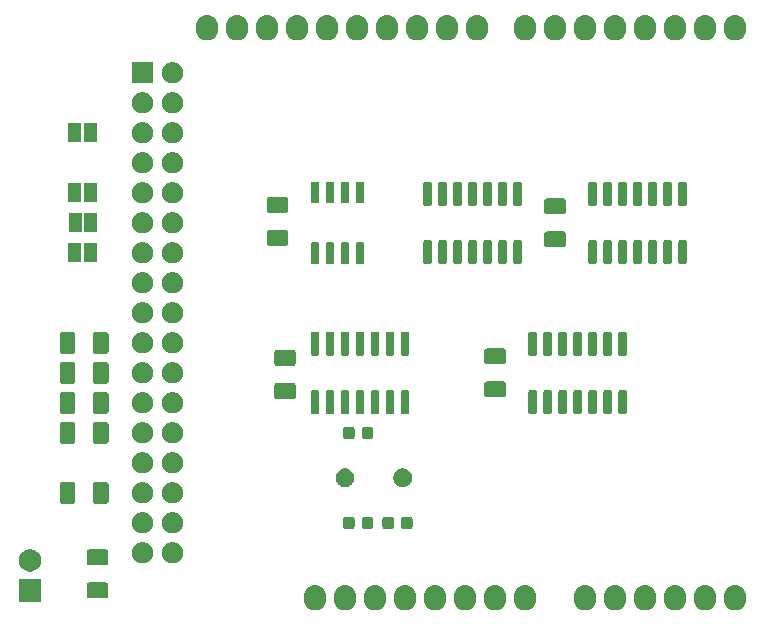
<source format=gts>
G04 #@! TF.GenerationSoftware,KiCad,Pcbnew,(5.1.6)-1*
G04 #@! TF.CreationDate,2020-07-15T23:06:39+09:00*
G04 #@! TF.ProjectId,fdshield,66647368-6965-46c6-942e-6b696361645f,rev?*
G04 #@! TF.SameCoordinates,Original*
G04 #@! TF.FileFunction,Soldermask,Top*
G04 #@! TF.FilePolarity,Negative*
%FSLAX46Y46*%
G04 Gerber Fmt 4.6, Leading zero omitted, Abs format (unit mm)*
G04 Created by KiCad (PCBNEW (5.1.6)-1) date 2020-07-15 23:06:39*
%MOMM*%
%LPD*%
G01*
G04 APERTURE LIST*
%ADD10C,0.100000*%
G04 APERTURE END LIST*
D10*
G36*
X139117096Y-122772219D02*
G01*
X139265084Y-122817111D01*
X139289314Y-122824461D01*
X139438947Y-122904442D01*
X139448024Y-122909294D01*
X139587138Y-123023462D01*
X139701306Y-123162575D01*
X139701307Y-123162577D01*
X139786139Y-123321285D01*
X139793489Y-123345515D01*
X139838381Y-123493503D01*
X139851600Y-123627722D01*
X139851600Y-124022277D01*
X139838381Y-124156496D01*
X139793489Y-124304485D01*
X139786139Y-124328715D01*
X139706158Y-124478348D01*
X139701306Y-124487425D01*
X139587138Y-124626538D01*
X139448025Y-124740706D01*
X139448023Y-124740707D01*
X139289315Y-124825539D01*
X139265085Y-124832889D01*
X139117097Y-124877781D01*
X138938000Y-124895420D01*
X138758904Y-124877781D01*
X138610916Y-124832889D01*
X138586686Y-124825539D01*
X138427978Y-124740707D01*
X138427976Y-124740706D01*
X138347115Y-124674345D01*
X138288860Y-124626536D01*
X138174695Y-124487426D01*
X138089861Y-124328715D01*
X138082511Y-124304485D01*
X138037619Y-124156497D01*
X138024400Y-124022278D01*
X138024400Y-123627723D01*
X138037619Y-123493504D01*
X138089860Y-123321290D01*
X138089861Y-123321286D01*
X138174693Y-123162578D01*
X138174694Y-123162576D01*
X138288862Y-123023462D01*
X138427975Y-122909294D01*
X138437052Y-122904442D01*
X138586685Y-122824461D01*
X138610915Y-122817111D01*
X138758903Y-122772219D01*
X138938000Y-122754580D01*
X139117096Y-122772219D01*
G37*
G36*
X141657096Y-122772219D02*
G01*
X141805084Y-122817111D01*
X141829314Y-122824461D01*
X141978947Y-122904442D01*
X141988024Y-122909294D01*
X142127138Y-123023462D01*
X142241306Y-123162575D01*
X142241307Y-123162577D01*
X142326139Y-123321285D01*
X142333489Y-123345515D01*
X142378381Y-123493503D01*
X142391600Y-123627722D01*
X142391600Y-124022277D01*
X142378381Y-124156496D01*
X142333489Y-124304485D01*
X142326139Y-124328715D01*
X142246158Y-124478348D01*
X142241306Y-124487425D01*
X142127138Y-124626538D01*
X141988025Y-124740706D01*
X141988023Y-124740707D01*
X141829315Y-124825539D01*
X141805085Y-124832889D01*
X141657097Y-124877781D01*
X141478000Y-124895420D01*
X141298904Y-124877781D01*
X141150916Y-124832889D01*
X141126686Y-124825539D01*
X140967978Y-124740707D01*
X140967976Y-124740706D01*
X140887115Y-124674345D01*
X140828860Y-124626536D01*
X140714695Y-124487426D01*
X140629861Y-124328715D01*
X140622511Y-124304485D01*
X140577619Y-124156497D01*
X140564400Y-124022278D01*
X140564400Y-123627723D01*
X140577619Y-123493504D01*
X140629860Y-123321290D01*
X140629861Y-123321286D01*
X140714693Y-123162578D01*
X140714694Y-123162576D01*
X140828862Y-123023462D01*
X140967975Y-122909294D01*
X140977052Y-122904442D01*
X141126685Y-122824461D01*
X141150915Y-122817111D01*
X141298903Y-122772219D01*
X141478000Y-122754580D01*
X141657096Y-122772219D01*
G37*
G36*
X174677096Y-122772219D02*
G01*
X174825084Y-122817111D01*
X174849314Y-122824461D01*
X174998947Y-122904442D01*
X175008024Y-122909294D01*
X175147138Y-123023462D01*
X175261306Y-123162575D01*
X175261307Y-123162577D01*
X175346139Y-123321285D01*
X175353489Y-123345515D01*
X175398381Y-123493503D01*
X175411600Y-123627722D01*
X175411600Y-124022277D01*
X175398381Y-124156496D01*
X175353489Y-124304485D01*
X175346139Y-124328715D01*
X175266158Y-124478348D01*
X175261306Y-124487425D01*
X175147138Y-124626538D01*
X175008025Y-124740706D01*
X175008023Y-124740707D01*
X174849315Y-124825539D01*
X174825085Y-124832889D01*
X174677097Y-124877781D01*
X174498000Y-124895420D01*
X174318904Y-124877781D01*
X174170916Y-124832889D01*
X174146686Y-124825539D01*
X173987978Y-124740707D01*
X173987976Y-124740706D01*
X173907115Y-124674345D01*
X173848860Y-124626536D01*
X173734695Y-124487426D01*
X173649861Y-124328715D01*
X173642511Y-124304485D01*
X173597619Y-124156497D01*
X173584400Y-124022278D01*
X173584400Y-123627723D01*
X173597619Y-123493504D01*
X173649860Y-123321290D01*
X173649861Y-123321286D01*
X173734693Y-123162578D01*
X173734694Y-123162576D01*
X173848862Y-123023462D01*
X173987975Y-122909294D01*
X173997052Y-122904442D01*
X174146685Y-122824461D01*
X174170915Y-122817111D01*
X174318903Y-122772219D01*
X174498000Y-122754580D01*
X174677096Y-122772219D01*
G37*
G36*
X172137096Y-122772219D02*
G01*
X172285084Y-122817111D01*
X172309314Y-122824461D01*
X172458947Y-122904442D01*
X172468024Y-122909294D01*
X172607138Y-123023462D01*
X172721306Y-123162575D01*
X172721307Y-123162577D01*
X172806139Y-123321285D01*
X172813489Y-123345515D01*
X172858381Y-123493503D01*
X172871600Y-123627722D01*
X172871600Y-124022277D01*
X172858381Y-124156496D01*
X172813489Y-124304485D01*
X172806139Y-124328715D01*
X172726158Y-124478348D01*
X172721306Y-124487425D01*
X172607138Y-124626538D01*
X172468025Y-124740706D01*
X172468023Y-124740707D01*
X172309315Y-124825539D01*
X172285085Y-124832889D01*
X172137097Y-124877781D01*
X171958000Y-124895420D01*
X171778904Y-124877781D01*
X171630916Y-124832889D01*
X171606686Y-124825539D01*
X171447978Y-124740707D01*
X171447976Y-124740706D01*
X171367115Y-124674345D01*
X171308860Y-124626536D01*
X171194695Y-124487426D01*
X171109861Y-124328715D01*
X171102511Y-124304485D01*
X171057619Y-124156497D01*
X171044400Y-124022278D01*
X171044400Y-123627723D01*
X171057619Y-123493504D01*
X171109860Y-123321290D01*
X171109861Y-123321286D01*
X171194693Y-123162578D01*
X171194694Y-123162576D01*
X171308862Y-123023462D01*
X171447975Y-122909294D01*
X171457052Y-122904442D01*
X171606685Y-122824461D01*
X171630915Y-122817111D01*
X171778903Y-122772219D01*
X171958000Y-122754580D01*
X172137096Y-122772219D01*
G37*
G36*
X169597096Y-122772219D02*
G01*
X169745084Y-122817111D01*
X169769314Y-122824461D01*
X169918947Y-122904442D01*
X169928024Y-122909294D01*
X170067138Y-123023462D01*
X170181306Y-123162575D01*
X170181307Y-123162577D01*
X170266139Y-123321285D01*
X170273489Y-123345515D01*
X170318381Y-123493503D01*
X170331600Y-123627722D01*
X170331600Y-124022277D01*
X170318381Y-124156496D01*
X170273489Y-124304485D01*
X170266139Y-124328715D01*
X170186158Y-124478348D01*
X170181306Y-124487425D01*
X170067138Y-124626538D01*
X169928025Y-124740706D01*
X169928023Y-124740707D01*
X169769315Y-124825539D01*
X169745085Y-124832889D01*
X169597097Y-124877781D01*
X169418000Y-124895420D01*
X169238904Y-124877781D01*
X169090916Y-124832889D01*
X169066686Y-124825539D01*
X168907978Y-124740707D01*
X168907976Y-124740706D01*
X168827115Y-124674345D01*
X168768860Y-124626536D01*
X168654695Y-124487426D01*
X168569861Y-124328715D01*
X168562511Y-124304485D01*
X168517619Y-124156497D01*
X168504400Y-124022278D01*
X168504400Y-123627723D01*
X168517619Y-123493504D01*
X168569860Y-123321290D01*
X168569861Y-123321286D01*
X168654693Y-123162578D01*
X168654694Y-123162576D01*
X168768862Y-123023462D01*
X168907975Y-122909294D01*
X168917052Y-122904442D01*
X169066685Y-122824461D01*
X169090915Y-122817111D01*
X169238903Y-122772219D01*
X169418000Y-122754580D01*
X169597096Y-122772219D01*
G37*
G36*
X167057096Y-122772219D02*
G01*
X167205084Y-122817111D01*
X167229314Y-122824461D01*
X167378947Y-122904442D01*
X167388024Y-122909294D01*
X167527138Y-123023462D01*
X167641306Y-123162575D01*
X167641307Y-123162577D01*
X167726139Y-123321285D01*
X167733489Y-123345515D01*
X167778381Y-123493503D01*
X167791600Y-123627722D01*
X167791600Y-124022277D01*
X167778381Y-124156496D01*
X167733489Y-124304485D01*
X167726139Y-124328715D01*
X167646158Y-124478348D01*
X167641306Y-124487425D01*
X167527138Y-124626538D01*
X167388025Y-124740706D01*
X167388023Y-124740707D01*
X167229315Y-124825539D01*
X167205085Y-124832889D01*
X167057097Y-124877781D01*
X166878000Y-124895420D01*
X166698904Y-124877781D01*
X166550916Y-124832889D01*
X166526686Y-124825539D01*
X166367978Y-124740707D01*
X166367976Y-124740706D01*
X166287115Y-124674345D01*
X166228860Y-124626536D01*
X166114695Y-124487426D01*
X166029861Y-124328715D01*
X166022511Y-124304485D01*
X165977619Y-124156497D01*
X165964400Y-124022278D01*
X165964400Y-123627723D01*
X165977619Y-123493504D01*
X166029860Y-123321290D01*
X166029861Y-123321286D01*
X166114693Y-123162578D01*
X166114694Y-123162576D01*
X166228862Y-123023462D01*
X166367975Y-122909294D01*
X166377052Y-122904442D01*
X166526685Y-122824461D01*
X166550915Y-122817111D01*
X166698903Y-122772219D01*
X166878000Y-122754580D01*
X167057096Y-122772219D01*
G37*
G36*
X164517096Y-122772219D02*
G01*
X164665084Y-122817111D01*
X164689314Y-122824461D01*
X164838947Y-122904442D01*
X164848024Y-122909294D01*
X164987138Y-123023462D01*
X165101306Y-123162575D01*
X165101307Y-123162577D01*
X165186139Y-123321285D01*
X165193489Y-123345515D01*
X165238381Y-123493503D01*
X165251600Y-123627722D01*
X165251600Y-124022277D01*
X165238381Y-124156496D01*
X165193489Y-124304485D01*
X165186139Y-124328715D01*
X165106158Y-124478348D01*
X165101306Y-124487425D01*
X164987138Y-124626538D01*
X164848025Y-124740706D01*
X164848023Y-124740707D01*
X164689315Y-124825539D01*
X164665085Y-124832889D01*
X164517097Y-124877781D01*
X164338000Y-124895420D01*
X164158904Y-124877781D01*
X164010916Y-124832889D01*
X163986686Y-124825539D01*
X163827978Y-124740707D01*
X163827976Y-124740706D01*
X163747115Y-124674345D01*
X163688860Y-124626536D01*
X163574695Y-124487426D01*
X163489861Y-124328715D01*
X163482511Y-124304485D01*
X163437619Y-124156497D01*
X163424400Y-124022278D01*
X163424400Y-123627723D01*
X163437619Y-123493504D01*
X163489860Y-123321290D01*
X163489861Y-123321286D01*
X163574693Y-123162578D01*
X163574694Y-123162576D01*
X163688862Y-123023462D01*
X163827975Y-122909294D01*
X163837052Y-122904442D01*
X163986685Y-122824461D01*
X164010915Y-122817111D01*
X164158903Y-122772219D01*
X164338000Y-122754580D01*
X164517096Y-122772219D01*
G37*
G36*
X161977096Y-122772219D02*
G01*
X162125084Y-122817111D01*
X162149314Y-122824461D01*
X162298947Y-122904442D01*
X162308024Y-122909294D01*
X162447138Y-123023462D01*
X162561306Y-123162575D01*
X162561307Y-123162577D01*
X162646139Y-123321285D01*
X162653489Y-123345515D01*
X162698381Y-123493503D01*
X162711600Y-123627722D01*
X162711600Y-124022277D01*
X162698381Y-124156496D01*
X162653489Y-124304485D01*
X162646139Y-124328715D01*
X162566158Y-124478348D01*
X162561306Y-124487425D01*
X162447138Y-124626538D01*
X162308025Y-124740706D01*
X162308023Y-124740707D01*
X162149315Y-124825539D01*
X162125085Y-124832889D01*
X161977097Y-124877781D01*
X161798000Y-124895420D01*
X161618904Y-124877781D01*
X161470916Y-124832889D01*
X161446686Y-124825539D01*
X161287978Y-124740707D01*
X161287976Y-124740706D01*
X161207115Y-124674345D01*
X161148860Y-124626536D01*
X161034695Y-124487426D01*
X160949861Y-124328715D01*
X160942511Y-124304485D01*
X160897619Y-124156497D01*
X160884400Y-124022278D01*
X160884400Y-123627723D01*
X160897619Y-123493504D01*
X160949860Y-123321290D01*
X160949861Y-123321286D01*
X161034693Y-123162578D01*
X161034694Y-123162576D01*
X161148862Y-123023462D01*
X161287975Y-122909294D01*
X161297052Y-122904442D01*
X161446685Y-122824461D01*
X161470915Y-122817111D01*
X161618903Y-122772219D01*
X161798000Y-122754580D01*
X161977096Y-122772219D01*
G37*
G36*
X154357096Y-122772219D02*
G01*
X154505084Y-122817111D01*
X154529314Y-122824461D01*
X154678947Y-122904442D01*
X154688024Y-122909294D01*
X154827138Y-123023462D01*
X154941306Y-123162575D01*
X154941307Y-123162577D01*
X155026139Y-123321285D01*
X155033489Y-123345515D01*
X155078381Y-123493503D01*
X155091600Y-123627722D01*
X155091600Y-124022277D01*
X155078381Y-124156496D01*
X155033489Y-124304485D01*
X155026139Y-124328715D01*
X154946158Y-124478348D01*
X154941306Y-124487425D01*
X154827138Y-124626538D01*
X154688025Y-124740706D01*
X154688023Y-124740707D01*
X154529315Y-124825539D01*
X154505085Y-124832889D01*
X154357097Y-124877781D01*
X154178000Y-124895420D01*
X153998904Y-124877781D01*
X153850916Y-124832889D01*
X153826686Y-124825539D01*
X153667978Y-124740707D01*
X153667976Y-124740706D01*
X153587115Y-124674345D01*
X153528860Y-124626536D01*
X153414695Y-124487426D01*
X153329861Y-124328715D01*
X153322511Y-124304485D01*
X153277619Y-124156497D01*
X153264400Y-124022278D01*
X153264400Y-123627723D01*
X153277619Y-123493504D01*
X153329860Y-123321290D01*
X153329861Y-123321286D01*
X153414693Y-123162578D01*
X153414694Y-123162576D01*
X153528862Y-123023462D01*
X153667975Y-122909294D01*
X153677052Y-122904442D01*
X153826685Y-122824461D01*
X153850915Y-122817111D01*
X153998903Y-122772219D01*
X154178000Y-122754580D01*
X154357096Y-122772219D01*
G37*
G36*
X156897096Y-122772219D02*
G01*
X157045084Y-122817111D01*
X157069314Y-122824461D01*
X157218947Y-122904442D01*
X157228024Y-122909294D01*
X157367138Y-123023462D01*
X157481306Y-123162575D01*
X157481307Y-123162577D01*
X157566139Y-123321285D01*
X157573489Y-123345515D01*
X157618381Y-123493503D01*
X157631600Y-123627722D01*
X157631600Y-124022277D01*
X157618381Y-124156496D01*
X157573489Y-124304485D01*
X157566139Y-124328715D01*
X157486158Y-124478348D01*
X157481306Y-124487425D01*
X157367138Y-124626538D01*
X157228025Y-124740706D01*
X157228023Y-124740707D01*
X157069315Y-124825539D01*
X157045085Y-124832889D01*
X156897097Y-124877781D01*
X156718000Y-124895420D01*
X156538904Y-124877781D01*
X156390916Y-124832889D01*
X156366686Y-124825539D01*
X156207978Y-124740707D01*
X156207976Y-124740706D01*
X156127115Y-124674345D01*
X156068860Y-124626536D01*
X155954695Y-124487426D01*
X155869861Y-124328715D01*
X155862511Y-124304485D01*
X155817619Y-124156497D01*
X155804400Y-124022278D01*
X155804400Y-123627723D01*
X155817619Y-123493504D01*
X155869860Y-123321290D01*
X155869861Y-123321286D01*
X155954693Y-123162578D01*
X155954694Y-123162576D01*
X156068862Y-123023462D01*
X156207975Y-122909294D01*
X156217052Y-122904442D01*
X156366685Y-122824461D01*
X156390915Y-122817111D01*
X156538903Y-122772219D01*
X156718000Y-122754580D01*
X156897096Y-122772219D01*
G37*
G36*
X144197096Y-122772219D02*
G01*
X144345084Y-122817111D01*
X144369314Y-122824461D01*
X144518947Y-122904442D01*
X144528024Y-122909294D01*
X144667138Y-123023462D01*
X144781306Y-123162575D01*
X144781307Y-123162577D01*
X144866139Y-123321285D01*
X144873489Y-123345515D01*
X144918381Y-123493503D01*
X144931600Y-123627722D01*
X144931600Y-124022277D01*
X144918381Y-124156496D01*
X144873489Y-124304485D01*
X144866139Y-124328715D01*
X144786158Y-124478348D01*
X144781306Y-124487425D01*
X144667138Y-124626538D01*
X144528025Y-124740706D01*
X144528023Y-124740707D01*
X144369315Y-124825539D01*
X144345085Y-124832889D01*
X144197097Y-124877781D01*
X144018000Y-124895420D01*
X143838904Y-124877781D01*
X143690916Y-124832889D01*
X143666686Y-124825539D01*
X143507978Y-124740707D01*
X143507976Y-124740706D01*
X143427115Y-124674345D01*
X143368860Y-124626536D01*
X143254695Y-124487426D01*
X143169861Y-124328715D01*
X143162511Y-124304485D01*
X143117619Y-124156497D01*
X143104400Y-124022278D01*
X143104400Y-123627723D01*
X143117619Y-123493504D01*
X143169860Y-123321290D01*
X143169861Y-123321286D01*
X143254693Y-123162578D01*
X143254694Y-123162576D01*
X143368862Y-123023462D01*
X143507975Y-122909294D01*
X143517052Y-122904442D01*
X143666685Y-122824461D01*
X143690915Y-122817111D01*
X143838903Y-122772219D01*
X144018000Y-122754580D01*
X144197096Y-122772219D01*
G37*
G36*
X146737096Y-122772219D02*
G01*
X146885084Y-122817111D01*
X146909314Y-122824461D01*
X147058947Y-122904442D01*
X147068024Y-122909294D01*
X147207138Y-123023462D01*
X147321306Y-123162575D01*
X147321307Y-123162577D01*
X147406139Y-123321285D01*
X147413489Y-123345515D01*
X147458381Y-123493503D01*
X147471600Y-123627722D01*
X147471600Y-124022277D01*
X147458381Y-124156496D01*
X147413489Y-124304485D01*
X147406139Y-124328715D01*
X147326158Y-124478348D01*
X147321306Y-124487425D01*
X147207138Y-124626538D01*
X147068025Y-124740706D01*
X147068023Y-124740707D01*
X146909315Y-124825539D01*
X146885085Y-124832889D01*
X146737097Y-124877781D01*
X146558000Y-124895420D01*
X146378904Y-124877781D01*
X146230916Y-124832889D01*
X146206686Y-124825539D01*
X146047978Y-124740707D01*
X146047976Y-124740706D01*
X145967115Y-124674345D01*
X145908860Y-124626536D01*
X145794695Y-124487426D01*
X145709861Y-124328715D01*
X145702511Y-124304485D01*
X145657619Y-124156497D01*
X145644400Y-124022278D01*
X145644400Y-123627723D01*
X145657619Y-123493504D01*
X145709860Y-123321290D01*
X145709861Y-123321286D01*
X145794693Y-123162578D01*
X145794694Y-123162576D01*
X145908862Y-123023462D01*
X146047975Y-122909294D01*
X146057052Y-122904442D01*
X146206685Y-122824461D01*
X146230915Y-122817111D01*
X146378903Y-122772219D01*
X146558000Y-122754580D01*
X146737096Y-122772219D01*
G37*
G36*
X151817096Y-122772219D02*
G01*
X151965084Y-122817111D01*
X151989314Y-122824461D01*
X152138947Y-122904442D01*
X152148024Y-122909294D01*
X152287138Y-123023462D01*
X152401306Y-123162575D01*
X152401307Y-123162577D01*
X152486139Y-123321285D01*
X152493489Y-123345515D01*
X152538381Y-123493503D01*
X152551600Y-123627722D01*
X152551600Y-124022277D01*
X152538381Y-124156496D01*
X152493489Y-124304485D01*
X152486139Y-124328715D01*
X152406158Y-124478348D01*
X152401306Y-124487425D01*
X152287138Y-124626538D01*
X152148025Y-124740706D01*
X152148023Y-124740707D01*
X151989315Y-124825539D01*
X151965085Y-124832889D01*
X151817097Y-124877781D01*
X151638000Y-124895420D01*
X151458904Y-124877781D01*
X151310916Y-124832889D01*
X151286686Y-124825539D01*
X151127978Y-124740707D01*
X151127976Y-124740706D01*
X151047115Y-124674345D01*
X150988860Y-124626536D01*
X150874695Y-124487426D01*
X150789861Y-124328715D01*
X150782511Y-124304485D01*
X150737619Y-124156497D01*
X150724400Y-124022278D01*
X150724400Y-123627723D01*
X150737619Y-123493504D01*
X150789860Y-123321290D01*
X150789861Y-123321286D01*
X150874693Y-123162578D01*
X150874694Y-123162576D01*
X150988862Y-123023462D01*
X151127975Y-122909294D01*
X151137052Y-122904442D01*
X151286685Y-122824461D01*
X151310915Y-122817111D01*
X151458903Y-122772219D01*
X151638000Y-122754580D01*
X151817096Y-122772219D01*
G37*
G36*
X149277096Y-122772219D02*
G01*
X149425084Y-122817111D01*
X149449314Y-122824461D01*
X149598947Y-122904442D01*
X149608024Y-122909294D01*
X149747138Y-123023462D01*
X149861306Y-123162575D01*
X149861307Y-123162577D01*
X149946139Y-123321285D01*
X149953489Y-123345515D01*
X149998381Y-123493503D01*
X150011600Y-123627722D01*
X150011600Y-124022277D01*
X149998381Y-124156496D01*
X149953489Y-124304485D01*
X149946139Y-124328715D01*
X149866158Y-124478348D01*
X149861306Y-124487425D01*
X149747138Y-124626538D01*
X149608025Y-124740706D01*
X149608023Y-124740707D01*
X149449315Y-124825539D01*
X149425085Y-124832889D01*
X149277097Y-124877781D01*
X149098000Y-124895420D01*
X148918904Y-124877781D01*
X148770916Y-124832889D01*
X148746686Y-124825539D01*
X148587978Y-124740707D01*
X148587976Y-124740706D01*
X148507115Y-124674345D01*
X148448860Y-124626536D01*
X148334695Y-124487426D01*
X148249861Y-124328715D01*
X148242511Y-124304485D01*
X148197619Y-124156497D01*
X148184400Y-124022278D01*
X148184400Y-123627723D01*
X148197619Y-123493504D01*
X148249860Y-123321290D01*
X148249861Y-123321286D01*
X148334693Y-123162578D01*
X148334694Y-123162576D01*
X148448862Y-123023462D01*
X148587975Y-122909294D01*
X148597052Y-122904442D01*
X148746685Y-122824461D01*
X148770915Y-122817111D01*
X148918903Y-122772219D01*
X149098000Y-122754580D01*
X149277096Y-122772219D01*
G37*
G36*
X115758000Y-124140000D02*
G01*
X113858000Y-124140000D01*
X113858000Y-122240000D01*
X115758000Y-122240000D01*
X115758000Y-124140000D01*
G37*
G36*
X121242728Y-122520019D02*
G01*
X121290538Y-122534522D01*
X121334604Y-122558076D01*
X121373227Y-122589773D01*
X121404924Y-122628396D01*
X121428478Y-122672462D01*
X121442981Y-122720272D01*
X121448000Y-122771232D01*
X121448000Y-123608768D01*
X121442981Y-123659728D01*
X121428478Y-123707538D01*
X121404924Y-123751604D01*
X121373227Y-123790227D01*
X121334604Y-123821924D01*
X121290538Y-123845478D01*
X121242728Y-123859981D01*
X121191768Y-123865000D01*
X119854232Y-123865000D01*
X119803272Y-123859981D01*
X119755462Y-123845478D01*
X119711396Y-123821924D01*
X119672773Y-123790227D01*
X119641076Y-123751604D01*
X119617522Y-123707538D01*
X119603019Y-123659728D01*
X119598000Y-123608768D01*
X119598000Y-122771232D01*
X119603019Y-122720272D01*
X119617522Y-122672462D01*
X119641076Y-122628396D01*
X119672773Y-122589773D01*
X119711396Y-122558076D01*
X119755462Y-122534522D01*
X119803272Y-122520019D01*
X119854232Y-122515000D01*
X121191768Y-122515000D01*
X121242728Y-122520019D01*
G37*
G36*
X115002209Y-119720019D02*
G01*
X115085106Y-119736508D01*
X115257993Y-119808120D01*
X115413591Y-119912088D01*
X115545912Y-120044409D01*
X115649880Y-120200007D01*
X115721492Y-120372894D01*
X115758000Y-120556435D01*
X115758000Y-120743565D01*
X115721492Y-120927106D01*
X115649880Y-121099993D01*
X115545912Y-121255591D01*
X115413591Y-121387912D01*
X115257993Y-121491880D01*
X115085106Y-121563492D01*
X115023926Y-121575661D01*
X114901567Y-121600000D01*
X114714433Y-121600000D01*
X114592074Y-121575661D01*
X114530894Y-121563492D01*
X114358007Y-121491880D01*
X114202409Y-121387912D01*
X114070088Y-121255591D01*
X113966120Y-121099993D01*
X113894508Y-120927106D01*
X113858000Y-120743565D01*
X113858000Y-120556435D01*
X113894508Y-120372894D01*
X113966120Y-120200007D01*
X114070088Y-120044409D01*
X114202409Y-119912088D01*
X114358007Y-119808120D01*
X114530894Y-119736508D01*
X114613791Y-119720019D01*
X114714433Y-119700000D01*
X114901567Y-119700000D01*
X115002209Y-119720019D01*
G37*
G36*
X121242728Y-119720019D02*
G01*
X121290538Y-119734522D01*
X121334604Y-119758076D01*
X121373227Y-119789773D01*
X121404924Y-119828396D01*
X121428478Y-119872462D01*
X121442981Y-119920272D01*
X121448000Y-119971232D01*
X121448000Y-120808768D01*
X121442981Y-120859728D01*
X121428478Y-120907538D01*
X121404924Y-120951604D01*
X121373227Y-120990227D01*
X121334604Y-121021924D01*
X121290538Y-121045478D01*
X121242728Y-121059981D01*
X121191768Y-121065000D01*
X119854232Y-121065000D01*
X119803272Y-121059981D01*
X119755462Y-121045478D01*
X119711396Y-121021924D01*
X119672773Y-120990227D01*
X119641076Y-120951604D01*
X119617522Y-120907538D01*
X119603019Y-120859728D01*
X119598000Y-120808768D01*
X119598000Y-119971232D01*
X119603019Y-119920272D01*
X119617522Y-119872462D01*
X119641076Y-119828396D01*
X119672773Y-119789773D01*
X119711396Y-119758076D01*
X119755462Y-119734522D01*
X119803272Y-119720019D01*
X119854232Y-119715000D01*
X121191768Y-119715000D01*
X121242728Y-119720019D01*
G37*
G36*
X124595520Y-119149586D02*
G01*
X124759310Y-119217430D01*
X124906717Y-119315924D01*
X125032076Y-119441283D01*
X125130570Y-119588690D01*
X125198414Y-119752480D01*
X125233000Y-119926358D01*
X125233000Y-120103642D01*
X125198414Y-120277520D01*
X125130570Y-120441310D01*
X125032076Y-120588717D01*
X124906717Y-120714076D01*
X124759310Y-120812570D01*
X124595520Y-120880414D01*
X124421642Y-120915000D01*
X124244358Y-120915000D01*
X124070480Y-120880414D01*
X123906690Y-120812570D01*
X123759283Y-120714076D01*
X123633924Y-120588717D01*
X123535430Y-120441310D01*
X123467586Y-120277520D01*
X123433000Y-120103642D01*
X123433000Y-119926358D01*
X123467586Y-119752480D01*
X123535430Y-119588690D01*
X123633924Y-119441283D01*
X123759283Y-119315924D01*
X123906690Y-119217430D01*
X124070480Y-119149586D01*
X124244358Y-119115000D01*
X124421642Y-119115000D01*
X124595520Y-119149586D01*
G37*
G36*
X127135520Y-119149586D02*
G01*
X127299310Y-119217430D01*
X127446717Y-119315924D01*
X127572076Y-119441283D01*
X127670570Y-119588690D01*
X127738414Y-119752480D01*
X127773000Y-119926358D01*
X127773000Y-120103642D01*
X127738414Y-120277520D01*
X127670570Y-120441310D01*
X127572076Y-120588717D01*
X127446717Y-120714076D01*
X127299310Y-120812570D01*
X127135520Y-120880414D01*
X126961642Y-120915000D01*
X126784358Y-120915000D01*
X126610480Y-120880414D01*
X126446690Y-120812570D01*
X126299283Y-120714076D01*
X126173924Y-120588717D01*
X126075430Y-120441310D01*
X126007586Y-120277520D01*
X125973000Y-120103642D01*
X125973000Y-119926358D01*
X126007586Y-119752480D01*
X126075430Y-119588690D01*
X126173924Y-119441283D01*
X126299283Y-119315924D01*
X126446690Y-119217430D01*
X126610480Y-119149586D01*
X126784358Y-119115000D01*
X126961642Y-119115000D01*
X127135520Y-119149586D01*
G37*
G36*
X124595520Y-116609586D02*
G01*
X124759310Y-116677430D01*
X124906717Y-116775924D01*
X125032076Y-116901283D01*
X125130570Y-117048690D01*
X125198414Y-117212480D01*
X125233000Y-117386358D01*
X125233000Y-117563642D01*
X125198414Y-117737520D01*
X125130570Y-117901310D01*
X125032076Y-118048717D01*
X124906717Y-118174076D01*
X124759310Y-118272570D01*
X124595520Y-118340414D01*
X124421642Y-118375000D01*
X124244358Y-118375000D01*
X124070480Y-118340414D01*
X123906690Y-118272570D01*
X123759283Y-118174076D01*
X123633924Y-118048717D01*
X123535430Y-117901310D01*
X123467586Y-117737520D01*
X123433000Y-117563642D01*
X123433000Y-117386358D01*
X123467586Y-117212480D01*
X123535430Y-117048690D01*
X123633924Y-116901283D01*
X123759283Y-116775924D01*
X123906690Y-116677430D01*
X124070480Y-116609586D01*
X124244358Y-116575000D01*
X124421642Y-116575000D01*
X124595520Y-116609586D01*
G37*
G36*
X127135520Y-116609586D02*
G01*
X127299310Y-116677430D01*
X127446717Y-116775924D01*
X127572076Y-116901283D01*
X127670570Y-117048690D01*
X127738414Y-117212480D01*
X127773000Y-117386358D01*
X127773000Y-117563642D01*
X127738414Y-117737520D01*
X127670570Y-117901310D01*
X127572076Y-118048717D01*
X127446717Y-118174076D01*
X127299310Y-118272570D01*
X127135520Y-118340414D01*
X126961642Y-118375000D01*
X126784358Y-118375000D01*
X126610480Y-118340414D01*
X126446690Y-118272570D01*
X126299283Y-118174076D01*
X126173924Y-118048717D01*
X126075430Y-117901310D01*
X126007586Y-117737520D01*
X125973000Y-117563642D01*
X125973000Y-117386358D01*
X126007586Y-117212480D01*
X126075430Y-117048690D01*
X126173924Y-116901283D01*
X126299283Y-116775924D01*
X126446690Y-116677430D01*
X126610480Y-116609586D01*
X126784358Y-116575000D01*
X126961642Y-116575000D01*
X127135520Y-116609586D01*
G37*
G36*
X143684340Y-116954563D02*
G01*
X143727703Y-116967716D01*
X143767659Y-116989074D01*
X143802683Y-117017817D01*
X143831426Y-117052841D01*
X143852784Y-117092797D01*
X143865937Y-117136160D01*
X143870500Y-117182482D01*
X143870500Y-117767518D01*
X143865937Y-117813840D01*
X143852784Y-117857203D01*
X143831426Y-117897159D01*
X143802683Y-117932183D01*
X143767659Y-117960926D01*
X143727703Y-117982284D01*
X143684340Y-117995437D01*
X143638018Y-118000000D01*
X143127982Y-118000000D01*
X143081660Y-117995437D01*
X143038297Y-117982284D01*
X142998341Y-117960926D01*
X142963317Y-117932183D01*
X142934574Y-117897159D01*
X142913216Y-117857203D01*
X142900063Y-117813840D01*
X142895500Y-117767518D01*
X142895500Y-117182482D01*
X142900063Y-117136160D01*
X142913216Y-117092797D01*
X142934574Y-117052841D01*
X142963317Y-117017817D01*
X142998341Y-116989074D01*
X143038297Y-116967716D01*
X143081660Y-116954563D01*
X143127982Y-116950000D01*
X143638018Y-116950000D01*
X143684340Y-116954563D01*
G37*
G36*
X147011840Y-116954563D02*
G01*
X147055203Y-116967716D01*
X147095159Y-116989074D01*
X147130183Y-117017817D01*
X147158926Y-117052841D01*
X147180284Y-117092797D01*
X147193437Y-117136160D01*
X147198000Y-117182482D01*
X147198000Y-117767518D01*
X147193437Y-117813840D01*
X147180284Y-117857203D01*
X147158926Y-117897159D01*
X147130183Y-117932183D01*
X147095159Y-117960926D01*
X147055203Y-117982284D01*
X147011840Y-117995437D01*
X146965518Y-118000000D01*
X146455482Y-118000000D01*
X146409160Y-117995437D01*
X146365797Y-117982284D01*
X146325841Y-117960926D01*
X146290817Y-117932183D01*
X146262074Y-117897159D01*
X146240716Y-117857203D01*
X146227563Y-117813840D01*
X146223000Y-117767518D01*
X146223000Y-117182482D01*
X146227563Y-117136160D01*
X146240716Y-117092797D01*
X146262074Y-117052841D01*
X146290817Y-117017817D01*
X146325841Y-116989074D01*
X146365797Y-116967716D01*
X146409160Y-116954563D01*
X146455482Y-116950000D01*
X146965518Y-116950000D01*
X147011840Y-116954563D01*
G37*
G36*
X145436840Y-116954563D02*
G01*
X145480203Y-116967716D01*
X145520159Y-116989074D01*
X145555183Y-117017817D01*
X145583926Y-117052841D01*
X145605284Y-117092797D01*
X145618437Y-117136160D01*
X145623000Y-117182482D01*
X145623000Y-117767518D01*
X145618437Y-117813840D01*
X145605284Y-117857203D01*
X145583926Y-117897159D01*
X145555183Y-117932183D01*
X145520159Y-117960926D01*
X145480203Y-117982284D01*
X145436840Y-117995437D01*
X145390518Y-118000000D01*
X144880482Y-118000000D01*
X144834160Y-117995437D01*
X144790797Y-117982284D01*
X144750841Y-117960926D01*
X144715817Y-117932183D01*
X144687074Y-117897159D01*
X144665716Y-117857203D01*
X144652563Y-117813840D01*
X144648000Y-117767518D01*
X144648000Y-117182482D01*
X144652563Y-117136160D01*
X144665716Y-117092797D01*
X144687074Y-117052841D01*
X144715817Y-117017817D01*
X144750841Y-116989074D01*
X144790797Y-116967716D01*
X144834160Y-116954563D01*
X144880482Y-116950000D01*
X145390518Y-116950000D01*
X145436840Y-116954563D01*
G37*
G36*
X142109340Y-116954563D02*
G01*
X142152703Y-116967716D01*
X142192659Y-116989074D01*
X142227683Y-117017817D01*
X142256426Y-117052841D01*
X142277784Y-117092797D01*
X142290937Y-117136160D01*
X142295500Y-117182482D01*
X142295500Y-117767518D01*
X142290937Y-117813840D01*
X142277784Y-117857203D01*
X142256426Y-117897159D01*
X142227683Y-117932183D01*
X142192659Y-117960926D01*
X142152703Y-117982284D01*
X142109340Y-117995437D01*
X142063018Y-118000000D01*
X141552982Y-118000000D01*
X141506660Y-117995437D01*
X141463297Y-117982284D01*
X141423341Y-117960926D01*
X141388317Y-117932183D01*
X141359574Y-117897159D01*
X141338216Y-117857203D01*
X141325063Y-117813840D01*
X141320500Y-117767518D01*
X141320500Y-117182482D01*
X141325063Y-117136160D01*
X141338216Y-117092797D01*
X141359574Y-117052841D01*
X141388317Y-117017817D01*
X141423341Y-116989074D01*
X141463297Y-116967716D01*
X141506660Y-116954563D01*
X141552982Y-116950000D01*
X142063018Y-116950000D01*
X142109340Y-116954563D01*
G37*
G36*
X121252728Y-114015019D02*
G01*
X121300538Y-114029522D01*
X121344604Y-114053076D01*
X121383227Y-114084773D01*
X121414924Y-114123396D01*
X121438478Y-114167462D01*
X121452981Y-114215272D01*
X121458000Y-114266232D01*
X121458000Y-115603768D01*
X121452981Y-115654728D01*
X121438478Y-115702538D01*
X121414924Y-115746604D01*
X121383227Y-115785227D01*
X121344604Y-115816924D01*
X121300538Y-115840478D01*
X121252728Y-115854981D01*
X121201768Y-115860000D01*
X120364232Y-115860000D01*
X120313272Y-115854981D01*
X120265462Y-115840478D01*
X120221396Y-115816924D01*
X120182773Y-115785227D01*
X120151076Y-115746604D01*
X120127522Y-115702538D01*
X120113019Y-115654728D01*
X120108000Y-115603768D01*
X120108000Y-114266232D01*
X120113019Y-114215272D01*
X120127522Y-114167462D01*
X120151076Y-114123396D01*
X120182773Y-114084773D01*
X120221396Y-114053076D01*
X120265462Y-114029522D01*
X120313272Y-114015019D01*
X120364232Y-114010000D01*
X121201768Y-114010000D01*
X121252728Y-114015019D01*
G37*
G36*
X118452728Y-114015019D02*
G01*
X118500538Y-114029522D01*
X118544604Y-114053076D01*
X118583227Y-114084773D01*
X118614924Y-114123396D01*
X118638478Y-114167462D01*
X118652981Y-114215272D01*
X118658000Y-114266232D01*
X118658000Y-115603768D01*
X118652981Y-115654728D01*
X118638478Y-115702538D01*
X118614924Y-115746604D01*
X118583227Y-115785227D01*
X118544604Y-115816924D01*
X118500538Y-115840478D01*
X118452728Y-115854981D01*
X118401768Y-115860000D01*
X117564232Y-115860000D01*
X117513272Y-115854981D01*
X117465462Y-115840478D01*
X117421396Y-115816924D01*
X117382773Y-115785227D01*
X117351076Y-115746604D01*
X117327522Y-115702538D01*
X117313019Y-115654728D01*
X117308000Y-115603768D01*
X117308000Y-114266232D01*
X117313019Y-114215272D01*
X117327522Y-114167462D01*
X117351076Y-114123396D01*
X117382773Y-114084773D01*
X117421396Y-114053076D01*
X117465462Y-114029522D01*
X117513272Y-114015019D01*
X117564232Y-114010000D01*
X118401768Y-114010000D01*
X118452728Y-114015019D01*
G37*
G36*
X124595520Y-114069586D02*
G01*
X124759310Y-114137430D01*
X124906717Y-114235924D01*
X125032076Y-114361283D01*
X125130570Y-114508690D01*
X125198414Y-114672480D01*
X125233000Y-114846358D01*
X125233000Y-115023642D01*
X125198414Y-115197520D01*
X125130570Y-115361310D01*
X125032076Y-115508717D01*
X124906717Y-115634076D01*
X124759310Y-115732570D01*
X124595520Y-115800414D01*
X124421642Y-115835000D01*
X124244358Y-115835000D01*
X124070480Y-115800414D01*
X123906690Y-115732570D01*
X123759283Y-115634076D01*
X123633924Y-115508717D01*
X123535430Y-115361310D01*
X123467586Y-115197520D01*
X123433000Y-115023642D01*
X123433000Y-114846358D01*
X123467586Y-114672480D01*
X123535430Y-114508690D01*
X123633924Y-114361283D01*
X123759283Y-114235924D01*
X123906690Y-114137430D01*
X124070480Y-114069586D01*
X124244358Y-114035000D01*
X124421642Y-114035000D01*
X124595520Y-114069586D01*
G37*
G36*
X127135520Y-114069586D02*
G01*
X127299310Y-114137430D01*
X127446717Y-114235924D01*
X127572076Y-114361283D01*
X127670570Y-114508690D01*
X127738414Y-114672480D01*
X127773000Y-114846358D01*
X127773000Y-115023642D01*
X127738414Y-115197520D01*
X127670570Y-115361310D01*
X127572076Y-115508717D01*
X127446717Y-115634076D01*
X127299310Y-115732570D01*
X127135520Y-115800414D01*
X126961642Y-115835000D01*
X126784358Y-115835000D01*
X126610480Y-115800414D01*
X126446690Y-115732570D01*
X126299283Y-115634076D01*
X126173924Y-115508717D01*
X126075430Y-115361310D01*
X126007586Y-115197520D01*
X125973000Y-115023642D01*
X125973000Y-114846358D01*
X126007586Y-114672480D01*
X126075430Y-114508690D01*
X126173924Y-114361283D01*
X126299283Y-114235924D01*
X126446690Y-114137430D01*
X126610480Y-114069586D01*
X126784358Y-114035000D01*
X126961642Y-114035000D01*
X127135520Y-114069586D01*
G37*
G36*
X146591351Y-112895743D02*
G01*
X146736942Y-112956049D01*
X146867970Y-113043599D01*
X146979401Y-113155030D01*
X147066951Y-113286058D01*
X147127257Y-113431649D01*
X147158000Y-113586207D01*
X147158000Y-113743793D01*
X147127257Y-113898351D01*
X147066951Y-114043942D01*
X146979401Y-114174970D01*
X146867970Y-114286401D01*
X146736942Y-114373951D01*
X146591351Y-114434257D01*
X146436793Y-114465000D01*
X146279207Y-114465000D01*
X146124649Y-114434257D01*
X145979058Y-114373951D01*
X145848030Y-114286401D01*
X145736599Y-114174970D01*
X145649049Y-114043942D01*
X145588743Y-113898351D01*
X145558000Y-113743793D01*
X145558000Y-113586207D01*
X145588743Y-113431649D01*
X145649049Y-113286058D01*
X145736599Y-113155030D01*
X145848030Y-113043599D01*
X145979058Y-112956049D01*
X146124649Y-112895743D01*
X146279207Y-112865000D01*
X146436793Y-112865000D01*
X146591351Y-112895743D01*
G37*
G36*
X141711351Y-112895743D02*
G01*
X141856942Y-112956049D01*
X141987970Y-113043599D01*
X142099401Y-113155030D01*
X142186951Y-113286058D01*
X142247257Y-113431649D01*
X142278000Y-113586207D01*
X142278000Y-113743793D01*
X142247257Y-113898351D01*
X142186951Y-114043942D01*
X142099401Y-114174970D01*
X141987970Y-114286401D01*
X141856942Y-114373951D01*
X141711351Y-114434257D01*
X141556793Y-114465000D01*
X141399207Y-114465000D01*
X141244649Y-114434257D01*
X141099058Y-114373951D01*
X140968030Y-114286401D01*
X140856599Y-114174970D01*
X140769049Y-114043942D01*
X140708743Y-113898351D01*
X140678000Y-113743793D01*
X140678000Y-113586207D01*
X140708743Y-113431649D01*
X140769049Y-113286058D01*
X140856599Y-113155030D01*
X140968030Y-113043599D01*
X141099058Y-112956049D01*
X141244649Y-112895743D01*
X141399207Y-112865000D01*
X141556793Y-112865000D01*
X141711351Y-112895743D01*
G37*
G36*
X127135520Y-111529586D02*
G01*
X127299310Y-111597430D01*
X127446717Y-111695924D01*
X127572076Y-111821283D01*
X127670570Y-111968690D01*
X127738414Y-112132480D01*
X127773000Y-112306358D01*
X127773000Y-112483642D01*
X127738414Y-112657520D01*
X127670570Y-112821310D01*
X127572076Y-112968717D01*
X127446717Y-113094076D01*
X127299310Y-113192570D01*
X127135520Y-113260414D01*
X126961642Y-113295000D01*
X126784358Y-113295000D01*
X126610480Y-113260414D01*
X126446690Y-113192570D01*
X126299283Y-113094076D01*
X126173924Y-112968717D01*
X126075430Y-112821310D01*
X126007586Y-112657520D01*
X125973000Y-112483642D01*
X125973000Y-112306358D01*
X126007586Y-112132480D01*
X126075430Y-111968690D01*
X126173924Y-111821283D01*
X126299283Y-111695924D01*
X126446690Y-111597430D01*
X126610480Y-111529586D01*
X126784358Y-111495000D01*
X126961642Y-111495000D01*
X127135520Y-111529586D01*
G37*
G36*
X124595520Y-111529586D02*
G01*
X124759310Y-111597430D01*
X124906717Y-111695924D01*
X125032076Y-111821283D01*
X125130570Y-111968690D01*
X125198414Y-112132480D01*
X125233000Y-112306358D01*
X125233000Y-112483642D01*
X125198414Y-112657520D01*
X125130570Y-112821310D01*
X125032076Y-112968717D01*
X124906717Y-113094076D01*
X124759310Y-113192570D01*
X124595520Y-113260414D01*
X124421642Y-113295000D01*
X124244358Y-113295000D01*
X124070480Y-113260414D01*
X123906690Y-113192570D01*
X123759283Y-113094076D01*
X123633924Y-112968717D01*
X123535430Y-112821310D01*
X123467586Y-112657520D01*
X123433000Y-112483642D01*
X123433000Y-112306358D01*
X123467586Y-112132480D01*
X123535430Y-111968690D01*
X123633924Y-111821283D01*
X123759283Y-111695924D01*
X123906690Y-111597430D01*
X124070480Y-111529586D01*
X124244358Y-111495000D01*
X124421642Y-111495000D01*
X124595520Y-111529586D01*
G37*
G36*
X121252728Y-108935019D02*
G01*
X121300538Y-108949522D01*
X121344604Y-108973076D01*
X121383227Y-109004773D01*
X121414924Y-109043396D01*
X121438478Y-109087462D01*
X121452981Y-109135272D01*
X121458000Y-109186232D01*
X121458000Y-110523768D01*
X121452981Y-110574728D01*
X121438478Y-110622538D01*
X121414924Y-110666604D01*
X121383227Y-110705227D01*
X121344604Y-110736924D01*
X121300538Y-110760478D01*
X121252728Y-110774981D01*
X121201768Y-110780000D01*
X120364232Y-110780000D01*
X120313272Y-110774981D01*
X120265462Y-110760478D01*
X120221396Y-110736924D01*
X120182773Y-110705227D01*
X120151076Y-110666604D01*
X120127522Y-110622538D01*
X120113019Y-110574728D01*
X120108000Y-110523768D01*
X120108000Y-109186232D01*
X120113019Y-109135272D01*
X120127522Y-109087462D01*
X120151076Y-109043396D01*
X120182773Y-109004773D01*
X120221396Y-108973076D01*
X120265462Y-108949522D01*
X120313272Y-108935019D01*
X120364232Y-108930000D01*
X121201768Y-108930000D01*
X121252728Y-108935019D01*
G37*
G36*
X118452728Y-108935019D02*
G01*
X118500538Y-108949522D01*
X118544604Y-108973076D01*
X118583227Y-109004773D01*
X118614924Y-109043396D01*
X118638478Y-109087462D01*
X118652981Y-109135272D01*
X118658000Y-109186232D01*
X118658000Y-110523768D01*
X118652981Y-110574728D01*
X118638478Y-110622538D01*
X118614924Y-110666604D01*
X118583227Y-110705227D01*
X118544604Y-110736924D01*
X118500538Y-110760478D01*
X118452728Y-110774981D01*
X118401768Y-110780000D01*
X117564232Y-110780000D01*
X117513272Y-110774981D01*
X117465462Y-110760478D01*
X117421396Y-110736924D01*
X117382773Y-110705227D01*
X117351076Y-110666604D01*
X117327522Y-110622538D01*
X117313019Y-110574728D01*
X117308000Y-110523768D01*
X117308000Y-109186232D01*
X117313019Y-109135272D01*
X117327522Y-109087462D01*
X117351076Y-109043396D01*
X117382773Y-109004773D01*
X117421396Y-108973076D01*
X117465462Y-108949522D01*
X117513272Y-108935019D01*
X117564232Y-108930000D01*
X118401768Y-108930000D01*
X118452728Y-108935019D01*
G37*
G36*
X127135520Y-108989586D02*
G01*
X127299310Y-109057430D01*
X127446717Y-109155924D01*
X127572076Y-109281283D01*
X127670570Y-109428690D01*
X127738414Y-109592480D01*
X127773000Y-109766358D01*
X127773000Y-109943642D01*
X127738414Y-110117520D01*
X127670570Y-110281310D01*
X127572076Y-110428717D01*
X127446717Y-110554076D01*
X127299310Y-110652570D01*
X127135520Y-110720414D01*
X126961642Y-110755000D01*
X126784358Y-110755000D01*
X126610480Y-110720414D01*
X126446690Y-110652570D01*
X126299283Y-110554076D01*
X126173924Y-110428717D01*
X126075430Y-110281310D01*
X126007586Y-110117520D01*
X125973000Y-109943642D01*
X125973000Y-109766358D01*
X126007586Y-109592480D01*
X126075430Y-109428690D01*
X126173924Y-109281283D01*
X126299283Y-109155924D01*
X126446690Y-109057430D01*
X126610480Y-108989586D01*
X126784358Y-108955000D01*
X126961642Y-108955000D01*
X127135520Y-108989586D01*
G37*
G36*
X124595520Y-108989586D02*
G01*
X124759310Y-109057430D01*
X124906717Y-109155924D01*
X125032076Y-109281283D01*
X125130570Y-109428690D01*
X125198414Y-109592480D01*
X125233000Y-109766358D01*
X125233000Y-109943642D01*
X125198414Y-110117520D01*
X125130570Y-110281310D01*
X125032076Y-110428717D01*
X124906717Y-110554076D01*
X124759310Y-110652570D01*
X124595520Y-110720414D01*
X124421642Y-110755000D01*
X124244358Y-110755000D01*
X124070480Y-110720414D01*
X123906690Y-110652570D01*
X123759283Y-110554076D01*
X123633924Y-110428717D01*
X123535430Y-110281310D01*
X123467586Y-110117520D01*
X123433000Y-109943642D01*
X123433000Y-109766358D01*
X123467586Y-109592480D01*
X123535430Y-109428690D01*
X123633924Y-109281283D01*
X123759283Y-109155924D01*
X123906690Y-109057430D01*
X124070480Y-108989586D01*
X124244358Y-108955000D01*
X124421642Y-108955000D01*
X124595520Y-108989586D01*
G37*
G36*
X142109340Y-109334563D02*
G01*
X142152703Y-109347716D01*
X142192659Y-109369074D01*
X142227683Y-109397817D01*
X142256426Y-109432841D01*
X142277784Y-109472797D01*
X142290937Y-109516160D01*
X142295500Y-109562482D01*
X142295500Y-110147518D01*
X142290937Y-110193840D01*
X142277784Y-110237203D01*
X142256426Y-110277159D01*
X142227683Y-110312183D01*
X142192659Y-110340926D01*
X142152703Y-110362284D01*
X142109340Y-110375437D01*
X142063018Y-110380000D01*
X141552982Y-110380000D01*
X141506660Y-110375437D01*
X141463297Y-110362284D01*
X141423341Y-110340926D01*
X141388317Y-110312183D01*
X141359574Y-110277159D01*
X141338216Y-110237203D01*
X141325063Y-110193840D01*
X141320500Y-110147518D01*
X141320500Y-109562482D01*
X141325063Y-109516160D01*
X141338216Y-109472797D01*
X141359574Y-109432841D01*
X141388317Y-109397817D01*
X141423341Y-109369074D01*
X141463297Y-109347716D01*
X141506660Y-109334563D01*
X141552982Y-109330000D01*
X142063018Y-109330000D01*
X142109340Y-109334563D01*
G37*
G36*
X143684340Y-109334563D02*
G01*
X143727703Y-109347716D01*
X143767659Y-109369074D01*
X143802683Y-109397817D01*
X143831426Y-109432841D01*
X143852784Y-109472797D01*
X143865937Y-109516160D01*
X143870500Y-109562482D01*
X143870500Y-110147518D01*
X143865937Y-110193840D01*
X143852784Y-110237203D01*
X143831426Y-110277159D01*
X143802683Y-110312183D01*
X143767659Y-110340926D01*
X143727703Y-110362284D01*
X143684340Y-110375437D01*
X143638018Y-110380000D01*
X143127982Y-110380000D01*
X143081660Y-110375437D01*
X143038297Y-110362284D01*
X142998341Y-110340926D01*
X142963317Y-110312183D01*
X142934574Y-110277159D01*
X142913216Y-110237203D01*
X142900063Y-110193840D01*
X142895500Y-110147518D01*
X142895500Y-109562482D01*
X142900063Y-109516160D01*
X142913216Y-109472797D01*
X142934574Y-109432841D01*
X142963317Y-109397817D01*
X142998341Y-109369074D01*
X143038297Y-109347716D01*
X143081660Y-109334563D01*
X143127982Y-109330000D01*
X143638018Y-109330000D01*
X143684340Y-109334563D01*
G37*
G36*
X140427178Y-106228242D02*
G01*
X140457644Y-106237484D01*
X140485714Y-106252487D01*
X140510320Y-106272680D01*
X140530513Y-106297286D01*
X140545516Y-106325356D01*
X140554758Y-106355822D01*
X140558000Y-106388733D01*
X140558000Y-108111267D01*
X140554758Y-108144178D01*
X140545516Y-108174644D01*
X140530513Y-108202714D01*
X140510320Y-108227320D01*
X140485714Y-108247513D01*
X140457644Y-108262516D01*
X140427178Y-108271758D01*
X140394267Y-108275000D01*
X140021733Y-108275000D01*
X139988822Y-108271758D01*
X139958356Y-108262516D01*
X139930286Y-108247513D01*
X139905680Y-108227320D01*
X139885487Y-108202714D01*
X139870484Y-108174644D01*
X139861242Y-108144178D01*
X139858000Y-108111267D01*
X139858000Y-106388733D01*
X139861242Y-106355822D01*
X139870484Y-106325356D01*
X139885487Y-106297286D01*
X139905680Y-106272680D01*
X139930286Y-106252487D01*
X139958356Y-106237484D01*
X139988822Y-106228242D01*
X140021733Y-106225000D01*
X140394267Y-106225000D01*
X140427178Y-106228242D01*
G37*
G36*
X142967178Y-106228242D02*
G01*
X142997644Y-106237484D01*
X143025714Y-106252487D01*
X143050320Y-106272680D01*
X143070513Y-106297286D01*
X143085516Y-106325356D01*
X143094758Y-106355822D01*
X143098000Y-106388733D01*
X143098000Y-108111267D01*
X143094758Y-108144178D01*
X143085516Y-108174644D01*
X143070513Y-108202714D01*
X143050320Y-108227320D01*
X143025714Y-108247513D01*
X142997644Y-108262516D01*
X142967178Y-108271758D01*
X142934267Y-108275000D01*
X142561733Y-108275000D01*
X142528822Y-108271758D01*
X142498356Y-108262516D01*
X142470286Y-108247513D01*
X142445680Y-108227320D01*
X142425487Y-108202714D01*
X142410484Y-108174644D01*
X142401242Y-108144178D01*
X142398000Y-108111267D01*
X142398000Y-106388733D01*
X142401242Y-106355822D01*
X142410484Y-106325356D01*
X142425487Y-106297286D01*
X142445680Y-106272680D01*
X142470286Y-106252487D01*
X142498356Y-106237484D01*
X142528822Y-106228242D01*
X142561733Y-106225000D01*
X142934267Y-106225000D01*
X142967178Y-106228242D01*
G37*
G36*
X141697178Y-106228242D02*
G01*
X141727644Y-106237484D01*
X141755714Y-106252487D01*
X141780320Y-106272680D01*
X141800513Y-106297286D01*
X141815516Y-106325356D01*
X141824758Y-106355822D01*
X141828000Y-106388733D01*
X141828000Y-108111267D01*
X141824758Y-108144178D01*
X141815516Y-108174644D01*
X141800513Y-108202714D01*
X141780320Y-108227320D01*
X141755714Y-108247513D01*
X141727644Y-108262516D01*
X141697178Y-108271758D01*
X141664267Y-108275000D01*
X141291733Y-108275000D01*
X141258822Y-108271758D01*
X141228356Y-108262516D01*
X141200286Y-108247513D01*
X141175680Y-108227320D01*
X141155487Y-108202714D01*
X141140484Y-108174644D01*
X141131242Y-108144178D01*
X141128000Y-108111267D01*
X141128000Y-106388733D01*
X141131242Y-106355822D01*
X141140484Y-106325356D01*
X141155487Y-106297286D01*
X141175680Y-106272680D01*
X141200286Y-106252487D01*
X141228356Y-106237484D01*
X141258822Y-106228242D01*
X141291733Y-106225000D01*
X141664267Y-106225000D01*
X141697178Y-106228242D01*
G37*
G36*
X139157178Y-106228242D02*
G01*
X139187644Y-106237484D01*
X139215714Y-106252487D01*
X139240320Y-106272680D01*
X139260513Y-106297286D01*
X139275516Y-106325356D01*
X139284758Y-106355822D01*
X139288000Y-106388733D01*
X139288000Y-108111267D01*
X139284758Y-108144178D01*
X139275516Y-108174644D01*
X139260513Y-108202714D01*
X139240320Y-108227320D01*
X139215714Y-108247513D01*
X139187644Y-108262516D01*
X139157178Y-108271758D01*
X139124267Y-108275000D01*
X138751733Y-108275000D01*
X138718822Y-108271758D01*
X138688356Y-108262516D01*
X138660286Y-108247513D01*
X138635680Y-108227320D01*
X138615487Y-108202714D01*
X138600484Y-108174644D01*
X138591242Y-108144178D01*
X138588000Y-108111267D01*
X138588000Y-106388733D01*
X138591242Y-106355822D01*
X138600484Y-106325356D01*
X138615487Y-106297286D01*
X138635680Y-106272680D01*
X138660286Y-106252487D01*
X138688356Y-106237484D01*
X138718822Y-106228242D01*
X138751733Y-106225000D01*
X139124267Y-106225000D01*
X139157178Y-106228242D01*
G37*
G36*
X145507178Y-106228242D02*
G01*
X145537644Y-106237484D01*
X145565714Y-106252487D01*
X145590320Y-106272680D01*
X145610513Y-106297286D01*
X145625516Y-106325356D01*
X145634758Y-106355822D01*
X145638000Y-106388733D01*
X145638000Y-108111267D01*
X145634758Y-108144178D01*
X145625516Y-108174644D01*
X145610513Y-108202714D01*
X145590320Y-108227320D01*
X145565714Y-108247513D01*
X145537644Y-108262516D01*
X145507178Y-108271758D01*
X145474267Y-108275000D01*
X145101733Y-108275000D01*
X145068822Y-108271758D01*
X145038356Y-108262516D01*
X145010286Y-108247513D01*
X144985680Y-108227320D01*
X144965487Y-108202714D01*
X144950484Y-108174644D01*
X144941242Y-108144178D01*
X144938000Y-108111267D01*
X144938000Y-106388733D01*
X144941242Y-106355822D01*
X144950484Y-106325356D01*
X144965487Y-106297286D01*
X144985680Y-106272680D01*
X145010286Y-106252487D01*
X145038356Y-106237484D01*
X145068822Y-106228242D01*
X145101733Y-106225000D01*
X145474267Y-106225000D01*
X145507178Y-106228242D01*
G37*
G36*
X144237178Y-106228242D02*
G01*
X144267644Y-106237484D01*
X144295714Y-106252487D01*
X144320320Y-106272680D01*
X144340513Y-106297286D01*
X144355516Y-106325356D01*
X144364758Y-106355822D01*
X144368000Y-106388733D01*
X144368000Y-108111267D01*
X144364758Y-108144178D01*
X144355516Y-108174644D01*
X144340513Y-108202714D01*
X144320320Y-108227320D01*
X144295714Y-108247513D01*
X144267644Y-108262516D01*
X144237178Y-108271758D01*
X144204267Y-108275000D01*
X143831733Y-108275000D01*
X143798822Y-108271758D01*
X143768356Y-108262516D01*
X143740286Y-108247513D01*
X143715680Y-108227320D01*
X143695487Y-108202714D01*
X143680484Y-108174644D01*
X143671242Y-108144178D01*
X143668000Y-108111267D01*
X143668000Y-106388733D01*
X143671242Y-106355822D01*
X143680484Y-106325356D01*
X143695487Y-106297286D01*
X143715680Y-106272680D01*
X143740286Y-106252487D01*
X143768356Y-106237484D01*
X143798822Y-106228242D01*
X143831733Y-106225000D01*
X144204267Y-106225000D01*
X144237178Y-106228242D01*
G37*
G36*
X163922178Y-106228242D02*
G01*
X163952644Y-106237484D01*
X163980714Y-106252487D01*
X164005320Y-106272680D01*
X164025513Y-106297286D01*
X164040516Y-106325356D01*
X164049758Y-106355822D01*
X164053000Y-106388733D01*
X164053000Y-108111267D01*
X164049758Y-108144178D01*
X164040516Y-108174644D01*
X164025513Y-108202714D01*
X164005320Y-108227320D01*
X163980714Y-108247513D01*
X163952644Y-108262516D01*
X163922178Y-108271758D01*
X163889267Y-108275000D01*
X163516733Y-108275000D01*
X163483822Y-108271758D01*
X163453356Y-108262516D01*
X163425286Y-108247513D01*
X163400680Y-108227320D01*
X163380487Y-108202714D01*
X163365484Y-108174644D01*
X163356242Y-108144178D01*
X163353000Y-108111267D01*
X163353000Y-106388733D01*
X163356242Y-106355822D01*
X163365484Y-106325356D01*
X163380487Y-106297286D01*
X163400680Y-106272680D01*
X163425286Y-106252487D01*
X163453356Y-106237484D01*
X163483822Y-106228242D01*
X163516733Y-106225000D01*
X163889267Y-106225000D01*
X163922178Y-106228242D01*
G37*
G36*
X162652178Y-106228242D02*
G01*
X162682644Y-106237484D01*
X162710714Y-106252487D01*
X162735320Y-106272680D01*
X162755513Y-106297286D01*
X162770516Y-106325356D01*
X162779758Y-106355822D01*
X162783000Y-106388733D01*
X162783000Y-108111267D01*
X162779758Y-108144178D01*
X162770516Y-108174644D01*
X162755513Y-108202714D01*
X162735320Y-108227320D01*
X162710714Y-108247513D01*
X162682644Y-108262516D01*
X162652178Y-108271758D01*
X162619267Y-108275000D01*
X162246733Y-108275000D01*
X162213822Y-108271758D01*
X162183356Y-108262516D01*
X162155286Y-108247513D01*
X162130680Y-108227320D01*
X162110487Y-108202714D01*
X162095484Y-108174644D01*
X162086242Y-108144178D01*
X162083000Y-108111267D01*
X162083000Y-106388733D01*
X162086242Y-106355822D01*
X162095484Y-106325356D01*
X162110487Y-106297286D01*
X162130680Y-106272680D01*
X162155286Y-106252487D01*
X162183356Y-106237484D01*
X162213822Y-106228242D01*
X162246733Y-106225000D01*
X162619267Y-106225000D01*
X162652178Y-106228242D01*
G37*
G36*
X161382178Y-106228242D02*
G01*
X161412644Y-106237484D01*
X161440714Y-106252487D01*
X161465320Y-106272680D01*
X161485513Y-106297286D01*
X161500516Y-106325356D01*
X161509758Y-106355822D01*
X161513000Y-106388733D01*
X161513000Y-108111267D01*
X161509758Y-108144178D01*
X161500516Y-108174644D01*
X161485513Y-108202714D01*
X161465320Y-108227320D01*
X161440714Y-108247513D01*
X161412644Y-108262516D01*
X161382178Y-108271758D01*
X161349267Y-108275000D01*
X160976733Y-108275000D01*
X160943822Y-108271758D01*
X160913356Y-108262516D01*
X160885286Y-108247513D01*
X160860680Y-108227320D01*
X160840487Y-108202714D01*
X160825484Y-108174644D01*
X160816242Y-108144178D01*
X160813000Y-108111267D01*
X160813000Y-106388733D01*
X160816242Y-106355822D01*
X160825484Y-106325356D01*
X160840487Y-106297286D01*
X160860680Y-106272680D01*
X160885286Y-106252487D01*
X160913356Y-106237484D01*
X160943822Y-106228242D01*
X160976733Y-106225000D01*
X161349267Y-106225000D01*
X161382178Y-106228242D01*
G37*
G36*
X160112178Y-106228242D02*
G01*
X160142644Y-106237484D01*
X160170714Y-106252487D01*
X160195320Y-106272680D01*
X160215513Y-106297286D01*
X160230516Y-106325356D01*
X160239758Y-106355822D01*
X160243000Y-106388733D01*
X160243000Y-108111267D01*
X160239758Y-108144178D01*
X160230516Y-108174644D01*
X160215513Y-108202714D01*
X160195320Y-108227320D01*
X160170714Y-108247513D01*
X160142644Y-108262516D01*
X160112178Y-108271758D01*
X160079267Y-108275000D01*
X159706733Y-108275000D01*
X159673822Y-108271758D01*
X159643356Y-108262516D01*
X159615286Y-108247513D01*
X159590680Y-108227320D01*
X159570487Y-108202714D01*
X159555484Y-108174644D01*
X159546242Y-108144178D01*
X159543000Y-108111267D01*
X159543000Y-106388733D01*
X159546242Y-106355822D01*
X159555484Y-106325356D01*
X159570487Y-106297286D01*
X159590680Y-106272680D01*
X159615286Y-106252487D01*
X159643356Y-106237484D01*
X159673822Y-106228242D01*
X159706733Y-106225000D01*
X160079267Y-106225000D01*
X160112178Y-106228242D01*
G37*
G36*
X158842178Y-106228242D02*
G01*
X158872644Y-106237484D01*
X158900714Y-106252487D01*
X158925320Y-106272680D01*
X158945513Y-106297286D01*
X158960516Y-106325356D01*
X158969758Y-106355822D01*
X158973000Y-106388733D01*
X158973000Y-108111267D01*
X158969758Y-108144178D01*
X158960516Y-108174644D01*
X158945513Y-108202714D01*
X158925320Y-108227320D01*
X158900714Y-108247513D01*
X158872644Y-108262516D01*
X158842178Y-108271758D01*
X158809267Y-108275000D01*
X158436733Y-108275000D01*
X158403822Y-108271758D01*
X158373356Y-108262516D01*
X158345286Y-108247513D01*
X158320680Y-108227320D01*
X158300487Y-108202714D01*
X158285484Y-108174644D01*
X158276242Y-108144178D01*
X158273000Y-108111267D01*
X158273000Y-106388733D01*
X158276242Y-106355822D01*
X158285484Y-106325356D01*
X158300487Y-106297286D01*
X158320680Y-106272680D01*
X158345286Y-106252487D01*
X158373356Y-106237484D01*
X158403822Y-106228242D01*
X158436733Y-106225000D01*
X158809267Y-106225000D01*
X158842178Y-106228242D01*
G37*
G36*
X146777178Y-106228242D02*
G01*
X146807644Y-106237484D01*
X146835714Y-106252487D01*
X146860320Y-106272680D01*
X146880513Y-106297286D01*
X146895516Y-106325356D01*
X146904758Y-106355822D01*
X146908000Y-106388733D01*
X146908000Y-108111267D01*
X146904758Y-108144178D01*
X146895516Y-108174644D01*
X146880513Y-108202714D01*
X146860320Y-108227320D01*
X146835714Y-108247513D01*
X146807644Y-108262516D01*
X146777178Y-108271758D01*
X146744267Y-108275000D01*
X146371733Y-108275000D01*
X146338822Y-108271758D01*
X146308356Y-108262516D01*
X146280286Y-108247513D01*
X146255680Y-108227320D01*
X146235487Y-108202714D01*
X146220484Y-108174644D01*
X146211242Y-108144178D01*
X146208000Y-108111267D01*
X146208000Y-106388733D01*
X146211242Y-106355822D01*
X146220484Y-106325356D01*
X146235487Y-106297286D01*
X146255680Y-106272680D01*
X146280286Y-106252487D01*
X146308356Y-106237484D01*
X146338822Y-106228242D01*
X146371733Y-106225000D01*
X146744267Y-106225000D01*
X146777178Y-106228242D01*
G37*
G36*
X157572178Y-106228242D02*
G01*
X157602644Y-106237484D01*
X157630714Y-106252487D01*
X157655320Y-106272680D01*
X157675513Y-106297286D01*
X157690516Y-106325356D01*
X157699758Y-106355822D01*
X157703000Y-106388733D01*
X157703000Y-108111267D01*
X157699758Y-108144178D01*
X157690516Y-108174644D01*
X157675513Y-108202714D01*
X157655320Y-108227320D01*
X157630714Y-108247513D01*
X157602644Y-108262516D01*
X157572178Y-108271758D01*
X157539267Y-108275000D01*
X157166733Y-108275000D01*
X157133822Y-108271758D01*
X157103356Y-108262516D01*
X157075286Y-108247513D01*
X157050680Y-108227320D01*
X157030487Y-108202714D01*
X157015484Y-108174644D01*
X157006242Y-108144178D01*
X157003000Y-108111267D01*
X157003000Y-106388733D01*
X157006242Y-106355822D01*
X157015484Y-106325356D01*
X157030487Y-106297286D01*
X157050680Y-106272680D01*
X157075286Y-106252487D01*
X157103356Y-106237484D01*
X157133822Y-106228242D01*
X157166733Y-106225000D01*
X157539267Y-106225000D01*
X157572178Y-106228242D01*
G37*
G36*
X165192178Y-106228242D02*
G01*
X165222644Y-106237484D01*
X165250714Y-106252487D01*
X165275320Y-106272680D01*
X165295513Y-106297286D01*
X165310516Y-106325356D01*
X165319758Y-106355822D01*
X165323000Y-106388733D01*
X165323000Y-108111267D01*
X165319758Y-108144178D01*
X165310516Y-108174644D01*
X165295513Y-108202714D01*
X165275320Y-108227320D01*
X165250714Y-108247513D01*
X165222644Y-108262516D01*
X165192178Y-108271758D01*
X165159267Y-108275000D01*
X164786733Y-108275000D01*
X164753822Y-108271758D01*
X164723356Y-108262516D01*
X164695286Y-108247513D01*
X164670680Y-108227320D01*
X164650487Y-108202714D01*
X164635484Y-108174644D01*
X164626242Y-108144178D01*
X164623000Y-108111267D01*
X164623000Y-106388733D01*
X164626242Y-106355822D01*
X164635484Y-106325356D01*
X164650487Y-106297286D01*
X164670680Y-106272680D01*
X164695286Y-106252487D01*
X164723356Y-106237484D01*
X164753822Y-106228242D01*
X164786733Y-106225000D01*
X165159267Y-106225000D01*
X165192178Y-106228242D01*
G37*
G36*
X121252728Y-106395019D02*
G01*
X121300538Y-106409522D01*
X121344604Y-106433076D01*
X121383227Y-106464773D01*
X121414924Y-106503396D01*
X121438478Y-106547462D01*
X121452981Y-106595272D01*
X121458000Y-106646232D01*
X121458000Y-107983768D01*
X121452981Y-108034728D01*
X121438478Y-108082538D01*
X121414924Y-108126604D01*
X121383227Y-108165227D01*
X121344604Y-108196924D01*
X121300538Y-108220478D01*
X121252728Y-108234981D01*
X121201768Y-108240000D01*
X120364232Y-108240000D01*
X120313272Y-108234981D01*
X120265462Y-108220478D01*
X120221396Y-108196924D01*
X120182773Y-108165227D01*
X120151076Y-108126604D01*
X120127522Y-108082538D01*
X120113019Y-108034728D01*
X120108000Y-107983768D01*
X120108000Y-106646232D01*
X120113019Y-106595272D01*
X120127522Y-106547462D01*
X120151076Y-106503396D01*
X120182773Y-106464773D01*
X120221396Y-106433076D01*
X120265462Y-106409522D01*
X120313272Y-106395019D01*
X120364232Y-106390000D01*
X121201768Y-106390000D01*
X121252728Y-106395019D01*
G37*
G36*
X118452728Y-106395019D02*
G01*
X118500538Y-106409522D01*
X118544604Y-106433076D01*
X118583227Y-106464773D01*
X118614924Y-106503396D01*
X118638478Y-106547462D01*
X118652981Y-106595272D01*
X118658000Y-106646232D01*
X118658000Y-107983768D01*
X118652981Y-108034728D01*
X118638478Y-108082538D01*
X118614924Y-108126604D01*
X118583227Y-108165227D01*
X118544604Y-108196924D01*
X118500538Y-108220478D01*
X118452728Y-108234981D01*
X118401768Y-108240000D01*
X117564232Y-108240000D01*
X117513272Y-108234981D01*
X117465462Y-108220478D01*
X117421396Y-108196924D01*
X117382773Y-108165227D01*
X117351076Y-108126604D01*
X117327522Y-108082538D01*
X117313019Y-108034728D01*
X117308000Y-107983768D01*
X117308000Y-106646232D01*
X117313019Y-106595272D01*
X117327522Y-106547462D01*
X117351076Y-106503396D01*
X117382773Y-106464773D01*
X117421396Y-106433076D01*
X117465462Y-106409522D01*
X117513272Y-106395019D01*
X117564232Y-106390000D01*
X118401768Y-106390000D01*
X118452728Y-106395019D01*
G37*
G36*
X124595520Y-106449586D02*
G01*
X124759310Y-106517430D01*
X124906717Y-106615924D01*
X125032076Y-106741283D01*
X125130570Y-106888690D01*
X125198414Y-107052480D01*
X125233000Y-107226358D01*
X125233000Y-107403642D01*
X125198414Y-107577520D01*
X125130570Y-107741310D01*
X125032076Y-107888717D01*
X124906717Y-108014076D01*
X124759310Y-108112570D01*
X124595520Y-108180414D01*
X124421642Y-108215000D01*
X124244358Y-108215000D01*
X124070480Y-108180414D01*
X123906690Y-108112570D01*
X123759283Y-108014076D01*
X123633924Y-107888717D01*
X123535430Y-107741310D01*
X123467586Y-107577520D01*
X123433000Y-107403642D01*
X123433000Y-107226358D01*
X123467586Y-107052480D01*
X123535430Y-106888690D01*
X123633924Y-106741283D01*
X123759283Y-106615924D01*
X123906690Y-106517430D01*
X124070480Y-106449586D01*
X124244358Y-106415000D01*
X124421642Y-106415000D01*
X124595520Y-106449586D01*
G37*
G36*
X127135520Y-106449586D02*
G01*
X127299310Y-106517430D01*
X127446717Y-106615924D01*
X127572076Y-106741283D01*
X127670570Y-106888690D01*
X127738414Y-107052480D01*
X127773000Y-107226358D01*
X127773000Y-107403642D01*
X127738414Y-107577520D01*
X127670570Y-107741310D01*
X127572076Y-107888717D01*
X127446717Y-108014076D01*
X127299310Y-108112570D01*
X127135520Y-108180414D01*
X126961642Y-108215000D01*
X126784358Y-108215000D01*
X126610480Y-108180414D01*
X126446690Y-108112570D01*
X126299283Y-108014076D01*
X126173924Y-107888717D01*
X126075430Y-107741310D01*
X126007586Y-107577520D01*
X125973000Y-107403642D01*
X125973000Y-107226358D01*
X126007586Y-107052480D01*
X126075430Y-106888690D01*
X126173924Y-106741283D01*
X126299283Y-106615924D01*
X126446690Y-106517430D01*
X126610480Y-106449586D01*
X126784358Y-106415000D01*
X126961642Y-106415000D01*
X127135520Y-106449586D01*
G37*
G36*
X137117728Y-105635019D02*
G01*
X137165538Y-105649522D01*
X137209604Y-105673076D01*
X137248227Y-105704773D01*
X137279924Y-105743396D01*
X137303478Y-105787462D01*
X137317981Y-105835272D01*
X137323000Y-105886232D01*
X137323000Y-106723768D01*
X137317981Y-106774728D01*
X137303478Y-106822538D01*
X137279924Y-106866604D01*
X137248227Y-106905227D01*
X137209604Y-106936924D01*
X137165538Y-106960478D01*
X137117728Y-106974981D01*
X137066768Y-106980000D01*
X135729232Y-106980000D01*
X135678272Y-106974981D01*
X135630462Y-106960478D01*
X135586396Y-106936924D01*
X135547773Y-106905227D01*
X135516076Y-106866604D01*
X135492522Y-106822538D01*
X135478019Y-106774728D01*
X135473000Y-106723768D01*
X135473000Y-105886232D01*
X135478019Y-105835272D01*
X135492522Y-105787462D01*
X135516076Y-105743396D01*
X135547773Y-105704773D01*
X135586396Y-105673076D01*
X135630462Y-105649522D01*
X135678272Y-105635019D01*
X135729232Y-105630000D01*
X137066768Y-105630000D01*
X137117728Y-105635019D01*
G37*
G36*
X154897728Y-105505019D02*
G01*
X154945538Y-105519522D01*
X154989604Y-105543076D01*
X155028227Y-105574773D01*
X155059924Y-105613396D01*
X155083478Y-105657462D01*
X155097981Y-105705272D01*
X155103000Y-105756232D01*
X155103000Y-106593768D01*
X155097981Y-106644728D01*
X155083478Y-106692538D01*
X155059924Y-106736604D01*
X155028227Y-106775227D01*
X154989604Y-106806924D01*
X154945538Y-106830478D01*
X154897728Y-106844981D01*
X154846768Y-106850000D01*
X153509232Y-106850000D01*
X153458272Y-106844981D01*
X153410462Y-106830478D01*
X153366396Y-106806924D01*
X153327773Y-106775227D01*
X153296076Y-106736604D01*
X153272522Y-106692538D01*
X153258019Y-106644728D01*
X153253000Y-106593768D01*
X153253000Y-105756232D01*
X153258019Y-105705272D01*
X153272522Y-105657462D01*
X153296076Y-105613396D01*
X153327773Y-105574773D01*
X153366396Y-105543076D01*
X153410462Y-105519522D01*
X153458272Y-105505019D01*
X153509232Y-105500000D01*
X154846768Y-105500000D01*
X154897728Y-105505019D01*
G37*
G36*
X118452728Y-103855019D02*
G01*
X118500538Y-103869522D01*
X118544604Y-103893076D01*
X118583227Y-103924773D01*
X118614924Y-103963396D01*
X118638478Y-104007462D01*
X118652981Y-104055272D01*
X118658000Y-104106232D01*
X118658000Y-105443768D01*
X118652981Y-105494728D01*
X118638478Y-105542538D01*
X118614924Y-105586604D01*
X118583227Y-105625227D01*
X118544604Y-105656924D01*
X118500538Y-105680478D01*
X118452728Y-105694981D01*
X118401768Y-105700000D01*
X117564232Y-105700000D01*
X117513272Y-105694981D01*
X117465462Y-105680478D01*
X117421396Y-105656924D01*
X117382773Y-105625227D01*
X117351076Y-105586604D01*
X117327522Y-105542538D01*
X117313019Y-105494728D01*
X117308000Y-105443768D01*
X117308000Y-104106232D01*
X117313019Y-104055272D01*
X117327522Y-104007462D01*
X117351076Y-103963396D01*
X117382773Y-103924773D01*
X117421396Y-103893076D01*
X117465462Y-103869522D01*
X117513272Y-103855019D01*
X117564232Y-103850000D01*
X118401768Y-103850000D01*
X118452728Y-103855019D01*
G37*
G36*
X121252728Y-103855019D02*
G01*
X121300538Y-103869522D01*
X121344604Y-103893076D01*
X121383227Y-103924773D01*
X121414924Y-103963396D01*
X121438478Y-104007462D01*
X121452981Y-104055272D01*
X121458000Y-104106232D01*
X121458000Y-105443768D01*
X121452981Y-105494728D01*
X121438478Y-105542538D01*
X121414924Y-105586604D01*
X121383227Y-105625227D01*
X121344604Y-105656924D01*
X121300538Y-105680478D01*
X121252728Y-105694981D01*
X121201768Y-105700000D01*
X120364232Y-105700000D01*
X120313272Y-105694981D01*
X120265462Y-105680478D01*
X120221396Y-105656924D01*
X120182773Y-105625227D01*
X120151076Y-105586604D01*
X120127522Y-105542538D01*
X120113019Y-105494728D01*
X120108000Y-105443768D01*
X120108000Y-104106232D01*
X120113019Y-104055272D01*
X120127522Y-104007462D01*
X120151076Y-103963396D01*
X120182773Y-103924773D01*
X120221396Y-103893076D01*
X120265462Y-103869522D01*
X120313272Y-103855019D01*
X120364232Y-103850000D01*
X121201768Y-103850000D01*
X121252728Y-103855019D01*
G37*
G36*
X127135520Y-103909586D02*
G01*
X127299310Y-103977430D01*
X127446717Y-104075924D01*
X127572076Y-104201283D01*
X127670570Y-104348690D01*
X127738414Y-104512480D01*
X127773000Y-104686358D01*
X127773000Y-104863642D01*
X127738414Y-105037520D01*
X127670570Y-105201310D01*
X127572076Y-105348717D01*
X127446717Y-105474076D01*
X127299310Y-105572570D01*
X127135520Y-105640414D01*
X126961642Y-105675000D01*
X126784358Y-105675000D01*
X126610480Y-105640414D01*
X126446690Y-105572570D01*
X126299283Y-105474076D01*
X126173924Y-105348717D01*
X126075430Y-105201310D01*
X126007586Y-105037520D01*
X125973000Y-104863642D01*
X125973000Y-104686358D01*
X126007586Y-104512480D01*
X126075430Y-104348690D01*
X126173924Y-104201283D01*
X126299283Y-104075924D01*
X126446690Y-103977430D01*
X126610480Y-103909586D01*
X126784358Y-103875000D01*
X126961642Y-103875000D01*
X127135520Y-103909586D01*
G37*
G36*
X124595520Y-103909586D02*
G01*
X124759310Y-103977430D01*
X124906717Y-104075924D01*
X125032076Y-104201283D01*
X125130570Y-104348690D01*
X125198414Y-104512480D01*
X125233000Y-104686358D01*
X125233000Y-104863642D01*
X125198414Y-105037520D01*
X125130570Y-105201310D01*
X125032076Y-105348717D01*
X124906717Y-105474076D01*
X124759310Y-105572570D01*
X124595520Y-105640414D01*
X124421642Y-105675000D01*
X124244358Y-105675000D01*
X124070480Y-105640414D01*
X123906690Y-105572570D01*
X123759283Y-105474076D01*
X123633924Y-105348717D01*
X123535430Y-105201310D01*
X123467586Y-105037520D01*
X123433000Y-104863642D01*
X123433000Y-104686358D01*
X123467586Y-104512480D01*
X123535430Y-104348690D01*
X123633924Y-104201283D01*
X123759283Y-104075924D01*
X123906690Y-103977430D01*
X124070480Y-103909586D01*
X124244358Y-103875000D01*
X124421642Y-103875000D01*
X124595520Y-103909586D01*
G37*
G36*
X137117728Y-102835019D02*
G01*
X137165538Y-102849522D01*
X137209604Y-102873076D01*
X137248227Y-102904773D01*
X137279924Y-102943396D01*
X137303478Y-102987462D01*
X137317981Y-103035272D01*
X137323000Y-103086232D01*
X137323000Y-103923768D01*
X137317981Y-103974728D01*
X137303478Y-104022538D01*
X137279924Y-104066604D01*
X137248227Y-104105227D01*
X137209604Y-104136924D01*
X137165538Y-104160478D01*
X137117728Y-104174981D01*
X137066768Y-104180000D01*
X135729232Y-104180000D01*
X135678272Y-104174981D01*
X135630462Y-104160478D01*
X135586396Y-104136924D01*
X135547773Y-104105227D01*
X135516076Y-104066604D01*
X135492522Y-104022538D01*
X135478019Y-103974728D01*
X135473000Y-103923768D01*
X135473000Y-103086232D01*
X135478019Y-103035272D01*
X135492522Y-102987462D01*
X135516076Y-102943396D01*
X135547773Y-102904773D01*
X135586396Y-102873076D01*
X135630462Y-102849522D01*
X135678272Y-102835019D01*
X135729232Y-102830000D01*
X137066768Y-102830000D01*
X137117728Y-102835019D01*
G37*
G36*
X154897728Y-102705019D02*
G01*
X154945538Y-102719522D01*
X154989604Y-102743076D01*
X155028227Y-102774773D01*
X155059924Y-102813396D01*
X155083478Y-102857462D01*
X155097981Y-102905272D01*
X155103000Y-102956232D01*
X155103000Y-103793768D01*
X155097981Y-103844728D01*
X155083478Y-103892538D01*
X155059924Y-103936604D01*
X155028227Y-103975227D01*
X154989604Y-104006924D01*
X154945538Y-104030478D01*
X154897728Y-104044981D01*
X154846768Y-104050000D01*
X153509232Y-104050000D01*
X153458272Y-104044981D01*
X153410462Y-104030478D01*
X153366396Y-104006924D01*
X153327773Y-103975227D01*
X153296076Y-103936604D01*
X153272522Y-103892538D01*
X153258019Y-103844728D01*
X153253000Y-103793768D01*
X153253000Y-102956232D01*
X153258019Y-102905272D01*
X153272522Y-102857462D01*
X153296076Y-102813396D01*
X153327773Y-102774773D01*
X153366396Y-102743076D01*
X153410462Y-102719522D01*
X153458272Y-102705019D01*
X153509232Y-102700000D01*
X154846768Y-102700000D01*
X154897728Y-102705019D01*
G37*
G36*
X139157178Y-101278242D02*
G01*
X139187644Y-101287484D01*
X139215714Y-101302487D01*
X139240320Y-101322680D01*
X139260513Y-101347286D01*
X139275516Y-101375356D01*
X139284758Y-101405822D01*
X139288000Y-101438733D01*
X139288000Y-103161267D01*
X139284758Y-103194178D01*
X139275516Y-103224644D01*
X139260513Y-103252714D01*
X139240320Y-103277320D01*
X139215714Y-103297513D01*
X139187644Y-103312516D01*
X139157178Y-103321758D01*
X139124267Y-103325000D01*
X138751733Y-103325000D01*
X138718822Y-103321758D01*
X138688356Y-103312516D01*
X138660286Y-103297513D01*
X138635680Y-103277320D01*
X138615487Y-103252714D01*
X138600484Y-103224644D01*
X138591242Y-103194178D01*
X138588000Y-103161267D01*
X138588000Y-101438733D01*
X138591242Y-101405822D01*
X138600484Y-101375356D01*
X138615487Y-101347286D01*
X138635680Y-101322680D01*
X138660286Y-101302487D01*
X138688356Y-101287484D01*
X138718822Y-101278242D01*
X138751733Y-101275000D01*
X139124267Y-101275000D01*
X139157178Y-101278242D01*
G37*
G36*
X157572178Y-101278242D02*
G01*
X157602644Y-101287484D01*
X157630714Y-101302487D01*
X157655320Y-101322680D01*
X157675513Y-101347286D01*
X157690516Y-101375356D01*
X157699758Y-101405822D01*
X157703000Y-101438733D01*
X157703000Y-103161267D01*
X157699758Y-103194178D01*
X157690516Y-103224644D01*
X157675513Y-103252714D01*
X157655320Y-103277320D01*
X157630714Y-103297513D01*
X157602644Y-103312516D01*
X157572178Y-103321758D01*
X157539267Y-103325000D01*
X157166733Y-103325000D01*
X157133822Y-103321758D01*
X157103356Y-103312516D01*
X157075286Y-103297513D01*
X157050680Y-103277320D01*
X157030487Y-103252714D01*
X157015484Y-103224644D01*
X157006242Y-103194178D01*
X157003000Y-103161267D01*
X157003000Y-101438733D01*
X157006242Y-101405822D01*
X157015484Y-101375356D01*
X157030487Y-101347286D01*
X157050680Y-101322680D01*
X157075286Y-101302487D01*
X157103356Y-101287484D01*
X157133822Y-101278242D01*
X157166733Y-101275000D01*
X157539267Y-101275000D01*
X157572178Y-101278242D01*
G37*
G36*
X158842178Y-101278242D02*
G01*
X158872644Y-101287484D01*
X158900714Y-101302487D01*
X158925320Y-101322680D01*
X158945513Y-101347286D01*
X158960516Y-101375356D01*
X158969758Y-101405822D01*
X158973000Y-101438733D01*
X158973000Y-103161267D01*
X158969758Y-103194178D01*
X158960516Y-103224644D01*
X158945513Y-103252714D01*
X158925320Y-103277320D01*
X158900714Y-103297513D01*
X158872644Y-103312516D01*
X158842178Y-103321758D01*
X158809267Y-103325000D01*
X158436733Y-103325000D01*
X158403822Y-103321758D01*
X158373356Y-103312516D01*
X158345286Y-103297513D01*
X158320680Y-103277320D01*
X158300487Y-103252714D01*
X158285484Y-103224644D01*
X158276242Y-103194178D01*
X158273000Y-103161267D01*
X158273000Y-101438733D01*
X158276242Y-101405822D01*
X158285484Y-101375356D01*
X158300487Y-101347286D01*
X158320680Y-101322680D01*
X158345286Y-101302487D01*
X158373356Y-101287484D01*
X158403822Y-101278242D01*
X158436733Y-101275000D01*
X158809267Y-101275000D01*
X158842178Y-101278242D01*
G37*
G36*
X160112178Y-101278242D02*
G01*
X160142644Y-101287484D01*
X160170714Y-101302487D01*
X160195320Y-101322680D01*
X160215513Y-101347286D01*
X160230516Y-101375356D01*
X160239758Y-101405822D01*
X160243000Y-101438733D01*
X160243000Y-103161267D01*
X160239758Y-103194178D01*
X160230516Y-103224644D01*
X160215513Y-103252714D01*
X160195320Y-103277320D01*
X160170714Y-103297513D01*
X160142644Y-103312516D01*
X160112178Y-103321758D01*
X160079267Y-103325000D01*
X159706733Y-103325000D01*
X159673822Y-103321758D01*
X159643356Y-103312516D01*
X159615286Y-103297513D01*
X159590680Y-103277320D01*
X159570487Y-103252714D01*
X159555484Y-103224644D01*
X159546242Y-103194178D01*
X159543000Y-103161267D01*
X159543000Y-101438733D01*
X159546242Y-101405822D01*
X159555484Y-101375356D01*
X159570487Y-101347286D01*
X159590680Y-101322680D01*
X159615286Y-101302487D01*
X159643356Y-101287484D01*
X159673822Y-101278242D01*
X159706733Y-101275000D01*
X160079267Y-101275000D01*
X160112178Y-101278242D01*
G37*
G36*
X161382178Y-101278242D02*
G01*
X161412644Y-101287484D01*
X161440714Y-101302487D01*
X161465320Y-101322680D01*
X161485513Y-101347286D01*
X161500516Y-101375356D01*
X161509758Y-101405822D01*
X161513000Y-101438733D01*
X161513000Y-103161267D01*
X161509758Y-103194178D01*
X161500516Y-103224644D01*
X161485513Y-103252714D01*
X161465320Y-103277320D01*
X161440714Y-103297513D01*
X161412644Y-103312516D01*
X161382178Y-103321758D01*
X161349267Y-103325000D01*
X160976733Y-103325000D01*
X160943822Y-103321758D01*
X160913356Y-103312516D01*
X160885286Y-103297513D01*
X160860680Y-103277320D01*
X160840487Y-103252714D01*
X160825484Y-103224644D01*
X160816242Y-103194178D01*
X160813000Y-103161267D01*
X160813000Y-101438733D01*
X160816242Y-101405822D01*
X160825484Y-101375356D01*
X160840487Y-101347286D01*
X160860680Y-101322680D01*
X160885286Y-101302487D01*
X160913356Y-101287484D01*
X160943822Y-101278242D01*
X160976733Y-101275000D01*
X161349267Y-101275000D01*
X161382178Y-101278242D01*
G37*
G36*
X162652178Y-101278242D02*
G01*
X162682644Y-101287484D01*
X162710714Y-101302487D01*
X162735320Y-101322680D01*
X162755513Y-101347286D01*
X162770516Y-101375356D01*
X162779758Y-101405822D01*
X162783000Y-101438733D01*
X162783000Y-103161267D01*
X162779758Y-103194178D01*
X162770516Y-103224644D01*
X162755513Y-103252714D01*
X162735320Y-103277320D01*
X162710714Y-103297513D01*
X162682644Y-103312516D01*
X162652178Y-103321758D01*
X162619267Y-103325000D01*
X162246733Y-103325000D01*
X162213822Y-103321758D01*
X162183356Y-103312516D01*
X162155286Y-103297513D01*
X162130680Y-103277320D01*
X162110487Y-103252714D01*
X162095484Y-103224644D01*
X162086242Y-103194178D01*
X162083000Y-103161267D01*
X162083000Y-101438733D01*
X162086242Y-101405822D01*
X162095484Y-101375356D01*
X162110487Y-101347286D01*
X162130680Y-101322680D01*
X162155286Y-101302487D01*
X162183356Y-101287484D01*
X162213822Y-101278242D01*
X162246733Y-101275000D01*
X162619267Y-101275000D01*
X162652178Y-101278242D01*
G37*
G36*
X163922178Y-101278242D02*
G01*
X163952644Y-101287484D01*
X163980714Y-101302487D01*
X164005320Y-101322680D01*
X164025513Y-101347286D01*
X164040516Y-101375356D01*
X164049758Y-101405822D01*
X164053000Y-101438733D01*
X164053000Y-103161267D01*
X164049758Y-103194178D01*
X164040516Y-103224644D01*
X164025513Y-103252714D01*
X164005320Y-103277320D01*
X163980714Y-103297513D01*
X163952644Y-103312516D01*
X163922178Y-103321758D01*
X163889267Y-103325000D01*
X163516733Y-103325000D01*
X163483822Y-103321758D01*
X163453356Y-103312516D01*
X163425286Y-103297513D01*
X163400680Y-103277320D01*
X163380487Y-103252714D01*
X163365484Y-103224644D01*
X163356242Y-103194178D01*
X163353000Y-103161267D01*
X163353000Y-101438733D01*
X163356242Y-101405822D01*
X163365484Y-101375356D01*
X163380487Y-101347286D01*
X163400680Y-101322680D01*
X163425286Y-101302487D01*
X163453356Y-101287484D01*
X163483822Y-101278242D01*
X163516733Y-101275000D01*
X163889267Y-101275000D01*
X163922178Y-101278242D01*
G37*
G36*
X165192178Y-101278242D02*
G01*
X165222644Y-101287484D01*
X165250714Y-101302487D01*
X165275320Y-101322680D01*
X165295513Y-101347286D01*
X165310516Y-101375356D01*
X165319758Y-101405822D01*
X165323000Y-101438733D01*
X165323000Y-103161267D01*
X165319758Y-103194178D01*
X165310516Y-103224644D01*
X165295513Y-103252714D01*
X165275320Y-103277320D01*
X165250714Y-103297513D01*
X165222644Y-103312516D01*
X165192178Y-103321758D01*
X165159267Y-103325000D01*
X164786733Y-103325000D01*
X164753822Y-103321758D01*
X164723356Y-103312516D01*
X164695286Y-103297513D01*
X164670680Y-103277320D01*
X164650487Y-103252714D01*
X164635484Y-103224644D01*
X164626242Y-103194178D01*
X164623000Y-103161267D01*
X164623000Y-101438733D01*
X164626242Y-101405822D01*
X164635484Y-101375356D01*
X164650487Y-101347286D01*
X164670680Y-101322680D01*
X164695286Y-101302487D01*
X164723356Y-101287484D01*
X164753822Y-101278242D01*
X164786733Y-101275000D01*
X165159267Y-101275000D01*
X165192178Y-101278242D01*
G37*
G36*
X145507178Y-101278242D02*
G01*
X145537644Y-101287484D01*
X145565714Y-101302487D01*
X145590320Y-101322680D01*
X145610513Y-101347286D01*
X145625516Y-101375356D01*
X145634758Y-101405822D01*
X145638000Y-101438733D01*
X145638000Y-103161267D01*
X145634758Y-103194178D01*
X145625516Y-103224644D01*
X145610513Y-103252714D01*
X145590320Y-103277320D01*
X145565714Y-103297513D01*
X145537644Y-103312516D01*
X145507178Y-103321758D01*
X145474267Y-103325000D01*
X145101733Y-103325000D01*
X145068822Y-103321758D01*
X145038356Y-103312516D01*
X145010286Y-103297513D01*
X144985680Y-103277320D01*
X144965487Y-103252714D01*
X144950484Y-103224644D01*
X144941242Y-103194178D01*
X144938000Y-103161267D01*
X144938000Y-101438733D01*
X144941242Y-101405822D01*
X144950484Y-101375356D01*
X144965487Y-101347286D01*
X144985680Y-101322680D01*
X145010286Y-101302487D01*
X145038356Y-101287484D01*
X145068822Y-101278242D01*
X145101733Y-101275000D01*
X145474267Y-101275000D01*
X145507178Y-101278242D01*
G37*
G36*
X144237178Y-101278242D02*
G01*
X144267644Y-101287484D01*
X144295714Y-101302487D01*
X144320320Y-101322680D01*
X144340513Y-101347286D01*
X144355516Y-101375356D01*
X144364758Y-101405822D01*
X144368000Y-101438733D01*
X144368000Y-103161267D01*
X144364758Y-103194178D01*
X144355516Y-103224644D01*
X144340513Y-103252714D01*
X144320320Y-103277320D01*
X144295714Y-103297513D01*
X144267644Y-103312516D01*
X144237178Y-103321758D01*
X144204267Y-103325000D01*
X143831733Y-103325000D01*
X143798822Y-103321758D01*
X143768356Y-103312516D01*
X143740286Y-103297513D01*
X143715680Y-103277320D01*
X143695487Y-103252714D01*
X143680484Y-103224644D01*
X143671242Y-103194178D01*
X143668000Y-103161267D01*
X143668000Y-101438733D01*
X143671242Y-101405822D01*
X143680484Y-101375356D01*
X143695487Y-101347286D01*
X143715680Y-101322680D01*
X143740286Y-101302487D01*
X143768356Y-101287484D01*
X143798822Y-101278242D01*
X143831733Y-101275000D01*
X144204267Y-101275000D01*
X144237178Y-101278242D01*
G37*
G36*
X141697178Y-101278242D02*
G01*
X141727644Y-101287484D01*
X141755714Y-101302487D01*
X141780320Y-101322680D01*
X141800513Y-101347286D01*
X141815516Y-101375356D01*
X141824758Y-101405822D01*
X141828000Y-101438733D01*
X141828000Y-103161267D01*
X141824758Y-103194178D01*
X141815516Y-103224644D01*
X141800513Y-103252714D01*
X141780320Y-103277320D01*
X141755714Y-103297513D01*
X141727644Y-103312516D01*
X141697178Y-103321758D01*
X141664267Y-103325000D01*
X141291733Y-103325000D01*
X141258822Y-103321758D01*
X141228356Y-103312516D01*
X141200286Y-103297513D01*
X141175680Y-103277320D01*
X141155487Y-103252714D01*
X141140484Y-103224644D01*
X141131242Y-103194178D01*
X141128000Y-103161267D01*
X141128000Y-101438733D01*
X141131242Y-101405822D01*
X141140484Y-101375356D01*
X141155487Y-101347286D01*
X141175680Y-101322680D01*
X141200286Y-101302487D01*
X141228356Y-101287484D01*
X141258822Y-101278242D01*
X141291733Y-101275000D01*
X141664267Y-101275000D01*
X141697178Y-101278242D01*
G37*
G36*
X140427178Y-101278242D02*
G01*
X140457644Y-101287484D01*
X140485714Y-101302487D01*
X140510320Y-101322680D01*
X140530513Y-101347286D01*
X140545516Y-101375356D01*
X140554758Y-101405822D01*
X140558000Y-101438733D01*
X140558000Y-103161267D01*
X140554758Y-103194178D01*
X140545516Y-103224644D01*
X140530513Y-103252714D01*
X140510320Y-103277320D01*
X140485714Y-103297513D01*
X140457644Y-103312516D01*
X140427178Y-103321758D01*
X140394267Y-103325000D01*
X140021733Y-103325000D01*
X139988822Y-103321758D01*
X139958356Y-103312516D01*
X139930286Y-103297513D01*
X139905680Y-103277320D01*
X139885487Y-103252714D01*
X139870484Y-103224644D01*
X139861242Y-103194178D01*
X139858000Y-103161267D01*
X139858000Y-101438733D01*
X139861242Y-101405822D01*
X139870484Y-101375356D01*
X139885487Y-101347286D01*
X139905680Y-101322680D01*
X139930286Y-101302487D01*
X139958356Y-101287484D01*
X139988822Y-101278242D01*
X140021733Y-101275000D01*
X140394267Y-101275000D01*
X140427178Y-101278242D01*
G37*
G36*
X146777178Y-101278242D02*
G01*
X146807644Y-101287484D01*
X146835714Y-101302487D01*
X146860320Y-101322680D01*
X146880513Y-101347286D01*
X146895516Y-101375356D01*
X146904758Y-101405822D01*
X146908000Y-101438733D01*
X146908000Y-103161267D01*
X146904758Y-103194178D01*
X146895516Y-103224644D01*
X146880513Y-103252714D01*
X146860320Y-103277320D01*
X146835714Y-103297513D01*
X146807644Y-103312516D01*
X146777178Y-103321758D01*
X146744267Y-103325000D01*
X146371733Y-103325000D01*
X146338822Y-103321758D01*
X146308356Y-103312516D01*
X146280286Y-103297513D01*
X146255680Y-103277320D01*
X146235487Y-103252714D01*
X146220484Y-103224644D01*
X146211242Y-103194178D01*
X146208000Y-103161267D01*
X146208000Y-101438733D01*
X146211242Y-101405822D01*
X146220484Y-101375356D01*
X146235487Y-101347286D01*
X146255680Y-101322680D01*
X146280286Y-101302487D01*
X146308356Y-101287484D01*
X146338822Y-101278242D01*
X146371733Y-101275000D01*
X146744267Y-101275000D01*
X146777178Y-101278242D01*
G37*
G36*
X142967178Y-101278242D02*
G01*
X142997644Y-101287484D01*
X143025714Y-101302487D01*
X143050320Y-101322680D01*
X143070513Y-101347286D01*
X143085516Y-101375356D01*
X143094758Y-101405822D01*
X143098000Y-101438733D01*
X143098000Y-103161267D01*
X143094758Y-103194178D01*
X143085516Y-103224644D01*
X143070513Y-103252714D01*
X143050320Y-103277320D01*
X143025714Y-103297513D01*
X142997644Y-103312516D01*
X142967178Y-103321758D01*
X142934267Y-103325000D01*
X142561733Y-103325000D01*
X142528822Y-103321758D01*
X142498356Y-103312516D01*
X142470286Y-103297513D01*
X142445680Y-103277320D01*
X142425487Y-103252714D01*
X142410484Y-103224644D01*
X142401242Y-103194178D01*
X142398000Y-103161267D01*
X142398000Y-101438733D01*
X142401242Y-101405822D01*
X142410484Y-101375356D01*
X142425487Y-101347286D01*
X142445680Y-101322680D01*
X142470286Y-101302487D01*
X142498356Y-101287484D01*
X142528822Y-101278242D01*
X142561733Y-101275000D01*
X142934267Y-101275000D01*
X142967178Y-101278242D01*
G37*
G36*
X118452728Y-101315019D02*
G01*
X118500538Y-101329522D01*
X118544604Y-101353076D01*
X118583227Y-101384773D01*
X118614924Y-101423396D01*
X118638478Y-101467462D01*
X118652981Y-101515272D01*
X118658000Y-101566232D01*
X118658000Y-102903768D01*
X118652981Y-102954728D01*
X118638478Y-103002538D01*
X118614924Y-103046604D01*
X118583227Y-103085227D01*
X118544604Y-103116924D01*
X118500538Y-103140478D01*
X118452728Y-103154981D01*
X118401768Y-103160000D01*
X117564232Y-103160000D01*
X117513272Y-103154981D01*
X117465462Y-103140478D01*
X117421396Y-103116924D01*
X117382773Y-103085227D01*
X117351076Y-103046604D01*
X117327522Y-103002538D01*
X117313019Y-102954728D01*
X117308000Y-102903768D01*
X117308000Y-101566232D01*
X117313019Y-101515272D01*
X117327522Y-101467462D01*
X117351076Y-101423396D01*
X117382773Y-101384773D01*
X117421396Y-101353076D01*
X117465462Y-101329522D01*
X117513272Y-101315019D01*
X117564232Y-101310000D01*
X118401768Y-101310000D01*
X118452728Y-101315019D01*
G37*
G36*
X121252728Y-101315019D02*
G01*
X121300538Y-101329522D01*
X121344604Y-101353076D01*
X121383227Y-101384773D01*
X121414924Y-101423396D01*
X121438478Y-101467462D01*
X121452981Y-101515272D01*
X121458000Y-101566232D01*
X121458000Y-102903768D01*
X121452981Y-102954728D01*
X121438478Y-103002538D01*
X121414924Y-103046604D01*
X121383227Y-103085227D01*
X121344604Y-103116924D01*
X121300538Y-103140478D01*
X121252728Y-103154981D01*
X121201768Y-103160000D01*
X120364232Y-103160000D01*
X120313272Y-103154981D01*
X120265462Y-103140478D01*
X120221396Y-103116924D01*
X120182773Y-103085227D01*
X120151076Y-103046604D01*
X120127522Y-103002538D01*
X120113019Y-102954728D01*
X120108000Y-102903768D01*
X120108000Y-101566232D01*
X120113019Y-101515272D01*
X120127522Y-101467462D01*
X120151076Y-101423396D01*
X120182773Y-101384773D01*
X120221396Y-101353076D01*
X120265462Y-101329522D01*
X120313272Y-101315019D01*
X120364232Y-101310000D01*
X121201768Y-101310000D01*
X121252728Y-101315019D01*
G37*
G36*
X127135520Y-101369586D02*
G01*
X127299310Y-101437430D01*
X127446717Y-101535924D01*
X127572076Y-101661283D01*
X127670570Y-101808690D01*
X127738414Y-101972480D01*
X127773000Y-102146358D01*
X127773000Y-102323642D01*
X127738414Y-102497520D01*
X127670570Y-102661310D01*
X127572076Y-102808717D01*
X127446717Y-102934076D01*
X127299310Y-103032570D01*
X127135520Y-103100414D01*
X126961642Y-103135000D01*
X126784358Y-103135000D01*
X126610480Y-103100414D01*
X126446690Y-103032570D01*
X126299283Y-102934076D01*
X126173924Y-102808717D01*
X126075430Y-102661310D01*
X126007586Y-102497520D01*
X125973000Y-102323642D01*
X125973000Y-102146358D01*
X126007586Y-101972480D01*
X126075430Y-101808690D01*
X126173924Y-101661283D01*
X126299283Y-101535924D01*
X126446690Y-101437430D01*
X126610480Y-101369586D01*
X126784358Y-101335000D01*
X126961642Y-101335000D01*
X127135520Y-101369586D01*
G37*
G36*
X124595520Y-101369586D02*
G01*
X124759310Y-101437430D01*
X124906717Y-101535924D01*
X125032076Y-101661283D01*
X125130570Y-101808690D01*
X125198414Y-101972480D01*
X125233000Y-102146358D01*
X125233000Y-102323642D01*
X125198414Y-102497520D01*
X125130570Y-102661310D01*
X125032076Y-102808717D01*
X124906717Y-102934076D01*
X124759310Y-103032570D01*
X124595520Y-103100414D01*
X124421642Y-103135000D01*
X124244358Y-103135000D01*
X124070480Y-103100414D01*
X123906690Y-103032570D01*
X123759283Y-102934076D01*
X123633924Y-102808717D01*
X123535430Y-102661310D01*
X123467586Y-102497520D01*
X123433000Y-102323642D01*
X123433000Y-102146358D01*
X123467586Y-101972480D01*
X123535430Y-101808690D01*
X123633924Y-101661283D01*
X123759283Y-101535924D01*
X123906690Y-101437430D01*
X124070480Y-101369586D01*
X124244358Y-101335000D01*
X124421642Y-101335000D01*
X124595520Y-101369586D01*
G37*
G36*
X127135520Y-98829586D02*
G01*
X127299310Y-98897430D01*
X127446717Y-98995924D01*
X127572076Y-99121283D01*
X127670570Y-99268690D01*
X127738414Y-99432480D01*
X127773000Y-99606358D01*
X127773000Y-99783642D01*
X127738414Y-99957520D01*
X127670570Y-100121310D01*
X127572076Y-100268717D01*
X127446717Y-100394076D01*
X127299310Y-100492570D01*
X127135520Y-100560414D01*
X126961642Y-100595000D01*
X126784358Y-100595000D01*
X126610480Y-100560414D01*
X126446690Y-100492570D01*
X126299283Y-100394076D01*
X126173924Y-100268717D01*
X126075430Y-100121310D01*
X126007586Y-99957520D01*
X125973000Y-99783642D01*
X125973000Y-99606358D01*
X126007586Y-99432480D01*
X126075430Y-99268690D01*
X126173924Y-99121283D01*
X126299283Y-98995924D01*
X126446690Y-98897430D01*
X126610480Y-98829586D01*
X126784358Y-98795000D01*
X126961642Y-98795000D01*
X127135520Y-98829586D01*
G37*
G36*
X124595520Y-98829586D02*
G01*
X124759310Y-98897430D01*
X124906717Y-98995924D01*
X125032076Y-99121283D01*
X125130570Y-99268690D01*
X125198414Y-99432480D01*
X125233000Y-99606358D01*
X125233000Y-99783642D01*
X125198414Y-99957520D01*
X125130570Y-100121310D01*
X125032076Y-100268717D01*
X124906717Y-100394076D01*
X124759310Y-100492570D01*
X124595520Y-100560414D01*
X124421642Y-100595000D01*
X124244358Y-100595000D01*
X124070480Y-100560414D01*
X123906690Y-100492570D01*
X123759283Y-100394076D01*
X123633924Y-100268717D01*
X123535430Y-100121310D01*
X123467586Y-99957520D01*
X123433000Y-99783642D01*
X123433000Y-99606358D01*
X123467586Y-99432480D01*
X123535430Y-99268690D01*
X123633924Y-99121283D01*
X123759283Y-98995924D01*
X123906690Y-98897430D01*
X124070480Y-98829586D01*
X124244358Y-98795000D01*
X124421642Y-98795000D01*
X124595520Y-98829586D01*
G37*
G36*
X124595520Y-96289586D02*
G01*
X124759310Y-96357430D01*
X124906717Y-96455924D01*
X125032076Y-96581283D01*
X125130570Y-96728690D01*
X125198414Y-96892480D01*
X125233000Y-97066358D01*
X125233000Y-97243642D01*
X125198414Y-97417520D01*
X125130570Y-97581310D01*
X125032076Y-97728717D01*
X124906717Y-97854076D01*
X124759310Y-97952570D01*
X124595520Y-98020414D01*
X124421642Y-98055000D01*
X124244358Y-98055000D01*
X124070480Y-98020414D01*
X123906690Y-97952570D01*
X123759283Y-97854076D01*
X123633924Y-97728717D01*
X123535430Y-97581310D01*
X123467586Y-97417520D01*
X123433000Y-97243642D01*
X123433000Y-97066358D01*
X123467586Y-96892480D01*
X123535430Y-96728690D01*
X123633924Y-96581283D01*
X123759283Y-96455924D01*
X123906690Y-96357430D01*
X124070480Y-96289586D01*
X124244358Y-96255000D01*
X124421642Y-96255000D01*
X124595520Y-96289586D01*
G37*
G36*
X127135520Y-96289586D02*
G01*
X127299310Y-96357430D01*
X127446717Y-96455924D01*
X127572076Y-96581283D01*
X127670570Y-96728690D01*
X127738414Y-96892480D01*
X127773000Y-97066358D01*
X127773000Y-97243642D01*
X127738414Y-97417520D01*
X127670570Y-97581310D01*
X127572076Y-97728717D01*
X127446717Y-97854076D01*
X127299310Y-97952570D01*
X127135520Y-98020414D01*
X126961642Y-98055000D01*
X126784358Y-98055000D01*
X126610480Y-98020414D01*
X126446690Y-97952570D01*
X126299283Y-97854076D01*
X126173924Y-97728717D01*
X126075430Y-97581310D01*
X126007586Y-97417520D01*
X125973000Y-97243642D01*
X125973000Y-97066358D01*
X126007586Y-96892480D01*
X126075430Y-96728690D01*
X126173924Y-96581283D01*
X126299283Y-96455924D01*
X126446690Y-96357430D01*
X126610480Y-96289586D01*
X126784358Y-96255000D01*
X126961642Y-96255000D01*
X127135520Y-96289586D01*
G37*
G36*
X163922178Y-93528242D02*
G01*
X163952644Y-93537484D01*
X163980714Y-93552487D01*
X164005320Y-93572680D01*
X164025513Y-93597286D01*
X164040516Y-93625356D01*
X164049758Y-93655822D01*
X164053000Y-93688733D01*
X164053000Y-95411267D01*
X164049758Y-95444178D01*
X164040516Y-95474644D01*
X164025513Y-95502714D01*
X164005320Y-95527320D01*
X163980714Y-95547513D01*
X163952644Y-95562516D01*
X163922178Y-95571758D01*
X163889267Y-95575000D01*
X163516733Y-95575000D01*
X163483822Y-95571758D01*
X163453356Y-95562516D01*
X163425286Y-95547513D01*
X163400680Y-95527320D01*
X163380487Y-95502714D01*
X163365484Y-95474644D01*
X163356242Y-95444178D01*
X163353000Y-95411267D01*
X163353000Y-93688733D01*
X163356242Y-93655822D01*
X163365484Y-93625356D01*
X163380487Y-93597286D01*
X163400680Y-93572680D01*
X163425286Y-93552487D01*
X163453356Y-93537484D01*
X163483822Y-93528242D01*
X163516733Y-93525000D01*
X163889267Y-93525000D01*
X163922178Y-93528242D01*
G37*
G36*
X162652178Y-93528242D02*
G01*
X162682644Y-93537484D01*
X162710714Y-93552487D01*
X162735320Y-93572680D01*
X162755513Y-93597286D01*
X162770516Y-93625356D01*
X162779758Y-93655822D01*
X162783000Y-93688733D01*
X162783000Y-95411267D01*
X162779758Y-95444178D01*
X162770516Y-95474644D01*
X162755513Y-95502714D01*
X162735320Y-95527320D01*
X162710714Y-95547513D01*
X162682644Y-95562516D01*
X162652178Y-95571758D01*
X162619267Y-95575000D01*
X162246733Y-95575000D01*
X162213822Y-95571758D01*
X162183356Y-95562516D01*
X162155286Y-95547513D01*
X162130680Y-95527320D01*
X162110487Y-95502714D01*
X162095484Y-95474644D01*
X162086242Y-95444178D01*
X162083000Y-95411267D01*
X162083000Y-93688733D01*
X162086242Y-93655822D01*
X162095484Y-93625356D01*
X162110487Y-93597286D01*
X162130680Y-93572680D01*
X162155286Y-93552487D01*
X162183356Y-93537484D01*
X162213822Y-93528242D01*
X162246733Y-93525000D01*
X162619267Y-93525000D01*
X162652178Y-93528242D01*
G37*
G36*
X156302178Y-93528242D02*
G01*
X156332644Y-93537484D01*
X156360714Y-93552487D01*
X156385320Y-93572680D01*
X156405513Y-93597286D01*
X156420516Y-93625356D01*
X156429758Y-93655822D01*
X156433000Y-93688733D01*
X156433000Y-95411267D01*
X156429758Y-95444178D01*
X156420516Y-95474644D01*
X156405513Y-95502714D01*
X156385320Y-95527320D01*
X156360714Y-95547513D01*
X156332644Y-95562516D01*
X156302178Y-95571758D01*
X156269267Y-95575000D01*
X155896733Y-95575000D01*
X155863822Y-95571758D01*
X155833356Y-95562516D01*
X155805286Y-95547513D01*
X155780680Y-95527320D01*
X155760487Y-95502714D01*
X155745484Y-95474644D01*
X155736242Y-95444178D01*
X155733000Y-95411267D01*
X155733000Y-93688733D01*
X155736242Y-93655822D01*
X155745484Y-93625356D01*
X155760487Y-93597286D01*
X155780680Y-93572680D01*
X155805286Y-93552487D01*
X155833356Y-93537484D01*
X155863822Y-93528242D01*
X155896733Y-93525000D01*
X156269267Y-93525000D01*
X156302178Y-93528242D01*
G37*
G36*
X155032178Y-93528242D02*
G01*
X155062644Y-93537484D01*
X155090714Y-93552487D01*
X155115320Y-93572680D01*
X155135513Y-93597286D01*
X155150516Y-93625356D01*
X155159758Y-93655822D01*
X155163000Y-93688733D01*
X155163000Y-95411267D01*
X155159758Y-95444178D01*
X155150516Y-95474644D01*
X155135513Y-95502714D01*
X155115320Y-95527320D01*
X155090714Y-95547513D01*
X155062644Y-95562516D01*
X155032178Y-95571758D01*
X154999267Y-95575000D01*
X154626733Y-95575000D01*
X154593822Y-95571758D01*
X154563356Y-95562516D01*
X154535286Y-95547513D01*
X154510680Y-95527320D01*
X154490487Y-95502714D01*
X154475484Y-95474644D01*
X154466242Y-95444178D01*
X154463000Y-95411267D01*
X154463000Y-93688733D01*
X154466242Y-93655822D01*
X154475484Y-93625356D01*
X154490487Y-93597286D01*
X154510680Y-93572680D01*
X154535286Y-93552487D01*
X154563356Y-93537484D01*
X154593822Y-93528242D01*
X154626733Y-93525000D01*
X154999267Y-93525000D01*
X155032178Y-93528242D01*
G37*
G36*
X153762178Y-93528242D02*
G01*
X153792644Y-93537484D01*
X153820714Y-93552487D01*
X153845320Y-93572680D01*
X153865513Y-93597286D01*
X153880516Y-93625356D01*
X153889758Y-93655822D01*
X153893000Y-93688733D01*
X153893000Y-95411267D01*
X153889758Y-95444178D01*
X153880516Y-95474644D01*
X153865513Y-95502714D01*
X153845320Y-95527320D01*
X153820714Y-95547513D01*
X153792644Y-95562516D01*
X153762178Y-95571758D01*
X153729267Y-95575000D01*
X153356733Y-95575000D01*
X153323822Y-95571758D01*
X153293356Y-95562516D01*
X153265286Y-95547513D01*
X153240680Y-95527320D01*
X153220487Y-95502714D01*
X153205484Y-95474644D01*
X153196242Y-95444178D01*
X153193000Y-95411267D01*
X153193000Y-93688733D01*
X153196242Y-93655822D01*
X153205484Y-93625356D01*
X153220487Y-93597286D01*
X153240680Y-93572680D01*
X153265286Y-93552487D01*
X153293356Y-93537484D01*
X153323822Y-93528242D01*
X153356733Y-93525000D01*
X153729267Y-93525000D01*
X153762178Y-93528242D01*
G37*
G36*
X152492178Y-93528242D02*
G01*
X152522644Y-93537484D01*
X152550714Y-93552487D01*
X152575320Y-93572680D01*
X152595513Y-93597286D01*
X152610516Y-93625356D01*
X152619758Y-93655822D01*
X152623000Y-93688733D01*
X152623000Y-95411267D01*
X152619758Y-95444178D01*
X152610516Y-95474644D01*
X152595513Y-95502714D01*
X152575320Y-95527320D01*
X152550714Y-95547513D01*
X152522644Y-95562516D01*
X152492178Y-95571758D01*
X152459267Y-95575000D01*
X152086733Y-95575000D01*
X152053822Y-95571758D01*
X152023356Y-95562516D01*
X151995286Y-95547513D01*
X151970680Y-95527320D01*
X151950487Y-95502714D01*
X151935484Y-95474644D01*
X151926242Y-95444178D01*
X151923000Y-95411267D01*
X151923000Y-93688733D01*
X151926242Y-93655822D01*
X151935484Y-93625356D01*
X151950487Y-93597286D01*
X151970680Y-93572680D01*
X151995286Y-93552487D01*
X152023356Y-93537484D01*
X152053822Y-93528242D01*
X152086733Y-93525000D01*
X152459267Y-93525000D01*
X152492178Y-93528242D01*
G37*
G36*
X151222178Y-93528242D02*
G01*
X151252644Y-93537484D01*
X151280714Y-93552487D01*
X151305320Y-93572680D01*
X151325513Y-93597286D01*
X151340516Y-93625356D01*
X151349758Y-93655822D01*
X151353000Y-93688733D01*
X151353000Y-95411267D01*
X151349758Y-95444178D01*
X151340516Y-95474644D01*
X151325513Y-95502714D01*
X151305320Y-95527320D01*
X151280714Y-95547513D01*
X151252644Y-95562516D01*
X151222178Y-95571758D01*
X151189267Y-95575000D01*
X150816733Y-95575000D01*
X150783822Y-95571758D01*
X150753356Y-95562516D01*
X150725286Y-95547513D01*
X150700680Y-95527320D01*
X150680487Y-95502714D01*
X150665484Y-95474644D01*
X150656242Y-95444178D01*
X150653000Y-95411267D01*
X150653000Y-93688733D01*
X150656242Y-93655822D01*
X150665484Y-93625356D01*
X150680487Y-93597286D01*
X150700680Y-93572680D01*
X150725286Y-93552487D01*
X150753356Y-93537484D01*
X150783822Y-93528242D01*
X150816733Y-93525000D01*
X151189267Y-93525000D01*
X151222178Y-93528242D01*
G37*
G36*
X149952178Y-93528242D02*
G01*
X149982644Y-93537484D01*
X150010714Y-93552487D01*
X150035320Y-93572680D01*
X150055513Y-93597286D01*
X150070516Y-93625356D01*
X150079758Y-93655822D01*
X150083000Y-93688733D01*
X150083000Y-95411267D01*
X150079758Y-95444178D01*
X150070516Y-95474644D01*
X150055513Y-95502714D01*
X150035320Y-95527320D01*
X150010714Y-95547513D01*
X149982644Y-95562516D01*
X149952178Y-95571758D01*
X149919267Y-95575000D01*
X149546733Y-95575000D01*
X149513822Y-95571758D01*
X149483356Y-95562516D01*
X149455286Y-95547513D01*
X149430680Y-95527320D01*
X149410487Y-95502714D01*
X149395484Y-95474644D01*
X149386242Y-95444178D01*
X149383000Y-95411267D01*
X149383000Y-93688733D01*
X149386242Y-93655822D01*
X149395484Y-93625356D01*
X149410487Y-93597286D01*
X149430680Y-93572680D01*
X149455286Y-93552487D01*
X149483356Y-93537484D01*
X149513822Y-93528242D01*
X149546733Y-93525000D01*
X149919267Y-93525000D01*
X149952178Y-93528242D01*
G37*
G36*
X148682178Y-93528242D02*
G01*
X148712644Y-93537484D01*
X148740714Y-93552487D01*
X148765320Y-93572680D01*
X148785513Y-93597286D01*
X148800516Y-93625356D01*
X148809758Y-93655822D01*
X148813000Y-93688733D01*
X148813000Y-95411267D01*
X148809758Y-95444178D01*
X148800516Y-95474644D01*
X148785513Y-95502714D01*
X148765320Y-95527320D01*
X148740714Y-95547513D01*
X148712644Y-95562516D01*
X148682178Y-95571758D01*
X148649267Y-95575000D01*
X148276733Y-95575000D01*
X148243822Y-95571758D01*
X148213356Y-95562516D01*
X148185286Y-95547513D01*
X148160680Y-95527320D01*
X148140487Y-95502714D01*
X148125484Y-95474644D01*
X148116242Y-95444178D01*
X148113000Y-95411267D01*
X148113000Y-93688733D01*
X148116242Y-93655822D01*
X148125484Y-93625356D01*
X148140487Y-93597286D01*
X148160680Y-93572680D01*
X148185286Y-93552487D01*
X148213356Y-93537484D01*
X148243822Y-93528242D01*
X148276733Y-93525000D01*
X148649267Y-93525000D01*
X148682178Y-93528242D01*
G37*
G36*
X141697178Y-93728242D02*
G01*
X141727644Y-93737484D01*
X141755714Y-93752487D01*
X141780320Y-93772680D01*
X141800513Y-93797286D01*
X141815516Y-93825356D01*
X141824758Y-93855822D01*
X141828000Y-93888733D01*
X141828000Y-95411267D01*
X141824758Y-95444178D01*
X141815516Y-95474644D01*
X141800513Y-95502714D01*
X141780320Y-95527320D01*
X141755714Y-95547513D01*
X141727644Y-95562516D01*
X141697178Y-95571758D01*
X141664267Y-95575000D01*
X141291733Y-95575000D01*
X141258822Y-95571758D01*
X141228356Y-95562516D01*
X141200286Y-95547513D01*
X141175680Y-95527320D01*
X141155487Y-95502714D01*
X141140484Y-95474644D01*
X141131242Y-95444178D01*
X141128000Y-95411267D01*
X141128000Y-93888733D01*
X141131242Y-93855822D01*
X141140484Y-93825356D01*
X141155487Y-93797286D01*
X141175680Y-93772680D01*
X141200286Y-93752487D01*
X141228356Y-93737484D01*
X141258822Y-93728242D01*
X141291733Y-93725000D01*
X141664267Y-93725000D01*
X141697178Y-93728242D01*
G37*
G36*
X140427178Y-93728242D02*
G01*
X140457644Y-93737484D01*
X140485714Y-93752487D01*
X140510320Y-93772680D01*
X140530513Y-93797286D01*
X140545516Y-93825356D01*
X140554758Y-93855822D01*
X140558000Y-93888733D01*
X140558000Y-95411267D01*
X140554758Y-95444178D01*
X140545516Y-95474644D01*
X140530513Y-95502714D01*
X140510320Y-95527320D01*
X140485714Y-95547513D01*
X140457644Y-95562516D01*
X140427178Y-95571758D01*
X140394267Y-95575000D01*
X140021733Y-95575000D01*
X139988822Y-95571758D01*
X139958356Y-95562516D01*
X139930286Y-95547513D01*
X139905680Y-95527320D01*
X139885487Y-95502714D01*
X139870484Y-95474644D01*
X139861242Y-95444178D01*
X139858000Y-95411267D01*
X139858000Y-93888733D01*
X139861242Y-93855822D01*
X139870484Y-93825356D01*
X139885487Y-93797286D01*
X139905680Y-93772680D01*
X139930286Y-93752487D01*
X139958356Y-93737484D01*
X139988822Y-93728242D01*
X140021733Y-93725000D01*
X140394267Y-93725000D01*
X140427178Y-93728242D01*
G37*
G36*
X139157178Y-93728242D02*
G01*
X139187644Y-93737484D01*
X139215714Y-93752487D01*
X139240320Y-93772680D01*
X139260513Y-93797286D01*
X139275516Y-93825356D01*
X139284758Y-93855822D01*
X139288000Y-93888733D01*
X139288000Y-95411267D01*
X139284758Y-95444178D01*
X139275516Y-95474644D01*
X139260513Y-95502714D01*
X139240320Y-95527320D01*
X139215714Y-95547513D01*
X139187644Y-95562516D01*
X139157178Y-95571758D01*
X139124267Y-95575000D01*
X138751733Y-95575000D01*
X138718822Y-95571758D01*
X138688356Y-95562516D01*
X138660286Y-95547513D01*
X138635680Y-95527320D01*
X138615487Y-95502714D01*
X138600484Y-95474644D01*
X138591242Y-95444178D01*
X138588000Y-95411267D01*
X138588000Y-93888733D01*
X138591242Y-93855822D01*
X138600484Y-93825356D01*
X138615487Y-93797286D01*
X138635680Y-93772680D01*
X138660286Y-93752487D01*
X138688356Y-93737484D01*
X138718822Y-93728242D01*
X138751733Y-93725000D01*
X139124267Y-93725000D01*
X139157178Y-93728242D01*
G37*
G36*
X166462178Y-93528242D02*
G01*
X166492644Y-93537484D01*
X166520714Y-93552487D01*
X166545320Y-93572680D01*
X166565513Y-93597286D01*
X166580516Y-93625356D01*
X166589758Y-93655822D01*
X166593000Y-93688733D01*
X166593000Y-95411267D01*
X166589758Y-95444178D01*
X166580516Y-95474644D01*
X166565513Y-95502714D01*
X166545320Y-95527320D01*
X166520714Y-95547513D01*
X166492644Y-95562516D01*
X166462178Y-95571758D01*
X166429267Y-95575000D01*
X166056733Y-95575000D01*
X166023822Y-95571758D01*
X165993356Y-95562516D01*
X165965286Y-95547513D01*
X165940680Y-95527320D01*
X165920487Y-95502714D01*
X165905484Y-95474644D01*
X165896242Y-95444178D01*
X165893000Y-95411267D01*
X165893000Y-93688733D01*
X165896242Y-93655822D01*
X165905484Y-93625356D01*
X165920487Y-93597286D01*
X165940680Y-93572680D01*
X165965286Y-93552487D01*
X165993356Y-93537484D01*
X166023822Y-93528242D01*
X166056733Y-93525000D01*
X166429267Y-93525000D01*
X166462178Y-93528242D01*
G37*
G36*
X167732178Y-93528242D02*
G01*
X167762644Y-93537484D01*
X167790714Y-93552487D01*
X167815320Y-93572680D01*
X167835513Y-93597286D01*
X167850516Y-93625356D01*
X167859758Y-93655822D01*
X167863000Y-93688733D01*
X167863000Y-95411267D01*
X167859758Y-95444178D01*
X167850516Y-95474644D01*
X167835513Y-95502714D01*
X167815320Y-95527320D01*
X167790714Y-95547513D01*
X167762644Y-95562516D01*
X167732178Y-95571758D01*
X167699267Y-95575000D01*
X167326733Y-95575000D01*
X167293822Y-95571758D01*
X167263356Y-95562516D01*
X167235286Y-95547513D01*
X167210680Y-95527320D01*
X167190487Y-95502714D01*
X167175484Y-95474644D01*
X167166242Y-95444178D01*
X167163000Y-95411267D01*
X167163000Y-93688733D01*
X167166242Y-93655822D01*
X167175484Y-93625356D01*
X167190487Y-93597286D01*
X167210680Y-93572680D01*
X167235286Y-93552487D01*
X167263356Y-93537484D01*
X167293822Y-93528242D01*
X167326733Y-93525000D01*
X167699267Y-93525000D01*
X167732178Y-93528242D01*
G37*
G36*
X169002178Y-93528242D02*
G01*
X169032644Y-93537484D01*
X169060714Y-93552487D01*
X169085320Y-93572680D01*
X169105513Y-93597286D01*
X169120516Y-93625356D01*
X169129758Y-93655822D01*
X169133000Y-93688733D01*
X169133000Y-95411267D01*
X169129758Y-95444178D01*
X169120516Y-95474644D01*
X169105513Y-95502714D01*
X169085320Y-95527320D01*
X169060714Y-95547513D01*
X169032644Y-95562516D01*
X169002178Y-95571758D01*
X168969267Y-95575000D01*
X168596733Y-95575000D01*
X168563822Y-95571758D01*
X168533356Y-95562516D01*
X168505286Y-95547513D01*
X168480680Y-95527320D01*
X168460487Y-95502714D01*
X168445484Y-95474644D01*
X168436242Y-95444178D01*
X168433000Y-95411267D01*
X168433000Y-93688733D01*
X168436242Y-93655822D01*
X168445484Y-93625356D01*
X168460487Y-93597286D01*
X168480680Y-93572680D01*
X168505286Y-93552487D01*
X168533356Y-93537484D01*
X168563822Y-93528242D01*
X168596733Y-93525000D01*
X168969267Y-93525000D01*
X169002178Y-93528242D01*
G37*
G36*
X170272178Y-93528242D02*
G01*
X170302644Y-93537484D01*
X170330714Y-93552487D01*
X170355320Y-93572680D01*
X170375513Y-93597286D01*
X170390516Y-93625356D01*
X170399758Y-93655822D01*
X170403000Y-93688733D01*
X170403000Y-95411267D01*
X170399758Y-95444178D01*
X170390516Y-95474644D01*
X170375513Y-95502714D01*
X170355320Y-95527320D01*
X170330714Y-95547513D01*
X170302644Y-95562516D01*
X170272178Y-95571758D01*
X170239267Y-95575000D01*
X169866733Y-95575000D01*
X169833822Y-95571758D01*
X169803356Y-95562516D01*
X169775286Y-95547513D01*
X169750680Y-95527320D01*
X169730487Y-95502714D01*
X169715484Y-95474644D01*
X169706242Y-95444178D01*
X169703000Y-95411267D01*
X169703000Y-93688733D01*
X169706242Y-93655822D01*
X169715484Y-93625356D01*
X169730487Y-93597286D01*
X169750680Y-93572680D01*
X169775286Y-93552487D01*
X169803356Y-93537484D01*
X169833822Y-93528242D01*
X169866733Y-93525000D01*
X170239267Y-93525000D01*
X170272178Y-93528242D01*
G37*
G36*
X165192178Y-93528242D02*
G01*
X165222644Y-93537484D01*
X165250714Y-93552487D01*
X165275320Y-93572680D01*
X165295513Y-93597286D01*
X165310516Y-93625356D01*
X165319758Y-93655822D01*
X165323000Y-93688733D01*
X165323000Y-95411267D01*
X165319758Y-95444178D01*
X165310516Y-95474644D01*
X165295513Y-95502714D01*
X165275320Y-95527320D01*
X165250714Y-95547513D01*
X165222644Y-95562516D01*
X165192178Y-95571758D01*
X165159267Y-95575000D01*
X164786733Y-95575000D01*
X164753822Y-95571758D01*
X164723356Y-95562516D01*
X164695286Y-95547513D01*
X164670680Y-95527320D01*
X164650487Y-95502714D01*
X164635484Y-95474644D01*
X164626242Y-95444178D01*
X164623000Y-95411267D01*
X164623000Y-93688733D01*
X164626242Y-93655822D01*
X164635484Y-93625356D01*
X164650487Y-93597286D01*
X164670680Y-93572680D01*
X164695286Y-93552487D01*
X164723356Y-93537484D01*
X164753822Y-93528242D01*
X164786733Y-93525000D01*
X165159267Y-93525000D01*
X165192178Y-93528242D01*
G37*
G36*
X142967178Y-93728242D02*
G01*
X142997644Y-93737484D01*
X143025714Y-93752487D01*
X143050320Y-93772680D01*
X143070513Y-93797286D01*
X143085516Y-93825356D01*
X143094758Y-93855822D01*
X143098000Y-93888733D01*
X143098000Y-95411267D01*
X143094758Y-95444178D01*
X143085516Y-95474644D01*
X143070513Y-95502714D01*
X143050320Y-95527320D01*
X143025714Y-95547513D01*
X142997644Y-95562516D01*
X142967178Y-95571758D01*
X142934267Y-95575000D01*
X142561733Y-95575000D01*
X142528822Y-95571758D01*
X142498356Y-95562516D01*
X142470286Y-95547513D01*
X142445680Y-95527320D01*
X142425487Y-95502714D01*
X142410484Y-95474644D01*
X142401242Y-95444178D01*
X142398000Y-95411267D01*
X142398000Y-93888733D01*
X142401242Y-93855822D01*
X142410484Y-93825356D01*
X142425487Y-93797286D01*
X142445680Y-93772680D01*
X142470286Y-93752487D01*
X142498356Y-93737484D01*
X142528822Y-93728242D01*
X142561733Y-93725000D01*
X142934267Y-93725000D01*
X142967178Y-93728242D01*
G37*
G36*
X124595520Y-93749586D02*
G01*
X124759310Y-93817430D01*
X124906717Y-93915924D01*
X125032076Y-94041283D01*
X125130570Y-94188690D01*
X125198414Y-94352480D01*
X125233000Y-94526358D01*
X125233000Y-94703642D01*
X125198414Y-94877520D01*
X125130570Y-95041310D01*
X125032076Y-95188717D01*
X124906717Y-95314076D01*
X124759310Y-95412570D01*
X124595520Y-95480414D01*
X124421642Y-95515000D01*
X124244358Y-95515000D01*
X124070480Y-95480414D01*
X123906690Y-95412570D01*
X123759283Y-95314076D01*
X123633924Y-95188717D01*
X123535430Y-95041310D01*
X123467586Y-94877520D01*
X123433000Y-94703642D01*
X123433000Y-94526358D01*
X123467586Y-94352480D01*
X123535430Y-94188690D01*
X123633924Y-94041283D01*
X123759283Y-93915924D01*
X123906690Y-93817430D01*
X124070480Y-93749586D01*
X124244358Y-93715000D01*
X124421642Y-93715000D01*
X124595520Y-93749586D01*
G37*
G36*
X127135520Y-93749586D02*
G01*
X127299310Y-93817430D01*
X127446717Y-93915924D01*
X127572076Y-94041283D01*
X127670570Y-94188690D01*
X127738414Y-94352480D01*
X127773000Y-94526358D01*
X127773000Y-94703642D01*
X127738414Y-94877520D01*
X127670570Y-95041310D01*
X127572076Y-95188717D01*
X127446717Y-95314076D01*
X127299310Y-95412570D01*
X127135520Y-95480414D01*
X126961642Y-95515000D01*
X126784358Y-95515000D01*
X126610480Y-95480414D01*
X126446690Y-95412570D01*
X126299283Y-95314076D01*
X126173924Y-95188717D01*
X126075430Y-95041310D01*
X126007586Y-94877520D01*
X125973000Y-94703642D01*
X125973000Y-94526358D01*
X126007586Y-94352480D01*
X126075430Y-94188690D01*
X126173924Y-94041283D01*
X126299283Y-93915924D01*
X126446690Y-93817430D01*
X126610480Y-93749586D01*
X126784358Y-93715000D01*
X126961642Y-93715000D01*
X127135520Y-93749586D01*
G37*
G36*
X120453000Y-95415000D02*
G01*
X119353000Y-95415000D01*
X119353000Y-93815000D01*
X120453000Y-93815000D01*
X120453000Y-95415000D01*
G37*
G36*
X119153000Y-95415000D02*
G01*
X118053000Y-95415000D01*
X118053000Y-93815000D01*
X119153000Y-93815000D01*
X119153000Y-95415000D01*
G37*
G36*
X159977728Y-92805019D02*
G01*
X160025538Y-92819522D01*
X160069604Y-92843076D01*
X160108227Y-92874773D01*
X160139924Y-92913396D01*
X160163478Y-92957462D01*
X160177981Y-93005272D01*
X160183000Y-93056232D01*
X160183000Y-93893768D01*
X160177981Y-93944728D01*
X160163478Y-93992538D01*
X160139924Y-94036604D01*
X160108227Y-94075227D01*
X160069604Y-94106924D01*
X160025538Y-94130478D01*
X159977728Y-94144981D01*
X159926768Y-94150000D01*
X158589232Y-94150000D01*
X158538272Y-94144981D01*
X158490462Y-94130478D01*
X158446396Y-94106924D01*
X158407773Y-94075227D01*
X158376076Y-94036604D01*
X158352522Y-93992538D01*
X158338019Y-93944728D01*
X158333000Y-93893768D01*
X158333000Y-93056232D01*
X158338019Y-93005272D01*
X158352522Y-92957462D01*
X158376076Y-92913396D01*
X158407773Y-92874773D01*
X158446396Y-92843076D01*
X158490462Y-92819522D01*
X158538272Y-92805019D01*
X158589232Y-92800000D01*
X159926768Y-92800000D01*
X159977728Y-92805019D01*
G37*
G36*
X136482728Y-92675019D02*
G01*
X136530538Y-92689522D01*
X136574604Y-92713076D01*
X136613227Y-92744773D01*
X136644924Y-92783396D01*
X136668478Y-92827462D01*
X136682981Y-92875272D01*
X136688000Y-92926232D01*
X136688000Y-93763768D01*
X136682981Y-93814728D01*
X136668478Y-93862538D01*
X136644924Y-93906604D01*
X136613227Y-93945227D01*
X136574604Y-93976924D01*
X136530538Y-94000478D01*
X136482728Y-94014981D01*
X136431768Y-94020000D01*
X135094232Y-94020000D01*
X135043272Y-94014981D01*
X134995462Y-94000478D01*
X134951396Y-93976924D01*
X134912773Y-93945227D01*
X134881076Y-93906604D01*
X134857522Y-93862538D01*
X134843019Y-93814728D01*
X134838000Y-93763768D01*
X134838000Y-92926232D01*
X134843019Y-92875272D01*
X134857522Y-92827462D01*
X134881076Y-92783396D01*
X134912773Y-92744773D01*
X134951396Y-92713076D01*
X134995462Y-92689522D01*
X135043272Y-92675019D01*
X135094232Y-92670000D01*
X136431768Y-92670000D01*
X136482728Y-92675019D01*
G37*
G36*
X127135520Y-91209586D02*
G01*
X127299310Y-91277430D01*
X127446717Y-91375924D01*
X127572076Y-91501283D01*
X127670570Y-91648690D01*
X127738414Y-91812480D01*
X127773000Y-91986358D01*
X127773000Y-92163642D01*
X127738414Y-92337520D01*
X127670570Y-92501310D01*
X127572076Y-92648717D01*
X127446717Y-92774076D01*
X127299310Y-92872570D01*
X127135520Y-92940414D01*
X126961642Y-92975000D01*
X126784358Y-92975000D01*
X126610480Y-92940414D01*
X126446690Y-92872570D01*
X126299283Y-92774076D01*
X126173924Y-92648717D01*
X126075430Y-92501310D01*
X126007586Y-92337520D01*
X125973000Y-92163642D01*
X125973000Y-91986358D01*
X126007586Y-91812480D01*
X126075430Y-91648690D01*
X126173924Y-91501283D01*
X126299283Y-91375924D01*
X126446690Y-91277430D01*
X126610480Y-91209586D01*
X126784358Y-91175000D01*
X126961642Y-91175000D01*
X127135520Y-91209586D01*
G37*
G36*
X124595520Y-91209586D02*
G01*
X124759310Y-91277430D01*
X124906717Y-91375924D01*
X125032076Y-91501283D01*
X125130570Y-91648690D01*
X125198414Y-91812480D01*
X125233000Y-91986358D01*
X125233000Y-92163642D01*
X125198414Y-92337520D01*
X125130570Y-92501310D01*
X125032076Y-92648717D01*
X124906717Y-92774076D01*
X124759310Y-92872570D01*
X124595520Y-92940414D01*
X124421642Y-92975000D01*
X124244358Y-92975000D01*
X124070480Y-92940414D01*
X123906690Y-92872570D01*
X123759283Y-92774076D01*
X123633924Y-92648717D01*
X123535430Y-92501310D01*
X123467586Y-92337520D01*
X123433000Y-92163642D01*
X123433000Y-91986358D01*
X123467586Y-91812480D01*
X123535430Y-91648690D01*
X123633924Y-91501283D01*
X123759283Y-91375924D01*
X123906690Y-91277430D01*
X124070480Y-91209586D01*
X124244358Y-91175000D01*
X124421642Y-91175000D01*
X124595520Y-91209586D01*
G37*
G36*
X120468000Y-92875000D02*
G01*
X119368000Y-92875000D01*
X119368000Y-91275000D01*
X120468000Y-91275000D01*
X120468000Y-92875000D01*
G37*
G36*
X119168000Y-92875000D02*
G01*
X118068000Y-92875000D01*
X118068000Y-91275000D01*
X119168000Y-91275000D01*
X119168000Y-92875000D01*
G37*
G36*
X159977728Y-90005019D02*
G01*
X160025538Y-90019522D01*
X160069604Y-90043076D01*
X160108227Y-90074773D01*
X160139924Y-90113396D01*
X160163478Y-90157462D01*
X160177981Y-90205272D01*
X160183000Y-90256232D01*
X160183000Y-91093768D01*
X160177981Y-91144728D01*
X160163478Y-91192538D01*
X160139924Y-91236604D01*
X160108227Y-91275227D01*
X160069604Y-91306924D01*
X160025538Y-91330478D01*
X159977728Y-91344981D01*
X159926768Y-91350000D01*
X158589232Y-91350000D01*
X158538272Y-91344981D01*
X158490462Y-91330478D01*
X158446396Y-91306924D01*
X158407773Y-91275227D01*
X158376076Y-91236604D01*
X158352522Y-91192538D01*
X158338019Y-91144728D01*
X158333000Y-91093768D01*
X158333000Y-90256232D01*
X158338019Y-90205272D01*
X158352522Y-90157462D01*
X158376076Y-90113396D01*
X158407773Y-90074773D01*
X158446396Y-90043076D01*
X158490462Y-90019522D01*
X158538272Y-90005019D01*
X158589232Y-90000000D01*
X159926768Y-90000000D01*
X159977728Y-90005019D01*
G37*
G36*
X136482728Y-89875019D02*
G01*
X136530538Y-89889522D01*
X136574604Y-89913076D01*
X136613227Y-89944773D01*
X136644924Y-89983396D01*
X136668478Y-90027462D01*
X136682981Y-90075272D01*
X136688000Y-90126232D01*
X136688000Y-90963768D01*
X136682981Y-91014728D01*
X136668478Y-91062538D01*
X136644924Y-91106604D01*
X136613227Y-91145227D01*
X136574604Y-91176924D01*
X136530538Y-91200478D01*
X136482728Y-91214981D01*
X136431768Y-91220000D01*
X135094232Y-91220000D01*
X135043272Y-91214981D01*
X134995462Y-91200478D01*
X134951396Y-91176924D01*
X134912773Y-91145227D01*
X134881076Y-91106604D01*
X134857522Y-91062538D01*
X134843019Y-91014728D01*
X134838000Y-90963768D01*
X134838000Y-90126232D01*
X134843019Y-90075272D01*
X134857522Y-90027462D01*
X134881076Y-89983396D01*
X134912773Y-89944773D01*
X134951396Y-89913076D01*
X134995462Y-89889522D01*
X135043272Y-89875019D01*
X135094232Y-89870000D01*
X136431768Y-89870000D01*
X136482728Y-89875019D01*
G37*
G36*
X167732178Y-88578242D02*
G01*
X167762644Y-88587484D01*
X167790714Y-88602487D01*
X167815320Y-88622680D01*
X167835513Y-88647286D01*
X167850516Y-88675356D01*
X167859758Y-88705822D01*
X167863000Y-88738733D01*
X167863000Y-90461267D01*
X167859758Y-90494178D01*
X167850516Y-90524644D01*
X167835513Y-90552714D01*
X167815320Y-90577320D01*
X167790714Y-90597513D01*
X167762644Y-90612516D01*
X167732178Y-90621758D01*
X167699267Y-90625000D01*
X167326733Y-90625000D01*
X167293822Y-90621758D01*
X167263356Y-90612516D01*
X167235286Y-90597513D01*
X167210680Y-90577320D01*
X167190487Y-90552714D01*
X167175484Y-90524644D01*
X167166242Y-90494178D01*
X167163000Y-90461267D01*
X167163000Y-88738733D01*
X167166242Y-88705822D01*
X167175484Y-88675356D01*
X167190487Y-88647286D01*
X167210680Y-88622680D01*
X167235286Y-88602487D01*
X167263356Y-88587484D01*
X167293822Y-88578242D01*
X167326733Y-88575000D01*
X167699267Y-88575000D01*
X167732178Y-88578242D01*
G37*
G36*
X166462178Y-88578242D02*
G01*
X166492644Y-88587484D01*
X166520714Y-88602487D01*
X166545320Y-88622680D01*
X166565513Y-88647286D01*
X166580516Y-88675356D01*
X166589758Y-88705822D01*
X166593000Y-88738733D01*
X166593000Y-90461267D01*
X166589758Y-90494178D01*
X166580516Y-90524644D01*
X166565513Y-90552714D01*
X166545320Y-90577320D01*
X166520714Y-90597513D01*
X166492644Y-90612516D01*
X166462178Y-90621758D01*
X166429267Y-90625000D01*
X166056733Y-90625000D01*
X166023822Y-90621758D01*
X165993356Y-90612516D01*
X165965286Y-90597513D01*
X165940680Y-90577320D01*
X165920487Y-90552714D01*
X165905484Y-90524644D01*
X165896242Y-90494178D01*
X165893000Y-90461267D01*
X165893000Y-88738733D01*
X165896242Y-88705822D01*
X165905484Y-88675356D01*
X165920487Y-88647286D01*
X165940680Y-88622680D01*
X165965286Y-88602487D01*
X165993356Y-88587484D01*
X166023822Y-88578242D01*
X166056733Y-88575000D01*
X166429267Y-88575000D01*
X166462178Y-88578242D01*
G37*
G36*
X165192178Y-88578242D02*
G01*
X165222644Y-88587484D01*
X165250714Y-88602487D01*
X165275320Y-88622680D01*
X165295513Y-88647286D01*
X165310516Y-88675356D01*
X165319758Y-88705822D01*
X165323000Y-88738733D01*
X165323000Y-90461267D01*
X165319758Y-90494178D01*
X165310516Y-90524644D01*
X165295513Y-90552714D01*
X165275320Y-90577320D01*
X165250714Y-90597513D01*
X165222644Y-90612516D01*
X165192178Y-90621758D01*
X165159267Y-90625000D01*
X164786733Y-90625000D01*
X164753822Y-90621758D01*
X164723356Y-90612516D01*
X164695286Y-90597513D01*
X164670680Y-90577320D01*
X164650487Y-90552714D01*
X164635484Y-90524644D01*
X164626242Y-90494178D01*
X164623000Y-90461267D01*
X164623000Y-88738733D01*
X164626242Y-88705822D01*
X164635484Y-88675356D01*
X164650487Y-88647286D01*
X164670680Y-88622680D01*
X164695286Y-88602487D01*
X164723356Y-88587484D01*
X164753822Y-88578242D01*
X164786733Y-88575000D01*
X165159267Y-88575000D01*
X165192178Y-88578242D01*
G37*
G36*
X163922178Y-88578242D02*
G01*
X163952644Y-88587484D01*
X163980714Y-88602487D01*
X164005320Y-88622680D01*
X164025513Y-88647286D01*
X164040516Y-88675356D01*
X164049758Y-88705822D01*
X164053000Y-88738733D01*
X164053000Y-90461267D01*
X164049758Y-90494178D01*
X164040516Y-90524644D01*
X164025513Y-90552714D01*
X164005320Y-90577320D01*
X163980714Y-90597513D01*
X163952644Y-90612516D01*
X163922178Y-90621758D01*
X163889267Y-90625000D01*
X163516733Y-90625000D01*
X163483822Y-90621758D01*
X163453356Y-90612516D01*
X163425286Y-90597513D01*
X163400680Y-90577320D01*
X163380487Y-90552714D01*
X163365484Y-90524644D01*
X163356242Y-90494178D01*
X163353000Y-90461267D01*
X163353000Y-88738733D01*
X163356242Y-88705822D01*
X163365484Y-88675356D01*
X163380487Y-88647286D01*
X163400680Y-88622680D01*
X163425286Y-88602487D01*
X163453356Y-88587484D01*
X163483822Y-88578242D01*
X163516733Y-88575000D01*
X163889267Y-88575000D01*
X163922178Y-88578242D01*
G37*
G36*
X162652178Y-88578242D02*
G01*
X162682644Y-88587484D01*
X162710714Y-88602487D01*
X162735320Y-88622680D01*
X162755513Y-88647286D01*
X162770516Y-88675356D01*
X162779758Y-88705822D01*
X162783000Y-88738733D01*
X162783000Y-90461267D01*
X162779758Y-90494178D01*
X162770516Y-90524644D01*
X162755513Y-90552714D01*
X162735320Y-90577320D01*
X162710714Y-90597513D01*
X162682644Y-90612516D01*
X162652178Y-90621758D01*
X162619267Y-90625000D01*
X162246733Y-90625000D01*
X162213822Y-90621758D01*
X162183356Y-90612516D01*
X162155286Y-90597513D01*
X162130680Y-90577320D01*
X162110487Y-90552714D01*
X162095484Y-90524644D01*
X162086242Y-90494178D01*
X162083000Y-90461267D01*
X162083000Y-88738733D01*
X162086242Y-88705822D01*
X162095484Y-88675356D01*
X162110487Y-88647286D01*
X162130680Y-88622680D01*
X162155286Y-88602487D01*
X162183356Y-88587484D01*
X162213822Y-88578242D01*
X162246733Y-88575000D01*
X162619267Y-88575000D01*
X162652178Y-88578242D01*
G37*
G36*
X169002178Y-88578242D02*
G01*
X169032644Y-88587484D01*
X169060714Y-88602487D01*
X169085320Y-88622680D01*
X169105513Y-88647286D01*
X169120516Y-88675356D01*
X169129758Y-88705822D01*
X169133000Y-88738733D01*
X169133000Y-90461267D01*
X169129758Y-90494178D01*
X169120516Y-90524644D01*
X169105513Y-90552714D01*
X169085320Y-90577320D01*
X169060714Y-90597513D01*
X169032644Y-90612516D01*
X169002178Y-90621758D01*
X168969267Y-90625000D01*
X168596733Y-90625000D01*
X168563822Y-90621758D01*
X168533356Y-90612516D01*
X168505286Y-90597513D01*
X168480680Y-90577320D01*
X168460487Y-90552714D01*
X168445484Y-90524644D01*
X168436242Y-90494178D01*
X168433000Y-90461267D01*
X168433000Y-88738733D01*
X168436242Y-88705822D01*
X168445484Y-88675356D01*
X168460487Y-88647286D01*
X168480680Y-88622680D01*
X168505286Y-88602487D01*
X168533356Y-88587484D01*
X168563822Y-88578242D01*
X168596733Y-88575000D01*
X168969267Y-88575000D01*
X169002178Y-88578242D01*
G37*
G36*
X170272178Y-88578242D02*
G01*
X170302644Y-88587484D01*
X170330714Y-88602487D01*
X170355320Y-88622680D01*
X170375513Y-88647286D01*
X170390516Y-88675356D01*
X170399758Y-88705822D01*
X170403000Y-88738733D01*
X170403000Y-90461267D01*
X170399758Y-90494178D01*
X170390516Y-90524644D01*
X170375513Y-90552714D01*
X170355320Y-90577320D01*
X170330714Y-90597513D01*
X170302644Y-90612516D01*
X170272178Y-90621758D01*
X170239267Y-90625000D01*
X169866733Y-90625000D01*
X169833822Y-90621758D01*
X169803356Y-90612516D01*
X169775286Y-90597513D01*
X169750680Y-90577320D01*
X169730487Y-90552714D01*
X169715484Y-90524644D01*
X169706242Y-90494178D01*
X169703000Y-90461267D01*
X169703000Y-88738733D01*
X169706242Y-88705822D01*
X169715484Y-88675356D01*
X169730487Y-88647286D01*
X169750680Y-88622680D01*
X169775286Y-88602487D01*
X169803356Y-88587484D01*
X169833822Y-88578242D01*
X169866733Y-88575000D01*
X170239267Y-88575000D01*
X170272178Y-88578242D01*
G37*
G36*
X156302178Y-88578242D02*
G01*
X156332644Y-88587484D01*
X156360714Y-88602487D01*
X156385320Y-88622680D01*
X156405513Y-88647286D01*
X156420516Y-88675356D01*
X156429758Y-88705822D01*
X156433000Y-88738733D01*
X156433000Y-90461267D01*
X156429758Y-90494178D01*
X156420516Y-90524644D01*
X156405513Y-90552714D01*
X156385320Y-90577320D01*
X156360714Y-90597513D01*
X156332644Y-90612516D01*
X156302178Y-90621758D01*
X156269267Y-90625000D01*
X155896733Y-90625000D01*
X155863822Y-90621758D01*
X155833356Y-90612516D01*
X155805286Y-90597513D01*
X155780680Y-90577320D01*
X155760487Y-90552714D01*
X155745484Y-90524644D01*
X155736242Y-90494178D01*
X155733000Y-90461267D01*
X155733000Y-88738733D01*
X155736242Y-88705822D01*
X155745484Y-88675356D01*
X155760487Y-88647286D01*
X155780680Y-88622680D01*
X155805286Y-88602487D01*
X155833356Y-88587484D01*
X155863822Y-88578242D01*
X155896733Y-88575000D01*
X156269267Y-88575000D01*
X156302178Y-88578242D01*
G37*
G36*
X148682178Y-88578242D02*
G01*
X148712644Y-88587484D01*
X148740714Y-88602487D01*
X148765320Y-88622680D01*
X148785513Y-88647286D01*
X148800516Y-88675356D01*
X148809758Y-88705822D01*
X148813000Y-88738733D01*
X148813000Y-90461267D01*
X148809758Y-90494178D01*
X148800516Y-90524644D01*
X148785513Y-90552714D01*
X148765320Y-90577320D01*
X148740714Y-90597513D01*
X148712644Y-90612516D01*
X148682178Y-90621758D01*
X148649267Y-90625000D01*
X148276733Y-90625000D01*
X148243822Y-90621758D01*
X148213356Y-90612516D01*
X148185286Y-90597513D01*
X148160680Y-90577320D01*
X148140487Y-90552714D01*
X148125484Y-90524644D01*
X148116242Y-90494178D01*
X148113000Y-90461267D01*
X148113000Y-88738733D01*
X148116242Y-88705822D01*
X148125484Y-88675356D01*
X148140487Y-88647286D01*
X148160680Y-88622680D01*
X148185286Y-88602487D01*
X148213356Y-88587484D01*
X148243822Y-88578242D01*
X148276733Y-88575000D01*
X148649267Y-88575000D01*
X148682178Y-88578242D01*
G37*
G36*
X149952178Y-88578242D02*
G01*
X149982644Y-88587484D01*
X150010714Y-88602487D01*
X150035320Y-88622680D01*
X150055513Y-88647286D01*
X150070516Y-88675356D01*
X150079758Y-88705822D01*
X150083000Y-88738733D01*
X150083000Y-90461267D01*
X150079758Y-90494178D01*
X150070516Y-90524644D01*
X150055513Y-90552714D01*
X150035320Y-90577320D01*
X150010714Y-90597513D01*
X149982644Y-90612516D01*
X149952178Y-90621758D01*
X149919267Y-90625000D01*
X149546733Y-90625000D01*
X149513822Y-90621758D01*
X149483356Y-90612516D01*
X149455286Y-90597513D01*
X149430680Y-90577320D01*
X149410487Y-90552714D01*
X149395484Y-90524644D01*
X149386242Y-90494178D01*
X149383000Y-90461267D01*
X149383000Y-88738733D01*
X149386242Y-88705822D01*
X149395484Y-88675356D01*
X149410487Y-88647286D01*
X149430680Y-88622680D01*
X149455286Y-88602487D01*
X149483356Y-88587484D01*
X149513822Y-88578242D01*
X149546733Y-88575000D01*
X149919267Y-88575000D01*
X149952178Y-88578242D01*
G37*
G36*
X151222178Y-88578242D02*
G01*
X151252644Y-88587484D01*
X151280714Y-88602487D01*
X151305320Y-88622680D01*
X151325513Y-88647286D01*
X151340516Y-88675356D01*
X151349758Y-88705822D01*
X151353000Y-88738733D01*
X151353000Y-90461267D01*
X151349758Y-90494178D01*
X151340516Y-90524644D01*
X151325513Y-90552714D01*
X151305320Y-90577320D01*
X151280714Y-90597513D01*
X151252644Y-90612516D01*
X151222178Y-90621758D01*
X151189267Y-90625000D01*
X150816733Y-90625000D01*
X150783822Y-90621758D01*
X150753356Y-90612516D01*
X150725286Y-90597513D01*
X150700680Y-90577320D01*
X150680487Y-90552714D01*
X150665484Y-90524644D01*
X150656242Y-90494178D01*
X150653000Y-90461267D01*
X150653000Y-88738733D01*
X150656242Y-88705822D01*
X150665484Y-88675356D01*
X150680487Y-88647286D01*
X150700680Y-88622680D01*
X150725286Y-88602487D01*
X150753356Y-88587484D01*
X150783822Y-88578242D01*
X150816733Y-88575000D01*
X151189267Y-88575000D01*
X151222178Y-88578242D01*
G37*
G36*
X153762178Y-88578242D02*
G01*
X153792644Y-88587484D01*
X153820714Y-88602487D01*
X153845320Y-88622680D01*
X153865513Y-88647286D01*
X153880516Y-88675356D01*
X153889758Y-88705822D01*
X153893000Y-88738733D01*
X153893000Y-90461267D01*
X153889758Y-90494178D01*
X153880516Y-90524644D01*
X153865513Y-90552714D01*
X153845320Y-90577320D01*
X153820714Y-90597513D01*
X153792644Y-90612516D01*
X153762178Y-90621758D01*
X153729267Y-90625000D01*
X153356733Y-90625000D01*
X153323822Y-90621758D01*
X153293356Y-90612516D01*
X153265286Y-90597513D01*
X153240680Y-90577320D01*
X153220487Y-90552714D01*
X153205484Y-90524644D01*
X153196242Y-90494178D01*
X153193000Y-90461267D01*
X153193000Y-88738733D01*
X153196242Y-88705822D01*
X153205484Y-88675356D01*
X153220487Y-88647286D01*
X153240680Y-88622680D01*
X153265286Y-88602487D01*
X153293356Y-88587484D01*
X153323822Y-88578242D01*
X153356733Y-88575000D01*
X153729267Y-88575000D01*
X153762178Y-88578242D01*
G37*
G36*
X155032178Y-88578242D02*
G01*
X155062644Y-88587484D01*
X155090714Y-88602487D01*
X155115320Y-88622680D01*
X155135513Y-88647286D01*
X155150516Y-88675356D01*
X155159758Y-88705822D01*
X155163000Y-88738733D01*
X155163000Y-90461267D01*
X155159758Y-90494178D01*
X155150516Y-90524644D01*
X155135513Y-90552714D01*
X155115320Y-90577320D01*
X155090714Y-90597513D01*
X155062644Y-90612516D01*
X155032178Y-90621758D01*
X154999267Y-90625000D01*
X154626733Y-90625000D01*
X154593822Y-90621758D01*
X154563356Y-90612516D01*
X154535286Y-90597513D01*
X154510680Y-90577320D01*
X154490487Y-90552714D01*
X154475484Y-90524644D01*
X154466242Y-90494178D01*
X154463000Y-90461267D01*
X154463000Y-88738733D01*
X154466242Y-88705822D01*
X154475484Y-88675356D01*
X154490487Y-88647286D01*
X154510680Y-88622680D01*
X154535286Y-88602487D01*
X154563356Y-88587484D01*
X154593822Y-88578242D01*
X154626733Y-88575000D01*
X154999267Y-88575000D01*
X155032178Y-88578242D01*
G37*
G36*
X152492178Y-88578242D02*
G01*
X152522644Y-88587484D01*
X152550714Y-88602487D01*
X152575320Y-88622680D01*
X152595513Y-88647286D01*
X152610516Y-88675356D01*
X152619758Y-88705822D01*
X152623000Y-88738733D01*
X152623000Y-90461267D01*
X152619758Y-90494178D01*
X152610516Y-90524644D01*
X152595513Y-90552714D01*
X152575320Y-90577320D01*
X152550714Y-90597513D01*
X152522644Y-90612516D01*
X152492178Y-90621758D01*
X152459267Y-90625000D01*
X152086733Y-90625000D01*
X152053822Y-90621758D01*
X152023356Y-90612516D01*
X151995286Y-90597513D01*
X151970680Y-90577320D01*
X151950487Y-90552714D01*
X151935484Y-90524644D01*
X151926242Y-90494178D01*
X151923000Y-90461267D01*
X151923000Y-88738733D01*
X151926242Y-88705822D01*
X151935484Y-88675356D01*
X151950487Y-88647286D01*
X151970680Y-88622680D01*
X151995286Y-88602487D01*
X152023356Y-88587484D01*
X152053822Y-88578242D01*
X152086733Y-88575000D01*
X152459267Y-88575000D01*
X152492178Y-88578242D01*
G37*
G36*
X127135520Y-88669586D02*
G01*
X127299310Y-88737430D01*
X127446717Y-88835924D01*
X127572076Y-88961283D01*
X127670570Y-89108690D01*
X127738414Y-89272480D01*
X127773000Y-89446358D01*
X127773000Y-89623642D01*
X127738414Y-89797520D01*
X127670570Y-89961310D01*
X127572076Y-90108717D01*
X127446717Y-90234076D01*
X127299310Y-90332570D01*
X127135520Y-90400414D01*
X126961642Y-90435000D01*
X126784358Y-90435000D01*
X126610480Y-90400414D01*
X126446690Y-90332570D01*
X126299283Y-90234076D01*
X126173924Y-90108717D01*
X126075430Y-89961310D01*
X126007586Y-89797520D01*
X125973000Y-89623642D01*
X125973000Y-89446358D01*
X126007586Y-89272480D01*
X126075430Y-89108690D01*
X126173924Y-88961283D01*
X126299283Y-88835924D01*
X126446690Y-88737430D01*
X126610480Y-88669586D01*
X126784358Y-88635000D01*
X126961642Y-88635000D01*
X127135520Y-88669586D01*
G37*
G36*
X124595520Y-88669586D02*
G01*
X124759310Y-88737430D01*
X124906717Y-88835924D01*
X125032076Y-88961283D01*
X125130570Y-89108690D01*
X125198414Y-89272480D01*
X125233000Y-89446358D01*
X125233000Y-89623642D01*
X125198414Y-89797520D01*
X125130570Y-89961310D01*
X125032076Y-90108717D01*
X124906717Y-90234076D01*
X124759310Y-90332570D01*
X124595520Y-90400414D01*
X124421642Y-90435000D01*
X124244358Y-90435000D01*
X124070480Y-90400414D01*
X123906690Y-90332570D01*
X123759283Y-90234076D01*
X123633924Y-90108717D01*
X123535430Y-89961310D01*
X123467586Y-89797520D01*
X123433000Y-89623642D01*
X123433000Y-89446358D01*
X123467586Y-89272480D01*
X123535430Y-89108690D01*
X123633924Y-88961283D01*
X123759283Y-88835924D01*
X123906690Y-88737430D01*
X124070480Y-88669586D01*
X124244358Y-88635000D01*
X124421642Y-88635000D01*
X124595520Y-88669586D01*
G37*
G36*
X142967178Y-88578242D02*
G01*
X142997644Y-88587484D01*
X143025714Y-88602487D01*
X143050320Y-88622680D01*
X143070513Y-88647286D01*
X143085516Y-88675356D01*
X143094758Y-88705822D01*
X143098000Y-88738733D01*
X143098000Y-90261267D01*
X143094758Y-90294178D01*
X143085516Y-90324644D01*
X143070513Y-90352714D01*
X143050320Y-90377320D01*
X143025714Y-90397513D01*
X142997644Y-90412516D01*
X142967178Y-90421758D01*
X142934267Y-90425000D01*
X142561733Y-90425000D01*
X142528822Y-90421758D01*
X142498356Y-90412516D01*
X142470286Y-90397513D01*
X142445680Y-90377320D01*
X142425487Y-90352714D01*
X142410484Y-90324644D01*
X142401242Y-90294178D01*
X142398000Y-90261267D01*
X142398000Y-88738733D01*
X142401242Y-88705822D01*
X142410484Y-88675356D01*
X142425487Y-88647286D01*
X142445680Y-88622680D01*
X142470286Y-88602487D01*
X142498356Y-88587484D01*
X142528822Y-88578242D01*
X142561733Y-88575000D01*
X142934267Y-88575000D01*
X142967178Y-88578242D01*
G37*
G36*
X141697178Y-88578242D02*
G01*
X141727644Y-88587484D01*
X141755714Y-88602487D01*
X141780320Y-88622680D01*
X141800513Y-88647286D01*
X141815516Y-88675356D01*
X141824758Y-88705822D01*
X141828000Y-88738733D01*
X141828000Y-90261267D01*
X141824758Y-90294178D01*
X141815516Y-90324644D01*
X141800513Y-90352714D01*
X141780320Y-90377320D01*
X141755714Y-90397513D01*
X141727644Y-90412516D01*
X141697178Y-90421758D01*
X141664267Y-90425000D01*
X141291733Y-90425000D01*
X141258822Y-90421758D01*
X141228356Y-90412516D01*
X141200286Y-90397513D01*
X141175680Y-90377320D01*
X141155487Y-90352714D01*
X141140484Y-90324644D01*
X141131242Y-90294178D01*
X141128000Y-90261267D01*
X141128000Y-88738733D01*
X141131242Y-88705822D01*
X141140484Y-88675356D01*
X141155487Y-88647286D01*
X141175680Y-88622680D01*
X141200286Y-88602487D01*
X141228356Y-88587484D01*
X141258822Y-88578242D01*
X141291733Y-88575000D01*
X141664267Y-88575000D01*
X141697178Y-88578242D01*
G37*
G36*
X140427178Y-88578242D02*
G01*
X140457644Y-88587484D01*
X140485714Y-88602487D01*
X140510320Y-88622680D01*
X140530513Y-88647286D01*
X140545516Y-88675356D01*
X140554758Y-88705822D01*
X140558000Y-88738733D01*
X140558000Y-90261267D01*
X140554758Y-90294178D01*
X140545516Y-90324644D01*
X140530513Y-90352714D01*
X140510320Y-90377320D01*
X140485714Y-90397513D01*
X140457644Y-90412516D01*
X140427178Y-90421758D01*
X140394267Y-90425000D01*
X140021733Y-90425000D01*
X139988822Y-90421758D01*
X139958356Y-90412516D01*
X139930286Y-90397513D01*
X139905680Y-90377320D01*
X139885487Y-90352714D01*
X139870484Y-90324644D01*
X139861242Y-90294178D01*
X139858000Y-90261267D01*
X139858000Y-88738733D01*
X139861242Y-88705822D01*
X139870484Y-88675356D01*
X139885487Y-88647286D01*
X139905680Y-88622680D01*
X139930286Y-88602487D01*
X139958356Y-88587484D01*
X139988822Y-88578242D01*
X140021733Y-88575000D01*
X140394267Y-88575000D01*
X140427178Y-88578242D01*
G37*
G36*
X139157178Y-88578242D02*
G01*
X139187644Y-88587484D01*
X139215714Y-88602487D01*
X139240320Y-88622680D01*
X139260513Y-88647286D01*
X139275516Y-88675356D01*
X139284758Y-88705822D01*
X139288000Y-88738733D01*
X139288000Y-90261267D01*
X139284758Y-90294178D01*
X139275516Y-90324644D01*
X139260513Y-90352714D01*
X139240320Y-90377320D01*
X139215714Y-90397513D01*
X139187644Y-90412516D01*
X139157178Y-90421758D01*
X139124267Y-90425000D01*
X138751733Y-90425000D01*
X138718822Y-90421758D01*
X138688356Y-90412516D01*
X138660286Y-90397513D01*
X138635680Y-90377320D01*
X138615487Y-90352714D01*
X138600484Y-90324644D01*
X138591242Y-90294178D01*
X138588000Y-90261267D01*
X138588000Y-88738733D01*
X138591242Y-88705822D01*
X138600484Y-88675356D01*
X138615487Y-88647286D01*
X138635680Y-88622680D01*
X138660286Y-88602487D01*
X138688356Y-88587484D01*
X138718822Y-88578242D01*
X138751733Y-88575000D01*
X139124267Y-88575000D01*
X139157178Y-88578242D01*
G37*
G36*
X119153000Y-90335000D02*
G01*
X118053000Y-90335000D01*
X118053000Y-88735000D01*
X119153000Y-88735000D01*
X119153000Y-90335000D01*
G37*
G36*
X120453000Y-90335000D02*
G01*
X119353000Y-90335000D01*
X119353000Y-88735000D01*
X120453000Y-88735000D01*
X120453000Y-90335000D01*
G37*
G36*
X124595520Y-86129586D02*
G01*
X124759310Y-86197430D01*
X124906717Y-86295924D01*
X125032076Y-86421283D01*
X125130570Y-86568690D01*
X125198414Y-86732480D01*
X125233000Y-86906358D01*
X125233000Y-87083642D01*
X125198414Y-87257520D01*
X125130570Y-87421310D01*
X125032076Y-87568717D01*
X124906717Y-87694076D01*
X124759310Y-87792570D01*
X124595520Y-87860414D01*
X124421642Y-87895000D01*
X124244358Y-87895000D01*
X124070480Y-87860414D01*
X123906690Y-87792570D01*
X123759283Y-87694076D01*
X123633924Y-87568717D01*
X123535430Y-87421310D01*
X123467586Y-87257520D01*
X123433000Y-87083642D01*
X123433000Y-86906358D01*
X123467586Y-86732480D01*
X123535430Y-86568690D01*
X123633924Y-86421283D01*
X123759283Y-86295924D01*
X123906690Y-86197430D01*
X124070480Y-86129586D01*
X124244358Y-86095000D01*
X124421642Y-86095000D01*
X124595520Y-86129586D01*
G37*
G36*
X127135520Y-86129586D02*
G01*
X127299310Y-86197430D01*
X127446717Y-86295924D01*
X127572076Y-86421283D01*
X127670570Y-86568690D01*
X127738414Y-86732480D01*
X127773000Y-86906358D01*
X127773000Y-87083642D01*
X127738414Y-87257520D01*
X127670570Y-87421310D01*
X127572076Y-87568717D01*
X127446717Y-87694076D01*
X127299310Y-87792570D01*
X127135520Y-87860414D01*
X126961642Y-87895000D01*
X126784358Y-87895000D01*
X126610480Y-87860414D01*
X126446690Y-87792570D01*
X126299283Y-87694076D01*
X126173924Y-87568717D01*
X126075430Y-87421310D01*
X126007586Y-87257520D01*
X125973000Y-87083642D01*
X125973000Y-86906358D01*
X126007586Y-86732480D01*
X126075430Y-86568690D01*
X126173924Y-86421283D01*
X126299283Y-86295924D01*
X126446690Y-86197430D01*
X126610480Y-86129586D01*
X126784358Y-86095000D01*
X126961642Y-86095000D01*
X127135520Y-86129586D01*
G37*
G36*
X127135520Y-83589586D02*
G01*
X127299310Y-83657430D01*
X127446717Y-83755924D01*
X127572076Y-83881283D01*
X127670570Y-84028690D01*
X127738414Y-84192480D01*
X127773000Y-84366358D01*
X127773000Y-84543642D01*
X127738414Y-84717520D01*
X127670570Y-84881310D01*
X127572076Y-85028717D01*
X127446717Y-85154076D01*
X127299310Y-85252570D01*
X127135520Y-85320414D01*
X126961642Y-85355000D01*
X126784358Y-85355000D01*
X126610480Y-85320414D01*
X126446690Y-85252570D01*
X126299283Y-85154076D01*
X126173924Y-85028717D01*
X126075430Y-84881310D01*
X126007586Y-84717520D01*
X125973000Y-84543642D01*
X125973000Y-84366358D01*
X126007586Y-84192480D01*
X126075430Y-84028690D01*
X126173924Y-83881283D01*
X126299283Y-83755924D01*
X126446690Y-83657430D01*
X126610480Y-83589586D01*
X126784358Y-83555000D01*
X126961642Y-83555000D01*
X127135520Y-83589586D01*
G37*
G36*
X124595520Y-83589586D02*
G01*
X124759310Y-83657430D01*
X124906717Y-83755924D01*
X125032076Y-83881283D01*
X125130570Y-84028690D01*
X125198414Y-84192480D01*
X125233000Y-84366358D01*
X125233000Y-84543642D01*
X125198414Y-84717520D01*
X125130570Y-84881310D01*
X125032076Y-85028717D01*
X124906717Y-85154076D01*
X124759310Y-85252570D01*
X124595520Y-85320414D01*
X124421642Y-85355000D01*
X124244358Y-85355000D01*
X124070480Y-85320414D01*
X123906690Y-85252570D01*
X123759283Y-85154076D01*
X123633924Y-85028717D01*
X123535430Y-84881310D01*
X123467586Y-84717520D01*
X123433000Y-84543642D01*
X123433000Y-84366358D01*
X123467586Y-84192480D01*
X123535430Y-84028690D01*
X123633924Y-83881283D01*
X123759283Y-83755924D01*
X123906690Y-83657430D01*
X124070480Y-83589586D01*
X124244358Y-83555000D01*
X124421642Y-83555000D01*
X124595520Y-83589586D01*
G37*
G36*
X120453000Y-85255000D02*
G01*
X119353000Y-85255000D01*
X119353000Y-83655000D01*
X120453000Y-83655000D01*
X120453000Y-85255000D01*
G37*
G36*
X119153000Y-85255000D02*
G01*
X118053000Y-85255000D01*
X118053000Y-83655000D01*
X119153000Y-83655000D01*
X119153000Y-85255000D01*
G37*
G36*
X124595520Y-81049586D02*
G01*
X124759310Y-81117430D01*
X124906717Y-81215924D01*
X125032076Y-81341283D01*
X125130570Y-81488690D01*
X125198414Y-81652480D01*
X125233000Y-81826358D01*
X125233000Y-82003642D01*
X125198414Y-82177520D01*
X125130570Y-82341310D01*
X125032076Y-82488717D01*
X124906717Y-82614076D01*
X124759310Y-82712570D01*
X124595520Y-82780414D01*
X124421642Y-82815000D01*
X124244358Y-82815000D01*
X124070480Y-82780414D01*
X123906690Y-82712570D01*
X123759283Y-82614076D01*
X123633924Y-82488717D01*
X123535430Y-82341310D01*
X123467586Y-82177520D01*
X123433000Y-82003642D01*
X123433000Y-81826358D01*
X123467586Y-81652480D01*
X123535430Y-81488690D01*
X123633924Y-81341283D01*
X123759283Y-81215924D01*
X123906690Y-81117430D01*
X124070480Y-81049586D01*
X124244358Y-81015000D01*
X124421642Y-81015000D01*
X124595520Y-81049586D01*
G37*
G36*
X127135520Y-81049586D02*
G01*
X127299310Y-81117430D01*
X127446717Y-81215924D01*
X127572076Y-81341283D01*
X127670570Y-81488690D01*
X127738414Y-81652480D01*
X127773000Y-81826358D01*
X127773000Y-82003642D01*
X127738414Y-82177520D01*
X127670570Y-82341310D01*
X127572076Y-82488717D01*
X127446717Y-82614076D01*
X127299310Y-82712570D01*
X127135520Y-82780414D01*
X126961642Y-82815000D01*
X126784358Y-82815000D01*
X126610480Y-82780414D01*
X126446690Y-82712570D01*
X126299283Y-82614076D01*
X126173924Y-82488717D01*
X126075430Y-82341310D01*
X126007586Y-82177520D01*
X125973000Y-82003642D01*
X125973000Y-81826358D01*
X126007586Y-81652480D01*
X126075430Y-81488690D01*
X126173924Y-81341283D01*
X126299283Y-81215924D01*
X126446690Y-81117430D01*
X126610480Y-81049586D01*
X126784358Y-81015000D01*
X126961642Y-81015000D01*
X127135520Y-81049586D01*
G37*
G36*
X127135520Y-78509586D02*
G01*
X127299310Y-78577430D01*
X127446717Y-78675924D01*
X127572076Y-78801283D01*
X127670570Y-78948690D01*
X127738414Y-79112480D01*
X127773000Y-79286358D01*
X127773000Y-79463642D01*
X127738414Y-79637520D01*
X127670570Y-79801310D01*
X127572076Y-79948717D01*
X127446717Y-80074076D01*
X127299310Y-80172570D01*
X127135520Y-80240414D01*
X126961642Y-80275000D01*
X126784358Y-80275000D01*
X126610480Y-80240414D01*
X126446690Y-80172570D01*
X126299283Y-80074076D01*
X126173924Y-79948717D01*
X126075430Y-79801310D01*
X126007586Y-79637520D01*
X125973000Y-79463642D01*
X125973000Y-79286358D01*
X126007586Y-79112480D01*
X126075430Y-78948690D01*
X126173924Y-78801283D01*
X126299283Y-78675924D01*
X126446690Y-78577430D01*
X126610480Y-78509586D01*
X126784358Y-78475000D01*
X126961642Y-78475000D01*
X127135520Y-78509586D01*
G37*
G36*
X125233000Y-80275000D02*
G01*
X123433000Y-80275000D01*
X123433000Y-78475000D01*
X125233000Y-78475000D01*
X125233000Y-80275000D01*
G37*
G36*
X129973096Y-74512219D02*
G01*
X130121084Y-74557111D01*
X130145314Y-74564461D01*
X130294947Y-74644442D01*
X130304024Y-74649294D01*
X130443138Y-74763462D01*
X130557306Y-74902575D01*
X130557307Y-74902577D01*
X130642139Y-75061285D01*
X130649489Y-75085515D01*
X130694381Y-75233503D01*
X130707600Y-75367722D01*
X130707600Y-75762277D01*
X130694381Y-75896496D01*
X130649489Y-76044485D01*
X130642139Y-76068715D01*
X130562158Y-76218348D01*
X130557306Y-76227425D01*
X130443138Y-76366538D01*
X130304025Y-76480706D01*
X130304023Y-76480707D01*
X130145315Y-76565539D01*
X130121085Y-76572889D01*
X129973097Y-76617781D01*
X129794000Y-76635420D01*
X129614904Y-76617781D01*
X129466916Y-76572889D01*
X129442686Y-76565539D01*
X129283978Y-76480707D01*
X129283976Y-76480706D01*
X129203115Y-76414345D01*
X129144860Y-76366536D01*
X129030695Y-76227426D01*
X128945861Y-76068715D01*
X128938511Y-76044485D01*
X128893619Y-75896497D01*
X128880400Y-75762278D01*
X128880400Y-75367723D01*
X128893619Y-75233504D01*
X128945860Y-75061290D01*
X128945861Y-75061286D01*
X129030693Y-74902578D01*
X129030694Y-74902576D01*
X129144862Y-74763462D01*
X129283975Y-74649294D01*
X129293052Y-74644442D01*
X129442685Y-74564461D01*
X129466915Y-74557111D01*
X129614903Y-74512219D01*
X129794000Y-74494580D01*
X129973096Y-74512219D01*
G37*
G36*
X132513096Y-74512219D02*
G01*
X132661084Y-74557111D01*
X132685314Y-74564461D01*
X132834947Y-74644442D01*
X132844024Y-74649294D01*
X132983138Y-74763462D01*
X133097306Y-74902575D01*
X133097307Y-74902577D01*
X133182139Y-75061285D01*
X133189489Y-75085515D01*
X133234381Y-75233503D01*
X133247600Y-75367722D01*
X133247600Y-75762277D01*
X133234381Y-75896496D01*
X133189489Y-76044485D01*
X133182139Y-76068715D01*
X133102158Y-76218348D01*
X133097306Y-76227425D01*
X132983138Y-76366538D01*
X132844025Y-76480706D01*
X132844023Y-76480707D01*
X132685315Y-76565539D01*
X132661085Y-76572889D01*
X132513097Y-76617781D01*
X132334000Y-76635420D01*
X132154904Y-76617781D01*
X132006916Y-76572889D01*
X131982686Y-76565539D01*
X131823978Y-76480707D01*
X131823976Y-76480706D01*
X131743115Y-76414345D01*
X131684860Y-76366536D01*
X131570695Y-76227426D01*
X131485861Y-76068715D01*
X131478511Y-76044485D01*
X131433619Y-75896497D01*
X131420400Y-75762278D01*
X131420400Y-75367723D01*
X131433619Y-75233504D01*
X131485860Y-75061290D01*
X131485861Y-75061286D01*
X131570693Y-74902578D01*
X131570694Y-74902576D01*
X131684862Y-74763462D01*
X131823975Y-74649294D01*
X131833052Y-74644442D01*
X131982685Y-74564461D01*
X132006915Y-74557111D01*
X132154903Y-74512219D01*
X132334000Y-74494580D01*
X132513096Y-74512219D01*
G37*
G36*
X135053096Y-74512219D02*
G01*
X135201084Y-74557111D01*
X135225314Y-74564461D01*
X135374947Y-74644442D01*
X135384024Y-74649294D01*
X135523138Y-74763462D01*
X135637306Y-74902575D01*
X135637307Y-74902577D01*
X135722139Y-75061285D01*
X135729489Y-75085515D01*
X135774381Y-75233503D01*
X135787600Y-75367722D01*
X135787600Y-75762277D01*
X135774381Y-75896496D01*
X135729489Y-76044485D01*
X135722139Y-76068715D01*
X135642158Y-76218348D01*
X135637306Y-76227425D01*
X135523138Y-76366538D01*
X135384025Y-76480706D01*
X135384023Y-76480707D01*
X135225315Y-76565539D01*
X135201085Y-76572889D01*
X135053097Y-76617781D01*
X134874000Y-76635420D01*
X134694904Y-76617781D01*
X134546916Y-76572889D01*
X134522686Y-76565539D01*
X134363978Y-76480707D01*
X134363976Y-76480706D01*
X134283115Y-76414345D01*
X134224860Y-76366536D01*
X134110695Y-76227426D01*
X134025861Y-76068715D01*
X134018511Y-76044485D01*
X133973619Y-75896497D01*
X133960400Y-75762278D01*
X133960400Y-75367723D01*
X133973619Y-75233504D01*
X134025860Y-75061290D01*
X134025861Y-75061286D01*
X134110693Y-74902578D01*
X134110694Y-74902576D01*
X134224862Y-74763462D01*
X134363975Y-74649294D01*
X134373052Y-74644442D01*
X134522685Y-74564461D01*
X134546915Y-74557111D01*
X134694903Y-74512219D01*
X134874000Y-74494580D01*
X135053096Y-74512219D01*
G37*
G36*
X137593096Y-74512219D02*
G01*
X137741084Y-74557111D01*
X137765314Y-74564461D01*
X137914947Y-74644442D01*
X137924024Y-74649294D01*
X138063138Y-74763462D01*
X138177306Y-74902575D01*
X138177307Y-74902577D01*
X138262139Y-75061285D01*
X138269489Y-75085515D01*
X138314381Y-75233503D01*
X138327600Y-75367722D01*
X138327600Y-75762277D01*
X138314381Y-75896496D01*
X138269489Y-76044485D01*
X138262139Y-76068715D01*
X138182158Y-76218348D01*
X138177306Y-76227425D01*
X138063138Y-76366538D01*
X137924025Y-76480706D01*
X137924023Y-76480707D01*
X137765315Y-76565539D01*
X137741085Y-76572889D01*
X137593097Y-76617781D01*
X137414000Y-76635420D01*
X137234904Y-76617781D01*
X137086916Y-76572889D01*
X137062686Y-76565539D01*
X136903978Y-76480707D01*
X136903976Y-76480706D01*
X136823115Y-76414345D01*
X136764860Y-76366536D01*
X136650695Y-76227426D01*
X136565861Y-76068715D01*
X136558511Y-76044485D01*
X136513619Y-75896497D01*
X136500400Y-75762278D01*
X136500400Y-75367723D01*
X136513619Y-75233504D01*
X136565860Y-75061290D01*
X136565861Y-75061286D01*
X136650693Y-74902578D01*
X136650694Y-74902576D01*
X136764862Y-74763462D01*
X136903975Y-74649294D01*
X136913052Y-74644442D01*
X137062685Y-74564461D01*
X137086915Y-74557111D01*
X137234903Y-74512219D01*
X137414000Y-74494580D01*
X137593096Y-74512219D01*
G37*
G36*
X140133096Y-74512219D02*
G01*
X140281084Y-74557111D01*
X140305314Y-74564461D01*
X140454947Y-74644442D01*
X140464024Y-74649294D01*
X140603138Y-74763462D01*
X140717306Y-74902575D01*
X140717307Y-74902577D01*
X140802139Y-75061285D01*
X140809489Y-75085515D01*
X140854381Y-75233503D01*
X140867600Y-75367722D01*
X140867600Y-75762277D01*
X140854381Y-75896496D01*
X140809489Y-76044485D01*
X140802139Y-76068715D01*
X140722158Y-76218348D01*
X140717306Y-76227425D01*
X140603138Y-76366538D01*
X140464025Y-76480706D01*
X140464023Y-76480707D01*
X140305315Y-76565539D01*
X140281085Y-76572889D01*
X140133097Y-76617781D01*
X139954000Y-76635420D01*
X139774904Y-76617781D01*
X139626916Y-76572889D01*
X139602686Y-76565539D01*
X139443978Y-76480707D01*
X139443976Y-76480706D01*
X139363115Y-76414345D01*
X139304860Y-76366536D01*
X139190695Y-76227426D01*
X139105861Y-76068715D01*
X139098511Y-76044485D01*
X139053619Y-75896497D01*
X139040400Y-75762278D01*
X139040400Y-75367723D01*
X139053619Y-75233504D01*
X139105860Y-75061290D01*
X139105861Y-75061286D01*
X139190693Y-74902578D01*
X139190694Y-74902576D01*
X139304862Y-74763462D01*
X139443975Y-74649294D01*
X139453052Y-74644442D01*
X139602685Y-74564461D01*
X139626915Y-74557111D01*
X139774903Y-74512219D01*
X139954000Y-74494580D01*
X140133096Y-74512219D01*
G37*
G36*
X142673096Y-74512219D02*
G01*
X142821084Y-74557111D01*
X142845314Y-74564461D01*
X142994947Y-74644442D01*
X143004024Y-74649294D01*
X143143138Y-74763462D01*
X143257306Y-74902575D01*
X143257307Y-74902577D01*
X143342139Y-75061285D01*
X143349489Y-75085515D01*
X143394381Y-75233503D01*
X143407600Y-75367722D01*
X143407600Y-75762277D01*
X143394381Y-75896496D01*
X143349489Y-76044485D01*
X143342139Y-76068715D01*
X143262158Y-76218348D01*
X143257306Y-76227425D01*
X143143138Y-76366538D01*
X143004025Y-76480706D01*
X143004023Y-76480707D01*
X142845315Y-76565539D01*
X142821085Y-76572889D01*
X142673097Y-76617781D01*
X142494000Y-76635420D01*
X142314904Y-76617781D01*
X142166916Y-76572889D01*
X142142686Y-76565539D01*
X141983978Y-76480707D01*
X141983976Y-76480706D01*
X141903115Y-76414345D01*
X141844860Y-76366536D01*
X141730695Y-76227426D01*
X141645861Y-76068715D01*
X141638511Y-76044485D01*
X141593619Y-75896497D01*
X141580400Y-75762278D01*
X141580400Y-75367723D01*
X141593619Y-75233504D01*
X141645860Y-75061290D01*
X141645861Y-75061286D01*
X141730693Y-74902578D01*
X141730694Y-74902576D01*
X141844862Y-74763462D01*
X141983975Y-74649294D01*
X141993052Y-74644442D01*
X142142685Y-74564461D01*
X142166915Y-74557111D01*
X142314903Y-74512219D01*
X142494000Y-74494580D01*
X142673096Y-74512219D01*
G37*
G36*
X145213096Y-74512219D02*
G01*
X145361084Y-74557111D01*
X145385314Y-74564461D01*
X145534947Y-74644442D01*
X145544024Y-74649294D01*
X145683138Y-74763462D01*
X145797306Y-74902575D01*
X145797307Y-74902577D01*
X145882139Y-75061285D01*
X145889489Y-75085515D01*
X145934381Y-75233503D01*
X145947600Y-75367722D01*
X145947600Y-75762277D01*
X145934381Y-75896496D01*
X145889489Y-76044485D01*
X145882139Y-76068715D01*
X145802158Y-76218348D01*
X145797306Y-76227425D01*
X145683138Y-76366538D01*
X145544025Y-76480706D01*
X145544023Y-76480707D01*
X145385315Y-76565539D01*
X145361085Y-76572889D01*
X145213097Y-76617781D01*
X145034000Y-76635420D01*
X144854904Y-76617781D01*
X144706916Y-76572889D01*
X144682686Y-76565539D01*
X144523978Y-76480707D01*
X144523976Y-76480706D01*
X144443115Y-76414345D01*
X144384860Y-76366536D01*
X144270695Y-76227426D01*
X144185861Y-76068715D01*
X144178511Y-76044485D01*
X144133619Y-75896497D01*
X144120400Y-75762278D01*
X144120400Y-75367723D01*
X144133619Y-75233504D01*
X144185860Y-75061290D01*
X144185861Y-75061286D01*
X144270693Y-74902578D01*
X144270694Y-74902576D01*
X144384862Y-74763462D01*
X144523975Y-74649294D01*
X144533052Y-74644442D01*
X144682685Y-74564461D01*
X144706915Y-74557111D01*
X144854903Y-74512219D01*
X145034000Y-74494580D01*
X145213096Y-74512219D01*
G37*
G36*
X147753096Y-74512219D02*
G01*
X147901084Y-74557111D01*
X147925314Y-74564461D01*
X148074947Y-74644442D01*
X148084024Y-74649294D01*
X148223138Y-74763462D01*
X148337306Y-74902575D01*
X148337307Y-74902577D01*
X148422139Y-75061285D01*
X148429489Y-75085515D01*
X148474381Y-75233503D01*
X148487600Y-75367722D01*
X148487600Y-75762277D01*
X148474381Y-75896496D01*
X148429489Y-76044485D01*
X148422139Y-76068715D01*
X148342158Y-76218348D01*
X148337306Y-76227425D01*
X148223138Y-76366538D01*
X148084025Y-76480706D01*
X148084023Y-76480707D01*
X147925315Y-76565539D01*
X147901085Y-76572889D01*
X147753097Y-76617781D01*
X147574000Y-76635420D01*
X147394904Y-76617781D01*
X147246916Y-76572889D01*
X147222686Y-76565539D01*
X147063978Y-76480707D01*
X147063976Y-76480706D01*
X146983115Y-76414345D01*
X146924860Y-76366536D01*
X146810695Y-76227426D01*
X146725861Y-76068715D01*
X146718511Y-76044485D01*
X146673619Y-75896497D01*
X146660400Y-75762278D01*
X146660400Y-75367723D01*
X146673619Y-75233504D01*
X146725860Y-75061290D01*
X146725861Y-75061286D01*
X146810693Y-74902578D01*
X146810694Y-74902576D01*
X146924862Y-74763462D01*
X147063975Y-74649294D01*
X147073052Y-74644442D01*
X147222685Y-74564461D01*
X147246915Y-74557111D01*
X147394903Y-74512219D01*
X147574000Y-74494580D01*
X147753096Y-74512219D01*
G37*
G36*
X150293096Y-74512219D02*
G01*
X150441084Y-74557111D01*
X150465314Y-74564461D01*
X150614947Y-74644442D01*
X150624024Y-74649294D01*
X150763138Y-74763462D01*
X150877306Y-74902575D01*
X150877307Y-74902577D01*
X150962139Y-75061285D01*
X150969489Y-75085515D01*
X151014381Y-75233503D01*
X151027600Y-75367722D01*
X151027600Y-75762277D01*
X151014381Y-75896496D01*
X150969489Y-76044485D01*
X150962139Y-76068715D01*
X150882158Y-76218348D01*
X150877306Y-76227425D01*
X150763138Y-76366538D01*
X150624025Y-76480706D01*
X150624023Y-76480707D01*
X150465315Y-76565539D01*
X150441085Y-76572889D01*
X150293097Y-76617781D01*
X150114000Y-76635420D01*
X149934904Y-76617781D01*
X149786916Y-76572889D01*
X149762686Y-76565539D01*
X149603978Y-76480707D01*
X149603976Y-76480706D01*
X149523115Y-76414345D01*
X149464860Y-76366536D01*
X149350695Y-76227426D01*
X149265861Y-76068715D01*
X149258511Y-76044485D01*
X149213619Y-75896497D01*
X149200400Y-75762278D01*
X149200400Y-75367723D01*
X149213619Y-75233504D01*
X149265860Y-75061290D01*
X149265861Y-75061286D01*
X149350693Y-74902578D01*
X149350694Y-74902576D01*
X149464862Y-74763462D01*
X149603975Y-74649294D01*
X149613052Y-74644442D01*
X149762685Y-74564461D01*
X149786915Y-74557111D01*
X149934903Y-74512219D01*
X150114000Y-74494580D01*
X150293096Y-74512219D01*
G37*
G36*
X152833096Y-74512219D02*
G01*
X152981084Y-74557111D01*
X153005314Y-74564461D01*
X153154947Y-74644442D01*
X153164024Y-74649294D01*
X153303138Y-74763462D01*
X153417306Y-74902575D01*
X153417307Y-74902577D01*
X153502139Y-75061285D01*
X153509489Y-75085515D01*
X153554381Y-75233503D01*
X153567600Y-75367722D01*
X153567600Y-75762277D01*
X153554381Y-75896496D01*
X153509489Y-76044485D01*
X153502139Y-76068715D01*
X153422158Y-76218348D01*
X153417306Y-76227425D01*
X153303138Y-76366538D01*
X153164025Y-76480706D01*
X153164023Y-76480707D01*
X153005315Y-76565539D01*
X152981085Y-76572889D01*
X152833097Y-76617781D01*
X152654000Y-76635420D01*
X152474904Y-76617781D01*
X152326916Y-76572889D01*
X152302686Y-76565539D01*
X152143978Y-76480707D01*
X152143976Y-76480706D01*
X152063115Y-76414345D01*
X152004860Y-76366536D01*
X151890695Y-76227426D01*
X151805861Y-76068715D01*
X151798511Y-76044485D01*
X151753619Y-75896497D01*
X151740400Y-75762278D01*
X151740400Y-75367723D01*
X151753619Y-75233504D01*
X151805860Y-75061290D01*
X151805861Y-75061286D01*
X151890693Y-74902578D01*
X151890694Y-74902576D01*
X152004862Y-74763462D01*
X152143975Y-74649294D01*
X152153052Y-74644442D01*
X152302685Y-74564461D01*
X152326915Y-74557111D01*
X152474903Y-74512219D01*
X152654000Y-74494580D01*
X152833096Y-74512219D01*
G37*
G36*
X156897096Y-74512219D02*
G01*
X157045084Y-74557111D01*
X157069314Y-74564461D01*
X157218947Y-74644442D01*
X157228024Y-74649294D01*
X157367138Y-74763462D01*
X157481306Y-74902575D01*
X157481307Y-74902577D01*
X157566139Y-75061285D01*
X157573489Y-75085515D01*
X157618381Y-75233503D01*
X157631600Y-75367722D01*
X157631600Y-75762277D01*
X157618381Y-75896496D01*
X157573489Y-76044485D01*
X157566139Y-76068715D01*
X157486158Y-76218348D01*
X157481306Y-76227425D01*
X157367138Y-76366538D01*
X157228025Y-76480706D01*
X157228023Y-76480707D01*
X157069315Y-76565539D01*
X157045085Y-76572889D01*
X156897097Y-76617781D01*
X156718000Y-76635420D01*
X156538904Y-76617781D01*
X156390916Y-76572889D01*
X156366686Y-76565539D01*
X156207978Y-76480707D01*
X156207976Y-76480706D01*
X156127115Y-76414345D01*
X156068860Y-76366536D01*
X155954695Y-76227426D01*
X155869861Y-76068715D01*
X155862511Y-76044485D01*
X155817619Y-75896497D01*
X155804400Y-75762278D01*
X155804400Y-75367723D01*
X155817619Y-75233504D01*
X155869860Y-75061290D01*
X155869861Y-75061286D01*
X155954693Y-74902578D01*
X155954694Y-74902576D01*
X156068862Y-74763462D01*
X156207975Y-74649294D01*
X156217052Y-74644442D01*
X156366685Y-74564461D01*
X156390915Y-74557111D01*
X156538903Y-74512219D01*
X156718000Y-74494580D01*
X156897096Y-74512219D01*
G37*
G36*
X159437096Y-74512219D02*
G01*
X159585084Y-74557111D01*
X159609314Y-74564461D01*
X159758947Y-74644442D01*
X159768024Y-74649294D01*
X159907138Y-74763462D01*
X160021306Y-74902575D01*
X160021307Y-74902577D01*
X160106139Y-75061285D01*
X160113489Y-75085515D01*
X160158381Y-75233503D01*
X160171600Y-75367722D01*
X160171600Y-75762277D01*
X160158381Y-75896496D01*
X160113489Y-76044485D01*
X160106139Y-76068715D01*
X160026158Y-76218348D01*
X160021306Y-76227425D01*
X159907138Y-76366538D01*
X159768025Y-76480706D01*
X159768023Y-76480707D01*
X159609315Y-76565539D01*
X159585085Y-76572889D01*
X159437097Y-76617781D01*
X159258000Y-76635420D01*
X159078904Y-76617781D01*
X158930916Y-76572889D01*
X158906686Y-76565539D01*
X158747978Y-76480707D01*
X158747976Y-76480706D01*
X158667115Y-76414345D01*
X158608860Y-76366536D01*
X158494695Y-76227426D01*
X158409861Y-76068715D01*
X158402511Y-76044485D01*
X158357619Y-75896497D01*
X158344400Y-75762278D01*
X158344400Y-75367723D01*
X158357619Y-75233504D01*
X158409860Y-75061290D01*
X158409861Y-75061286D01*
X158494693Y-74902578D01*
X158494694Y-74902576D01*
X158608862Y-74763462D01*
X158747975Y-74649294D01*
X158757052Y-74644442D01*
X158906685Y-74564461D01*
X158930915Y-74557111D01*
X159078903Y-74512219D01*
X159258000Y-74494580D01*
X159437096Y-74512219D01*
G37*
G36*
X161977096Y-74512219D02*
G01*
X162125084Y-74557111D01*
X162149314Y-74564461D01*
X162298947Y-74644442D01*
X162308024Y-74649294D01*
X162447138Y-74763462D01*
X162561306Y-74902575D01*
X162561307Y-74902577D01*
X162646139Y-75061285D01*
X162653489Y-75085515D01*
X162698381Y-75233503D01*
X162711600Y-75367722D01*
X162711600Y-75762277D01*
X162698381Y-75896496D01*
X162653489Y-76044485D01*
X162646139Y-76068715D01*
X162566158Y-76218348D01*
X162561306Y-76227425D01*
X162447138Y-76366538D01*
X162308025Y-76480706D01*
X162308023Y-76480707D01*
X162149315Y-76565539D01*
X162125085Y-76572889D01*
X161977097Y-76617781D01*
X161798000Y-76635420D01*
X161618904Y-76617781D01*
X161470916Y-76572889D01*
X161446686Y-76565539D01*
X161287978Y-76480707D01*
X161287976Y-76480706D01*
X161207115Y-76414345D01*
X161148860Y-76366536D01*
X161034695Y-76227426D01*
X160949861Y-76068715D01*
X160942511Y-76044485D01*
X160897619Y-75896497D01*
X160884400Y-75762278D01*
X160884400Y-75367723D01*
X160897619Y-75233504D01*
X160949860Y-75061290D01*
X160949861Y-75061286D01*
X161034693Y-74902578D01*
X161034694Y-74902576D01*
X161148862Y-74763462D01*
X161287975Y-74649294D01*
X161297052Y-74644442D01*
X161446685Y-74564461D01*
X161470915Y-74557111D01*
X161618903Y-74512219D01*
X161798000Y-74494580D01*
X161977096Y-74512219D01*
G37*
G36*
X164517096Y-74512219D02*
G01*
X164665084Y-74557111D01*
X164689314Y-74564461D01*
X164838947Y-74644442D01*
X164848024Y-74649294D01*
X164987138Y-74763462D01*
X165101306Y-74902575D01*
X165101307Y-74902577D01*
X165186139Y-75061285D01*
X165193489Y-75085515D01*
X165238381Y-75233503D01*
X165251600Y-75367722D01*
X165251600Y-75762277D01*
X165238381Y-75896496D01*
X165193489Y-76044485D01*
X165186139Y-76068715D01*
X165106158Y-76218348D01*
X165101306Y-76227425D01*
X164987138Y-76366538D01*
X164848025Y-76480706D01*
X164848023Y-76480707D01*
X164689315Y-76565539D01*
X164665085Y-76572889D01*
X164517097Y-76617781D01*
X164338000Y-76635420D01*
X164158904Y-76617781D01*
X164010916Y-76572889D01*
X163986686Y-76565539D01*
X163827978Y-76480707D01*
X163827976Y-76480706D01*
X163747115Y-76414345D01*
X163688860Y-76366536D01*
X163574695Y-76227426D01*
X163489861Y-76068715D01*
X163482511Y-76044485D01*
X163437619Y-75896497D01*
X163424400Y-75762278D01*
X163424400Y-75367723D01*
X163437619Y-75233504D01*
X163489860Y-75061290D01*
X163489861Y-75061286D01*
X163574693Y-74902578D01*
X163574694Y-74902576D01*
X163688862Y-74763462D01*
X163827975Y-74649294D01*
X163837052Y-74644442D01*
X163986685Y-74564461D01*
X164010915Y-74557111D01*
X164158903Y-74512219D01*
X164338000Y-74494580D01*
X164517096Y-74512219D01*
G37*
G36*
X167057096Y-74512219D02*
G01*
X167205084Y-74557111D01*
X167229314Y-74564461D01*
X167378947Y-74644442D01*
X167388024Y-74649294D01*
X167527138Y-74763462D01*
X167641306Y-74902575D01*
X167641307Y-74902577D01*
X167726139Y-75061285D01*
X167733489Y-75085515D01*
X167778381Y-75233503D01*
X167791600Y-75367722D01*
X167791600Y-75762277D01*
X167778381Y-75896496D01*
X167733489Y-76044485D01*
X167726139Y-76068715D01*
X167646158Y-76218348D01*
X167641306Y-76227425D01*
X167527138Y-76366538D01*
X167388025Y-76480706D01*
X167388023Y-76480707D01*
X167229315Y-76565539D01*
X167205085Y-76572889D01*
X167057097Y-76617781D01*
X166878000Y-76635420D01*
X166698904Y-76617781D01*
X166550916Y-76572889D01*
X166526686Y-76565539D01*
X166367978Y-76480707D01*
X166367976Y-76480706D01*
X166287115Y-76414345D01*
X166228860Y-76366536D01*
X166114695Y-76227426D01*
X166029861Y-76068715D01*
X166022511Y-76044485D01*
X165977619Y-75896497D01*
X165964400Y-75762278D01*
X165964400Y-75367723D01*
X165977619Y-75233504D01*
X166029860Y-75061290D01*
X166029861Y-75061286D01*
X166114693Y-74902578D01*
X166114694Y-74902576D01*
X166228862Y-74763462D01*
X166367975Y-74649294D01*
X166377052Y-74644442D01*
X166526685Y-74564461D01*
X166550915Y-74557111D01*
X166698903Y-74512219D01*
X166878000Y-74494580D01*
X167057096Y-74512219D01*
G37*
G36*
X169597096Y-74512219D02*
G01*
X169745084Y-74557111D01*
X169769314Y-74564461D01*
X169918947Y-74644442D01*
X169928024Y-74649294D01*
X170067138Y-74763462D01*
X170181306Y-74902575D01*
X170181307Y-74902577D01*
X170266139Y-75061285D01*
X170273489Y-75085515D01*
X170318381Y-75233503D01*
X170331600Y-75367722D01*
X170331600Y-75762277D01*
X170318381Y-75896496D01*
X170273489Y-76044485D01*
X170266139Y-76068715D01*
X170186158Y-76218348D01*
X170181306Y-76227425D01*
X170067138Y-76366538D01*
X169928025Y-76480706D01*
X169928023Y-76480707D01*
X169769315Y-76565539D01*
X169745085Y-76572889D01*
X169597097Y-76617781D01*
X169418000Y-76635420D01*
X169238904Y-76617781D01*
X169090916Y-76572889D01*
X169066686Y-76565539D01*
X168907978Y-76480707D01*
X168907976Y-76480706D01*
X168827115Y-76414345D01*
X168768860Y-76366536D01*
X168654695Y-76227426D01*
X168569861Y-76068715D01*
X168562511Y-76044485D01*
X168517619Y-75896497D01*
X168504400Y-75762278D01*
X168504400Y-75367723D01*
X168517619Y-75233504D01*
X168569860Y-75061290D01*
X168569861Y-75061286D01*
X168654693Y-74902578D01*
X168654694Y-74902576D01*
X168768862Y-74763462D01*
X168907975Y-74649294D01*
X168917052Y-74644442D01*
X169066685Y-74564461D01*
X169090915Y-74557111D01*
X169238903Y-74512219D01*
X169418000Y-74494580D01*
X169597096Y-74512219D01*
G37*
G36*
X172137096Y-74512219D02*
G01*
X172285084Y-74557111D01*
X172309314Y-74564461D01*
X172458947Y-74644442D01*
X172468024Y-74649294D01*
X172607138Y-74763462D01*
X172721306Y-74902575D01*
X172721307Y-74902577D01*
X172806139Y-75061285D01*
X172813489Y-75085515D01*
X172858381Y-75233503D01*
X172871600Y-75367722D01*
X172871600Y-75762277D01*
X172858381Y-75896496D01*
X172813489Y-76044485D01*
X172806139Y-76068715D01*
X172726158Y-76218348D01*
X172721306Y-76227425D01*
X172607138Y-76366538D01*
X172468025Y-76480706D01*
X172468023Y-76480707D01*
X172309315Y-76565539D01*
X172285085Y-76572889D01*
X172137097Y-76617781D01*
X171958000Y-76635420D01*
X171778904Y-76617781D01*
X171630916Y-76572889D01*
X171606686Y-76565539D01*
X171447978Y-76480707D01*
X171447976Y-76480706D01*
X171367115Y-76414345D01*
X171308860Y-76366536D01*
X171194695Y-76227426D01*
X171109861Y-76068715D01*
X171102511Y-76044485D01*
X171057619Y-75896497D01*
X171044400Y-75762278D01*
X171044400Y-75367723D01*
X171057619Y-75233504D01*
X171109860Y-75061290D01*
X171109861Y-75061286D01*
X171194693Y-74902578D01*
X171194694Y-74902576D01*
X171308862Y-74763462D01*
X171447975Y-74649294D01*
X171457052Y-74644442D01*
X171606685Y-74564461D01*
X171630915Y-74557111D01*
X171778903Y-74512219D01*
X171958000Y-74494580D01*
X172137096Y-74512219D01*
G37*
G36*
X174677096Y-74512219D02*
G01*
X174825084Y-74557111D01*
X174849314Y-74564461D01*
X174998947Y-74644442D01*
X175008024Y-74649294D01*
X175147138Y-74763462D01*
X175261306Y-74902575D01*
X175261307Y-74902577D01*
X175346139Y-75061285D01*
X175353489Y-75085515D01*
X175398381Y-75233503D01*
X175411600Y-75367722D01*
X175411600Y-75762277D01*
X175398381Y-75896496D01*
X175353489Y-76044485D01*
X175346139Y-76068715D01*
X175266158Y-76218348D01*
X175261306Y-76227425D01*
X175147138Y-76366538D01*
X175008025Y-76480706D01*
X175008023Y-76480707D01*
X174849315Y-76565539D01*
X174825085Y-76572889D01*
X174677097Y-76617781D01*
X174498000Y-76635420D01*
X174318904Y-76617781D01*
X174170916Y-76572889D01*
X174146686Y-76565539D01*
X173987978Y-76480707D01*
X173987976Y-76480706D01*
X173907115Y-76414345D01*
X173848860Y-76366536D01*
X173734695Y-76227426D01*
X173649861Y-76068715D01*
X173642511Y-76044485D01*
X173597619Y-75896497D01*
X173584400Y-75762278D01*
X173584400Y-75367723D01*
X173597619Y-75233504D01*
X173649860Y-75061290D01*
X173649861Y-75061286D01*
X173734693Y-74902578D01*
X173734694Y-74902576D01*
X173848862Y-74763462D01*
X173987975Y-74649294D01*
X173997052Y-74644442D01*
X174146685Y-74564461D01*
X174170915Y-74557111D01*
X174318903Y-74512219D01*
X174498000Y-74494580D01*
X174677096Y-74512219D01*
G37*
M02*

</source>
